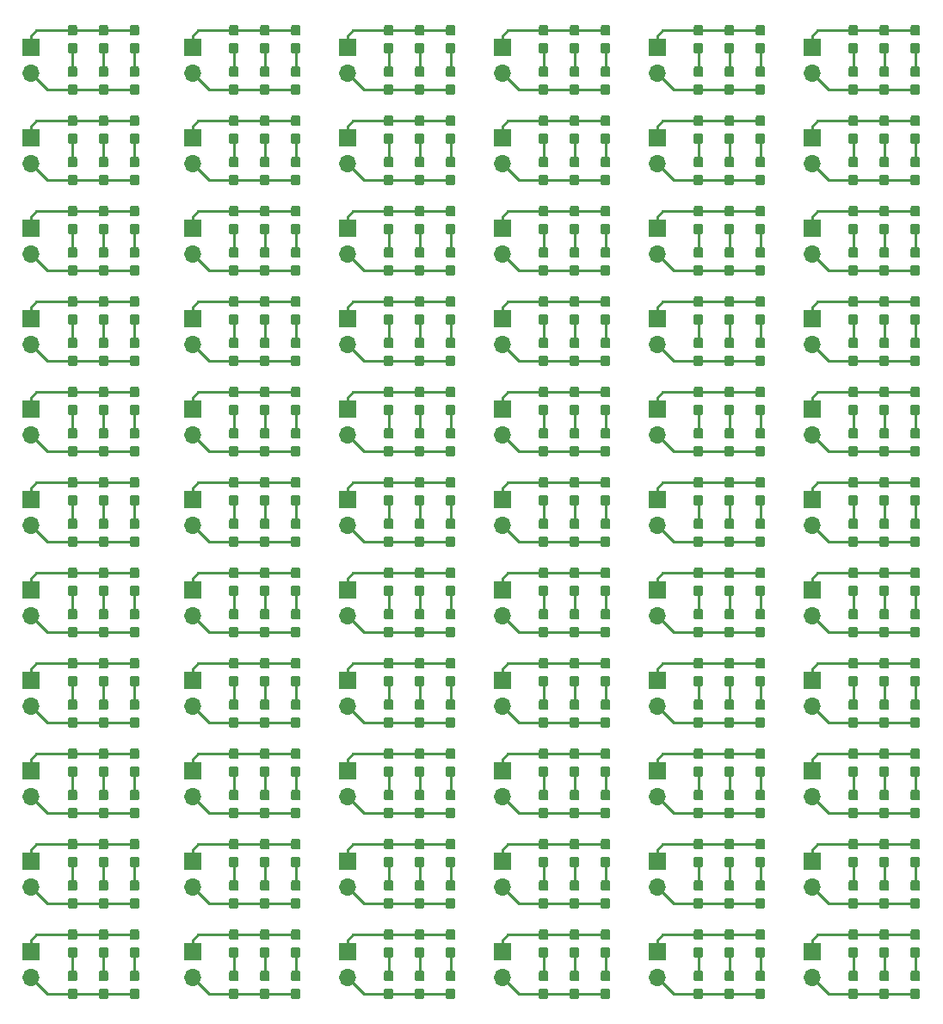
<source format=gbr>
G04 #@! TF.GenerationSoftware,KiCad,Pcbnew,(5.1.5-rc2)*
G04 #@! TF.CreationDate,2020-01-23T18:41:27+08:00*
G04 #@! TF.ProjectId,Untitled,556e7469-746c-4656-942e-6b696361645f,rev?*
G04 #@! TF.SameCoordinates,Original*
G04 #@! TF.FileFunction,Copper,L1,Top*
G04 #@! TF.FilePolarity,Positive*
%FSLAX46Y46*%
G04 Gerber Fmt 4.6, Leading zero omitted, Abs format (unit mm)*
G04 Created by KiCad (PCBNEW (5.1.5-rc2)) date 2020-01-23 18:41:27*
%MOMM*%
%LPD*%
G04 APERTURE LIST*
%ADD10O,1.700000X1.700000*%
%ADD11R,1.700000X1.700000*%
%ADD12C,0.100000*%
%ADD13C,0.250000*%
G04 APERTURE END LIST*
D10*
X185039000Y-61214000D03*
D11*
X185039000Y-58674000D03*
G04 #@! TA.AperFunction,SMDPad,CuDef*
D12*
G36*
X195459779Y-56513144D02*
G01*
X195482834Y-56516563D01*
X195505443Y-56522227D01*
X195527387Y-56530079D01*
X195548457Y-56540044D01*
X195568448Y-56552026D01*
X195587168Y-56565910D01*
X195604438Y-56581562D01*
X195620090Y-56598832D01*
X195633974Y-56617552D01*
X195645956Y-56637543D01*
X195655921Y-56658613D01*
X195663773Y-56680557D01*
X195669437Y-56703166D01*
X195672856Y-56726221D01*
X195674000Y-56749500D01*
X195674000Y-57324500D01*
X195672856Y-57347779D01*
X195669437Y-57370834D01*
X195663773Y-57393443D01*
X195655921Y-57415387D01*
X195645956Y-57436457D01*
X195633974Y-57456448D01*
X195620090Y-57475168D01*
X195604438Y-57492438D01*
X195587168Y-57508090D01*
X195568448Y-57521974D01*
X195548457Y-57533956D01*
X195527387Y-57543921D01*
X195505443Y-57551773D01*
X195482834Y-57557437D01*
X195459779Y-57560856D01*
X195436500Y-57562000D01*
X194961500Y-57562000D01*
X194938221Y-57560856D01*
X194915166Y-57557437D01*
X194892557Y-57551773D01*
X194870613Y-57543921D01*
X194849543Y-57533956D01*
X194829552Y-57521974D01*
X194810832Y-57508090D01*
X194793562Y-57492438D01*
X194777910Y-57475168D01*
X194764026Y-57456448D01*
X194752044Y-57436457D01*
X194742079Y-57415387D01*
X194734227Y-57393443D01*
X194728563Y-57370834D01*
X194725144Y-57347779D01*
X194724000Y-57324500D01*
X194724000Y-56749500D01*
X194725144Y-56726221D01*
X194728563Y-56703166D01*
X194734227Y-56680557D01*
X194742079Y-56658613D01*
X194752044Y-56637543D01*
X194764026Y-56617552D01*
X194777910Y-56598832D01*
X194793562Y-56581562D01*
X194810832Y-56565910D01*
X194829552Y-56552026D01*
X194849543Y-56540044D01*
X194870613Y-56530079D01*
X194892557Y-56522227D01*
X194915166Y-56516563D01*
X194938221Y-56513144D01*
X194961500Y-56512000D01*
X195436500Y-56512000D01*
X195459779Y-56513144D01*
G37*
G04 #@! TD.AperFunction*
G04 #@! TA.AperFunction,SMDPad,CuDef*
G36*
X195459779Y-58263144D02*
G01*
X195482834Y-58266563D01*
X195505443Y-58272227D01*
X195527387Y-58280079D01*
X195548457Y-58290044D01*
X195568448Y-58302026D01*
X195587168Y-58315910D01*
X195604438Y-58331562D01*
X195620090Y-58348832D01*
X195633974Y-58367552D01*
X195645956Y-58387543D01*
X195655921Y-58408613D01*
X195663773Y-58430557D01*
X195669437Y-58453166D01*
X195672856Y-58476221D01*
X195674000Y-58499500D01*
X195674000Y-59074500D01*
X195672856Y-59097779D01*
X195669437Y-59120834D01*
X195663773Y-59143443D01*
X195655921Y-59165387D01*
X195645956Y-59186457D01*
X195633974Y-59206448D01*
X195620090Y-59225168D01*
X195604438Y-59242438D01*
X195587168Y-59258090D01*
X195568448Y-59271974D01*
X195548457Y-59283956D01*
X195527387Y-59293921D01*
X195505443Y-59301773D01*
X195482834Y-59307437D01*
X195459779Y-59310856D01*
X195436500Y-59312000D01*
X194961500Y-59312000D01*
X194938221Y-59310856D01*
X194915166Y-59307437D01*
X194892557Y-59301773D01*
X194870613Y-59293921D01*
X194849543Y-59283956D01*
X194829552Y-59271974D01*
X194810832Y-59258090D01*
X194793562Y-59242438D01*
X194777910Y-59225168D01*
X194764026Y-59206448D01*
X194752044Y-59186457D01*
X194742079Y-59165387D01*
X194734227Y-59143443D01*
X194728563Y-59120834D01*
X194725144Y-59097779D01*
X194724000Y-59074500D01*
X194724000Y-58499500D01*
X194725144Y-58476221D01*
X194728563Y-58453166D01*
X194734227Y-58430557D01*
X194742079Y-58408613D01*
X194752044Y-58387543D01*
X194764026Y-58367552D01*
X194777910Y-58348832D01*
X194793562Y-58331562D01*
X194810832Y-58315910D01*
X194829552Y-58302026D01*
X194849543Y-58290044D01*
X194870613Y-58280079D01*
X194892557Y-58272227D01*
X194915166Y-58266563D01*
X194938221Y-58263144D01*
X194961500Y-58262000D01*
X195436500Y-58262000D01*
X195459779Y-58263144D01*
G37*
G04 #@! TD.AperFunction*
G04 #@! TA.AperFunction,SMDPad,CuDef*
G36*
X195459779Y-149477144D02*
G01*
X195482834Y-149480563D01*
X195505443Y-149486227D01*
X195527387Y-149494079D01*
X195548457Y-149504044D01*
X195568448Y-149516026D01*
X195587168Y-149529910D01*
X195604438Y-149545562D01*
X195620090Y-149562832D01*
X195633974Y-149581552D01*
X195645956Y-149601543D01*
X195655921Y-149622613D01*
X195663773Y-149644557D01*
X195669437Y-149667166D01*
X195672856Y-149690221D01*
X195674000Y-149713500D01*
X195674000Y-150288500D01*
X195672856Y-150311779D01*
X195669437Y-150334834D01*
X195663773Y-150357443D01*
X195655921Y-150379387D01*
X195645956Y-150400457D01*
X195633974Y-150420448D01*
X195620090Y-150439168D01*
X195604438Y-150456438D01*
X195587168Y-150472090D01*
X195568448Y-150485974D01*
X195548457Y-150497956D01*
X195527387Y-150507921D01*
X195505443Y-150515773D01*
X195482834Y-150521437D01*
X195459779Y-150524856D01*
X195436500Y-150526000D01*
X194961500Y-150526000D01*
X194938221Y-150524856D01*
X194915166Y-150521437D01*
X194892557Y-150515773D01*
X194870613Y-150507921D01*
X194849543Y-150497956D01*
X194829552Y-150485974D01*
X194810832Y-150472090D01*
X194793562Y-150456438D01*
X194777910Y-150439168D01*
X194764026Y-150420448D01*
X194752044Y-150400457D01*
X194742079Y-150379387D01*
X194734227Y-150357443D01*
X194728563Y-150334834D01*
X194725144Y-150311779D01*
X194724000Y-150288500D01*
X194724000Y-149713500D01*
X194725144Y-149690221D01*
X194728563Y-149667166D01*
X194734227Y-149644557D01*
X194742079Y-149622613D01*
X194752044Y-149601543D01*
X194764026Y-149581552D01*
X194777910Y-149562832D01*
X194793562Y-149545562D01*
X194810832Y-149529910D01*
X194829552Y-149516026D01*
X194849543Y-149504044D01*
X194870613Y-149494079D01*
X194892557Y-149486227D01*
X194915166Y-149480563D01*
X194938221Y-149477144D01*
X194961500Y-149476000D01*
X195436500Y-149476000D01*
X195459779Y-149477144D01*
G37*
G04 #@! TD.AperFunction*
G04 #@! TA.AperFunction,SMDPad,CuDef*
G36*
X195459779Y-151227144D02*
G01*
X195482834Y-151230563D01*
X195505443Y-151236227D01*
X195527387Y-151244079D01*
X195548457Y-151254044D01*
X195568448Y-151266026D01*
X195587168Y-151279910D01*
X195604438Y-151295562D01*
X195620090Y-151312832D01*
X195633974Y-151331552D01*
X195645956Y-151351543D01*
X195655921Y-151372613D01*
X195663773Y-151394557D01*
X195669437Y-151417166D01*
X195672856Y-151440221D01*
X195674000Y-151463500D01*
X195674000Y-152038500D01*
X195672856Y-152061779D01*
X195669437Y-152084834D01*
X195663773Y-152107443D01*
X195655921Y-152129387D01*
X195645956Y-152150457D01*
X195633974Y-152170448D01*
X195620090Y-152189168D01*
X195604438Y-152206438D01*
X195587168Y-152222090D01*
X195568448Y-152235974D01*
X195548457Y-152247956D01*
X195527387Y-152257921D01*
X195505443Y-152265773D01*
X195482834Y-152271437D01*
X195459779Y-152274856D01*
X195436500Y-152276000D01*
X194961500Y-152276000D01*
X194938221Y-152274856D01*
X194915166Y-152271437D01*
X194892557Y-152265773D01*
X194870613Y-152257921D01*
X194849543Y-152247956D01*
X194829552Y-152235974D01*
X194810832Y-152222090D01*
X194793562Y-152206438D01*
X194777910Y-152189168D01*
X194764026Y-152170448D01*
X194752044Y-152150457D01*
X194742079Y-152129387D01*
X194734227Y-152107443D01*
X194728563Y-152084834D01*
X194725144Y-152061779D01*
X194724000Y-152038500D01*
X194724000Y-151463500D01*
X194725144Y-151440221D01*
X194728563Y-151417166D01*
X194734227Y-151394557D01*
X194742079Y-151372613D01*
X194752044Y-151351543D01*
X194764026Y-151331552D01*
X194777910Y-151312832D01*
X194793562Y-151295562D01*
X194810832Y-151279910D01*
X194829552Y-151266026D01*
X194849543Y-151254044D01*
X194870613Y-151244079D01*
X194892557Y-151236227D01*
X194915166Y-151230563D01*
X194938221Y-151227144D01*
X194961500Y-151226000D01*
X195436500Y-151226000D01*
X195459779Y-151227144D01*
G37*
G04 #@! TD.AperFunction*
G04 #@! TA.AperFunction,SMDPad,CuDef*
G36*
X189363779Y-138273144D02*
G01*
X189386834Y-138276563D01*
X189409443Y-138282227D01*
X189431387Y-138290079D01*
X189452457Y-138300044D01*
X189472448Y-138312026D01*
X189491168Y-138325910D01*
X189508438Y-138341562D01*
X189524090Y-138358832D01*
X189537974Y-138377552D01*
X189549956Y-138397543D01*
X189559921Y-138418613D01*
X189567773Y-138440557D01*
X189573437Y-138463166D01*
X189576856Y-138486221D01*
X189578000Y-138509500D01*
X189578000Y-139084500D01*
X189576856Y-139107779D01*
X189573437Y-139130834D01*
X189567773Y-139153443D01*
X189559921Y-139175387D01*
X189549956Y-139196457D01*
X189537974Y-139216448D01*
X189524090Y-139235168D01*
X189508438Y-139252438D01*
X189491168Y-139268090D01*
X189472448Y-139281974D01*
X189452457Y-139293956D01*
X189431387Y-139303921D01*
X189409443Y-139311773D01*
X189386834Y-139317437D01*
X189363779Y-139320856D01*
X189340500Y-139322000D01*
X188865500Y-139322000D01*
X188842221Y-139320856D01*
X188819166Y-139317437D01*
X188796557Y-139311773D01*
X188774613Y-139303921D01*
X188753543Y-139293956D01*
X188733552Y-139281974D01*
X188714832Y-139268090D01*
X188697562Y-139252438D01*
X188681910Y-139235168D01*
X188668026Y-139216448D01*
X188656044Y-139196457D01*
X188646079Y-139175387D01*
X188638227Y-139153443D01*
X188632563Y-139130834D01*
X188629144Y-139107779D01*
X188628000Y-139084500D01*
X188628000Y-138509500D01*
X188629144Y-138486221D01*
X188632563Y-138463166D01*
X188638227Y-138440557D01*
X188646079Y-138418613D01*
X188656044Y-138397543D01*
X188668026Y-138377552D01*
X188681910Y-138358832D01*
X188697562Y-138341562D01*
X188714832Y-138325910D01*
X188733552Y-138312026D01*
X188753543Y-138300044D01*
X188774613Y-138290079D01*
X188796557Y-138282227D01*
X188819166Y-138276563D01*
X188842221Y-138273144D01*
X188865500Y-138272000D01*
X189340500Y-138272000D01*
X189363779Y-138273144D01*
G37*
G04 #@! TD.AperFunction*
G04 #@! TA.AperFunction,SMDPad,CuDef*
G36*
X189363779Y-136523144D02*
G01*
X189386834Y-136526563D01*
X189409443Y-136532227D01*
X189431387Y-136540079D01*
X189452457Y-136550044D01*
X189472448Y-136562026D01*
X189491168Y-136575910D01*
X189508438Y-136591562D01*
X189524090Y-136608832D01*
X189537974Y-136627552D01*
X189549956Y-136647543D01*
X189559921Y-136668613D01*
X189567773Y-136690557D01*
X189573437Y-136713166D01*
X189576856Y-136736221D01*
X189578000Y-136759500D01*
X189578000Y-137334500D01*
X189576856Y-137357779D01*
X189573437Y-137380834D01*
X189567773Y-137403443D01*
X189559921Y-137425387D01*
X189549956Y-137446457D01*
X189537974Y-137466448D01*
X189524090Y-137485168D01*
X189508438Y-137502438D01*
X189491168Y-137518090D01*
X189472448Y-137531974D01*
X189452457Y-137543956D01*
X189431387Y-137553921D01*
X189409443Y-137561773D01*
X189386834Y-137567437D01*
X189363779Y-137570856D01*
X189340500Y-137572000D01*
X188865500Y-137572000D01*
X188842221Y-137570856D01*
X188819166Y-137567437D01*
X188796557Y-137561773D01*
X188774613Y-137553921D01*
X188753543Y-137543956D01*
X188733552Y-137531974D01*
X188714832Y-137518090D01*
X188697562Y-137502438D01*
X188681910Y-137485168D01*
X188668026Y-137466448D01*
X188656044Y-137446457D01*
X188646079Y-137425387D01*
X188638227Y-137403443D01*
X188632563Y-137380834D01*
X188629144Y-137357779D01*
X188628000Y-137334500D01*
X188628000Y-136759500D01*
X188629144Y-136736221D01*
X188632563Y-136713166D01*
X188638227Y-136690557D01*
X188646079Y-136668613D01*
X188656044Y-136647543D01*
X188668026Y-136627552D01*
X188681910Y-136608832D01*
X188697562Y-136591562D01*
X188714832Y-136575910D01*
X188733552Y-136562026D01*
X188753543Y-136550044D01*
X188774613Y-136540079D01*
X188796557Y-136532227D01*
X188819166Y-136526563D01*
X188842221Y-136523144D01*
X188865500Y-136522000D01*
X189340500Y-136522000D01*
X189363779Y-136523144D01*
G37*
G04 #@! TD.AperFunction*
G04 #@! TA.AperFunction,SMDPad,CuDef*
G36*
X195459779Y-140587144D02*
G01*
X195482834Y-140590563D01*
X195505443Y-140596227D01*
X195527387Y-140604079D01*
X195548457Y-140614044D01*
X195568448Y-140626026D01*
X195587168Y-140639910D01*
X195604438Y-140655562D01*
X195620090Y-140672832D01*
X195633974Y-140691552D01*
X195645956Y-140711543D01*
X195655921Y-140732613D01*
X195663773Y-140754557D01*
X195669437Y-140777166D01*
X195672856Y-140800221D01*
X195674000Y-140823500D01*
X195674000Y-141398500D01*
X195672856Y-141421779D01*
X195669437Y-141444834D01*
X195663773Y-141467443D01*
X195655921Y-141489387D01*
X195645956Y-141510457D01*
X195633974Y-141530448D01*
X195620090Y-141549168D01*
X195604438Y-141566438D01*
X195587168Y-141582090D01*
X195568448Y-141595974D01*
X195548457Y-141607956D01*
X195527387Y-141617921D01*
X195505443Y-141625773D01*
X195482834Y-141631437D01*
X195459779Y-141634856D01*
X195436500Y-141636000D01*
X194961500Y-141636000D01*
X194938221Y-141634856D01*
X194915166Y-141631437D01*
X194892557Y-141625773D01*
X194870613Y-141617921D01*
X194849543Y-141607956D01*
X194829552Y-141595974D01*
X194810832Y-141582090D01*
X194793562Y-141566438D01*
X194777910Y-141549168D01*
X194764026Y-141530448D01*
X194752044Y-141510457D01*
X194742079Y-141489387D01*
X194734227Y-141467443D01*
X194728563Y-141444834D01*
X194725144Y-141421779D01*
X194724000Y-141398500D01*
X194724000Y-140823500D01*
X194725144Y-140800221D01*
X194728563Y-140777166D01*
X194734227Y-140754557D01*
X194742079Y-140732613D01*
X194752044Y-140711543D01*
X194764026Y-140691552D01*
X194777910Y-140672832D01*
X194793562Y-140655562D01*
X194810832Y-140639910D01*
X194829552Y-140626026D01*
X194849543Y-140614044D01*
X194870613Y-140604079D01*
X194892557Y-140596227D01*
X194915166Y-140590563D01*
X194938221Y-140587144D01*
X194961500Y-140586000D01*
X195436500Y-140586000D01*
X195459779Y-140587144D01*
G37*
G04 #@! TD.AperFunction*
G04 #@! TA.AperFunction,SMDPad,CuDef*
G36*
X195459779Y-142337144D02*
G01*
X195482834Y-142340563D01*
X195505443Y-142346227D01*
X195527387Y-142354079D01*
X195548457Y-142364044D01*
X195568448Y-142376026D01*
X195587168Y-142389910D01*
X195604438Y-142405562D01*
X195620090Y-142422832D01*
X195633974Y-142441552D01*
X195645956Y-142461543D01*
X195655921Y-142482613D01*
X195663773Y-142504557D01*
X195669437Y-142527166D01*
X195672856Y-142550221D01*
X195674000Y-142573500D01*
X195674000Y-143148500D01*
X195672856Y-143171779D01*
X195669437Y-143194834D01*
X195663773Y-143217443D01*
X195655921Y-143239387D01*
X195645956Y-143260457D01*
X195633974Y-143280448D01*
X195620090Y-143299168D01*
X195604438Y-143316438D01*
X195587168Y-143332090D01*
X195568448Y-143345974D01*
X195548457Y-143357956D01*
X195527387Y-143367921D01*
X195505443Y-143375773D01*
X195482834Y-143381437D01*
X195459779Y-143384856D01*
X195436500Y-143386000D01*
X194961500Y-143386000D01*
X194938221Y-143384856D01*
X194915166Y-143381437D01*
X194892557Y-143375773D01*
X194870613Y-143367921D01*
X194849543Y-143357956D01*
X194829552Y-143345974D01*
X194810832Y-143332090D01*
X194793562Y-143316438D01*
X194777910Y-143299168D01*
X194764026Y-143280448D01*
X194752044Y-143260457D01*
X194742079Y-143239387D01*
X194734227Y-143217443D01*
X194728563Y-143194834D01*
X194725144Y-143171779D01*
X194724000Y-143148500D01*
X194724000Y-142573500D01*
X194725144Y-142550221D01*
X194728563Y-142527166D01*
X194734227Y-142504557D01*
X194742079Y-142482613D01*
X194752044Y-142461543D01*
X194764026Y-142441552D01*
X194777910Y-142422832D01*
X194793562Y-142405562D01*
X194810832Y-142389910D01*
X194829552Y-142376026D01*
X194849543Y-142364044D01*
X194870613Y-142354079D01*
X194892557Y-142346227D01*
X194915166Y-142340563D01*
X194938221Y-142337144D01*
X194961500Y-142336000D01*
X195436500Y-142336000D01*
X195459779Y-142337144D01*
G37*
G04 #@! TD.AperFunction*
G04 #@! TA.AperFunction,SMDPad,CuDef*
G36*
X195459779Y-138273144D02*
G01*
X195482834Y-138276563D01*
X195505443Y-138282227D01*
X195527387Y-138290079D01*
X195548457Y-138300044D01*
X195568448Y-138312026D01*
X195587168Y-138325910D01*
X195604438Y-138341562D01*
X195620090Y-138358832D01*
X195633974Y-138377552D01*
X195645956Y-138397543D01*
X195655921Y-138418613D01*
X195663773Y-138440557D01*
X195669437Y-138463166D01*
X195672856Y-138486221D01*
X195674000Y-138509500D01*
X195674000Y-139084500D01*
X195672856Y-139107779D01*
X195669437Y-139130834D01*
X195663773Y-139153443D01*
X195655921Y-139175387D01*
X195645956Y-139196457D01*
X195633974Y-139216448D01*
X195620090Y-139235168D01*
X195604438Y-139252438D01*
X195587168Y-139268090D01*
X195568448Y-139281974D01*
X195548457Y-139293956D01*
X195527387Y-139303921D01*
X195505443Y-139311773D01*
X195482834Y-139317437D01*
X195459779Y-139320856D01*
X195436500Y-139322000D01*
X194961500Y-139322000D01*
X194938221Y-139320856D01*
X194915166Y-139317437D01*
X194892557Y-139311773D01*
X194870613Y-139303921D01*
X194849543Y-139293956D01*
X194829552Y-139281974D01*
X194810832Y-139268090D01*
X194793562Y-139252438D01*
X194777910Y-139235168D01*
X194764026Y-139216448D01*
X194752044Y-139196457D01*
X194742079Y-139175387D01*
X194734227Y-139153443D01*
X194728563Y-139130834D01*
X194725144Y-139107779D01*
X194724000Y-139084500D01*
X194724000Y-138509500D01*
X194725144Y-138486221D01*
X194728563Y-138463166D01*
X194734227Y-138440557D01*
X194742079Y-138418613D01*
X194752044Y-138397543D01*
X194764026Y-138377552D01*
X194777910Y-138358832D01*
X194793562Y-138341562D01*
X194810832Y-138325910D01*
X194829552Y-138312026D01*
X194849543Y-138300044D01*
X194870613Y-138290079D01*
X194892557Y-138282227D01*
X194915166Y-138276563D01*
X194938221Y-138273144D01*
X194961500Y-138272000D01*
X195436500Y-138272000D01*
X195459779Y-138273144D01*
G37*
G04 #@! TD.AperFunction*
G04 #@! TA.AperFunction,SMDPad,CuDef*
G36*
X195459779Y-136523144D02*
G01*
X195482834Y-136526563D01*
X195505443Y-136532227D01*
X195527387Y-136540079D01*
X195548457Y-136550044D01*
X195568448Y-136562026D01*
X195587168Y-136575910D01*
X195604438Y-136591562D01*
X195620090Y-136608832D01*
X195633974Y-136627552D01*
X195645956Y-136647543D01*
X195655921Y-136668613D01*
X195663773Y-136690557D01*
X195669437Y-136713166D01*
X195672856Y-136736221D01*
X195674000Y-136759500D01*
X195674000Y-137334500D01*
X195672856Y-137357779D01*
X195669437Y-137380834D01*
X195663773Y-137403443D01*
X195655921Y-137425387D01*
X195645956Y-137446457D01*
X195633974Y-137466448D01*
X195620090Y-137485168D01*
X195604438Y-137502438D01*
X195587168Y-137518090D01*
X195568448Y-137531974D01*
X195548457Y-137543956D01*
X195527387Y-137553921D01*
X195505443Y-137561773D01*
X195482834Y-137567437D01*
X195459779Y-137570856D01*
X195436500Y-137572000D01*
X194961500Y-137572000D01*
X194938221Y-137570856D01*
X194915166Y-137567437D01*
X194892557Y-137561773D01*
X194870613Y-137553921D01*
X194849543Y-137543956D01*
X194829552Y-137531974D01*
X194810832Y-137518090D01*
X194793562Y-137502438D01*
X194777910Y-137485168D01*
X194764026Y-137466448D01*
X194752044Y-137446457D01*
X194742079Y-137425387D01*
X194734227Y-137403443D01*
X194728563Y-137380834D01*
X194725144Y-137357779D01*
X194724000Y-137334500D01*
X194724000Y-136759500D01*
X194725144Y-136736221D01*
X194728563Y-136713166D01*
X194734227Y-136690557D01*
X194742079Y-136668613D01*
X194752044Y-136647543D01*
X194764026Y-136627552D01*
X194777910Y-136608832D01*
X194793562Y-136591562D01*
X194810832Y-136575910D01*
X194829552Y-136562026D01*
X194849543Y-136550044D01*
X194870613Y-136540079D01*
X194892557Y-136532227D01*
X194915166Y-136526563D01*
X194938221Y-136523144D01*
X194961500Y-136522000D01*
X195436500Y-136522000D01*
X195459779Y-136523144D01*
G37*
G04 #@! TD.AperFunction*
G04 #@! TA.AperFunction,SMDPad,CuDef*
G36*
X192411779Y-151227144D02*
G01*
X192434834Y-151230563D01*
X192457443Y-151236227D01*
X192479387Y-151244079D01*
X192500457Y-151254044D01*
X192520448Y-151266026D01*
X192539168Y-151279910D01*
X192556438Y-151295562D01*
X192572090Y-151312832D01*
X192585974Y-151331552D01*
X192597956Y-151351543D01*
X192607921Y-151372613D01*
X192615773Y-151394557D01*
X192621437Y-151417166D01*
X192624856Y-151440221D01*
X192626000Y-151463500D01*
X192626000Y-152038500D01*
X192624856Y-152061779D01*
X192621437Y-152084834D01*
X192615773Y-152107443D01*
X192607921Y-152129387D01*
X192597956Y-152150457D01*
X192585974Y-152170448D01*
X192572090Y-152189168D01*
X192556438Y-152206438D01*
X192539168Y-152222090D01*
X192520448Y-152235974D01*
X192500457Y-152247956D01*
X192479387Y-152257921D01*
X192457443Y-152265773D01*
X192434834Y-152271437D01*
X192411779Y-152274856D01*
X192388500Y-152276000D01*
X191913500Y-152276000D01*
X191890221Y-152274856D01*
X191867166Y-152271437D01*
X191844557Y-152265773D01*
X191822613Y-152257921D01*
X191801543Y-152247956D01*
X191781552Y-152235974D01*
X191762832Y-152222090D01*
X191745562Y-152206438D01*
X191729910Y-152189168D01*
X191716026Y-152170448D01*
X191704044Y-152150457D01*
X191694079Y-152129387D01*
X191686227Y-152107443D01*
X191680563Y-152084834D01*
X191677144Y-152061779D01*
X191676000Y-152038500D01*
X191676000Y-151463500D01*
X191677144Y-151440221D01*
X191680563Y-151417166D01*
X191686227Y-151394557D01*
X191694079Y-151372613D01*
X191704044Y-151351543D01*
X191716026Y-151331552D01*
X191729910Y-151312832D01*
X191745562Y-151295562D01*
X191762832Y-151279910D01*
X191781552Y-151266026D01*
X191801543Y-151254044D01*
X191822613Y-151244079D01*
X191844557Y-151236227D01*
X191867166Y-151230563D01*
X191890221Y-151227144D01*
X191913500Y-151226000D01*
X192388500Y-151226000D01*
X192411779Y-151227144D01*
G37*
G04 #@! TD.AperFunction*
G04 #@! TA.AperFunction,SMDPad,CuDef*
G36*
X192411779Y-149477144D02*
G01*
X192434834Y-149480563D01*
X192457443Y-149486227D01*
X192479387Y-149494079D01*
X192500457Y-149504044D01*
X192520448Y-149516026D01*
X192539168Y-149529910D01*
X192556438Y-149545562D01*
X192572090Y-149562832D01*
X192585974Y-149581552D01*
X192597956Y-149601543D01*
X192607921Y-149622613D01*
X192615773Y-149644557D01*
X192621437Y-149667166D01*
X192624856Y-149690221D01*
X192626000Y-149713500D01*
X192626000Y-150288500D01*
X192624856Y-150311779D01*
X192621437Y-150334834D01*
X192615773Y-150357443D01*
X192607921Y-150379387D01*
X192597956Y-150400457D01*
X192585974Y-150420448D01*
X192572090Y-150439168D01*
X192556438Y-150456438D01*
X192539168Y-150472090D01*
X192520448Y-150485974D01*
X192500457Y-150497956D01*
X192479387Y-150507921D01*
X192457443Y-150515773D01*
X192434834Y-150521437D01*
X192411779Y-150524856D01*
X192388500Y-150526000D01*
X191913500Y-150526000D01*
X191890221Y-150524856D01*
X191867166Y-150521437D01*
X191844557Y-150515773D01*
X191822613Y-150507921D01*
X191801543Y-150497956D01*
X191781552Y-150485974D01*
X191762832Y-150472090D01*
X191745562Y-150456438D01*
X191729910Y-150439168D01*
X191716026Y-150420448D01*
X191704044Y-150400457D01*
X191694079Y-150379387D01*
X191686227Y-150357443D01*
X191680563Y-150334834D01*
X191677144Y-150311779D01*
X191676000Y-150288500D01*
X191676000Y-149713500D01*
X191677144Y-149690221D01*
X191680563Y-149667166D01*
X191686227Y-149644557D01*
X191694079Y-149622613D01*
X191704044Y-149601543D01*
X191716026Y-149581552D01*
X191729910Y-149562832D01*
X191745562Y-149545562D01*
X191762832Y-149529910D01*
X191781552Y-149516026D01*
X191801543Y-149504044D01*
X191822613Y-149494079D01*
X191844557Y-149486227D01*
X191867166Y-149480563D01*
X191890221Y-149477144D01*
X191913500Y-149476000D01*
X192388500Y-149476000D01*
X192411779Y-149477144D01*
G37*
G04 #@! TD.AperFunction*
G04 #@! TA.AperFunction,SMDPad,CuDef*
G36*
X189363779Y-60577144D02*
G01*
X189386834Y-60580563D01*
X189409443Y-60586227D01*
X189431387Y-60594079D01*
X189452457Y-60604044D01*
X189472448Y-60616026D01*
X189491168Y-60629910D01*
X189508438Y-60645562D01*
X189524090Y-60662832D01*
X189537974Y-60681552D01*
X189549956Y-60701543D01*
X189559921Y-60722613D01*
X189567773Y-60744557D01*
X189573437Y-60767166D01*
X189576856Y-60790221D01*
X189578000Y-60813500D01*
X189578000Y-61388500D01*
X189576856Y-61411779D01*
X189573437Y-61434834D01*
X189567773Y-61457443D01*
X189559921Y-61479387D01*
X189549956Y-61500457D01*
X189537974Y-61520448D01*
X189524090Y-61539168D01*
X189508438Y-61556438D01*
X189491168Y-61572090D01*
X189472448Y-61585974D01*
X189452457Y-61597956D01*
X189431387Y-61607921D01*
X189409443Y-61615773D01*
X189386834Y-61621437D01*
X189363779Y-61624856D01*
X189340500Y-61626000D01*
X188865500Y-61626000D01*
X188842221Y-61624856D01*
X188819166Y-61621437D01*
X188796557Y-61615773D01*
X188774613Y-61607921D01*
X188753543Y-61597956D01*
X188733552Y-61585974D01*
X188714832Y-61572090D01*
X188697562Y-61556438D01*
X188681910Y-61539168D01*
X188668026Y-61520448D01*
X188656044Y-61500457D01*
X188646079Y-61479387D01*
X188638227Y-61457443D01*
X188632563Y-61434834D01*
X188629144Y-61411779D01*
X188628000Y-61388500D01*
X188628000Y-60813500D01*
X188629144Y-60790221D01*
X188632563Y-60767166D01*
X188638227Y-60744557D01*
X188646079Y-60722613D01*
X188656044Y-60701543D01*
X188668026Y-60681552D01*
X188681910Y-60662832D01*
X188697562Y-60645562D01*
X188714832Y-60629910D01*
X188733552Y-60616026D01*
X188753543Y-60604044D01*
X188774613Y-60594079D01*
X188796557Y-60586227D01*
X188819166Y-60580563D01*
X188842221Y-60577144D01*
X188865500Y-60576000D01*
X189340500Y-60576000D01*
X189363779Y-60577144D01*
G37*
G04 #@! TD.AperFunction*
G04 #@! TA.AperFunction,SMDPad,CuDef*
G36*
X189363779Y-62327144D02*
G01*
X189386834Y-62330563D01*
X189409443Y-62336227D01*
X189431387Y-62344079D01*
X189452457Y-62354044D01*
X189472448Y-62366026D01*
X189491168Y-62379910D01*
X189508438Y-62395562D01*
X189524090Y-62412832D01*
X189537974Y-62431552D01*
X189549956Y-62451543D01*
X189559921Y-62472613D01*
X189567773Y-62494557D01*
X189573437Y-62517166D01*
X189576856Y-62540221D01*
X189578000Y-62563500D01*
X189578000Y-63138500D01*
X189576856Y-63161779D01*
X189573437Y-63184834D01*
X189567773Y-63207443D01*
X189559921Y-63229387D01*
X189549956Y-63250457D01*
X189537974Y-63270448D01*
X189524090Y-63289168D01*
X189508438Y-63306438D01*
X189491168Y-63322090D01*
X189472448Y-63335974D01*
X189452457Y-63347956D01*
X189431387Y-63357921D01*
X189409443Y-63365773D01*
X189386834Y-63371437D01*
X189363779Y-63374856D01*
X189340500Y-63376000D01*
X188865500Y-63376000D01*
X188842221Y-63374856D01*
X188819166Y-63371437D01*
X188796557Y-63365773D01*
X188774613Y-63357921D01*
X188753543Y-63347956D01*
X188733552Y-63335974D01*
X188714832Y-63322090D01*
X188697562Y-63306438D01*
X188681910Y-63289168D01*
X188668026Y-63270448D01*
X188656044Y-63250457D01*
X188646079Y-63229387D01*
X188638227Y-63207443D01*
X188632563Y-63184834D01*
X188629144Y-63161779D01*
X188628000Y-63138500D01*
X188628000Y-62563500D01*
X188629144Y-62540221D01*
X188632563Y-62517166D01*
X188638227Y-62494557D01*
X188646079Y-62472613D01*
X188656044Y-62451543D01*
X188668026Y-62431552D01*
X188681910Y-62412832D01*
X188697562Y-62395562D01*
X188714832Y-62379910D01*
X188733552Y-62366026D01*
X188753543Y-62354044D01*
X188774613Y-62344079D01*
X188796557Y-62336227D01*
X188819166Y-62330563D01*
X188842221Y-62327144D01*
X188865500Y-62326000D01*
X189340500Y-62326000D01*
X189363779Y-62327144D01*
G37*
G04 #@! TD.AperFunction*
G04 #@! TA.AperFunction,SMDPad,CuDef*
G36*
X192411779Y-142337144D02*
G01*
X192434834Y-142340563D01*
X192457443Y-142346227D01*
X192479387Y-142354079D01*
X192500457Y-142364044D01*
X192520448Y-142376026D01*
X192539168Y-142389910D01*
X192556438Y-142405562D01*
X192572090Y-142422832D01*
X192585974Y-142441552D01*
X192597956Y-142461543D01*
X192607921Y-142482613D01*
X192615773Y-142504557D01*
X192621437Y-142527166D01*
X192624856Y-142550221D01*
X192626000Y-142573500D01*
X192626000Y-143148500D01*
X192624856Y-143171779D01*
X192621437Y-143194834D01*
X192615773Y-143217443D01*
X192607921Y-143239387D01*
X192597956Y-143260457D01*
X192585974Y-143280448D01*
X192572090Y-143299168D01*
X192556438Y-143316438D01*
X192539168Y-143332090D01*
X192520448Y-143345974D01*
X192500457Y-143357956D01*
X192479387Y-143367921D01*
X192457443Y-143375773D01*
X192434834Y-143381437D01*
X192411779Y-143384856D01*
X192388500Y-143386000D01*
X191913500Y-143386000D01*
X191890221Y-143384856D01*
X191867166Y-143381437D01*
X191844557Y-143375773D01*
X191822613Y-143367921D01*
X191801543Y-143357956D01*
X191781552Y-143345974D01*
X191762832Y-143332090D01*
X191745562Y-143316438D01*
X191729910Y-143299168D01*
X191716026Y-143280448D01*
X191704044Y-143260457D01*
X191694079Y-143239387D01*
X191686227Y-143217443D01*
X191680563Y-143194834D01*
X191677144Y-143171779D01*
X191676000Y-143148500D01*
X191676000Y-142573500D01*
X191677144Y-142550221D01*
X191680563Y-142527166D01*
X191686227Y-142504557D01*
X191694079Y-142482613D01*
X191704044Y-142461543D01*
X191716026Y-142441552D01*
X191729910Y-142422832D01*
X191745562Y-142405562D01*
X191762832Y-142389910D01*
X191781552Y-142376026D01*
X191801543Y-142364044D01*
X191822613Y-142354079D01*
X191844557Y-142346227D01*
X191867166Y-142340563D01*
X191890221Y-142337144D01*
X191913500Y-142336000D01*
X192388500Y-142336000D01*
X192411779Y-142337144D01*
G37*
G04 #@! TD.AperFunction*
G04 #@! TA.AperFunction,SMDPad,CuDef*
G36*
X192411779Y-140587144D02*
G01*
X192434834Y-140590563D01*
X192457443Y-140596227D01*
X192479387Y-140604079D01*
X192500457Y-140614044D01*
X192520448Y-140626026D01*
X192539168Y-140639910D01*
X192556438Y-140655562D01*
X192572090Y-140672832D01*
X192585974Y-140691552D01*
X192597956Y-140711543D01*
X192607921Y-140732613D01*
X192615773Y-140754557D01*
X192621437Y-140777166D01*
X192624856Y-140800221D01*
X192626000Y-140823500D01*
X192626000Y-141398500D01*
X192624856Y-141421779D01*
X192621437Y-141444834D01*
X192615773Y-141467443D01*
X192607921Y-141489387D01*
X192597956Y-141510457D01*
X192585974Y-141530448D01*
X192572090Y-141549168D01*
X192556438Y-141566438D01*
X192539168Y-141582090D01*
X192520448Y-141595974D01*
X192500457Y-141607956D01*
X192479387Y-141617921D01*
X192457443Y-141625773D01*
X192434834Y-141631437D01*
X192411779Y-141634856D01*
X192388500Y-141636000D01*
X191913500Y-141636000D01*
X191890221Y-141634856D01*
X191867166Y-141631437D01*
X191844557Y-141625773D01*
X191822613Y-141617921D01*
X191801543Y-141607956D01*
X191781552Y-141595974D01*
X191762832Y-141582090D01*
X191745562Y-141566438D01*
X191729910Y-141549168D01*
X191716026Y-141530448D01*
X191704044Y-141510457D01*
X191694079Y-141489387D01*
X191686227Y-141467443D01*
X191680563Y-141444834D01*
X191677144Y-141421779D01*
X191676000Y-141398500D01*
X191676000Y-140823500D01*
X191677144Y-140800221D01*
X191680563Y-140777166D01*
X191686227Y-140754557D01*
X191694079Y-140732613D01*
X191704044Y-140711543D01*
X191716026Y-140691552D01*
X191729910Y-140672832D01*
X191745562Y-140655562D01*
X191762832Y-140639910D01*
X191781552Y-140626026D01*
X191801543Y-140614044D01*
X191822613Y-140604079D01*
X191844557Y-140596227D01*
X191867166Y-140590563D01*
X191890221Y-140587144D01*
X191913500Y-140586000D01*
X192388500Y-140586000D01*
X192411779Y-140587144D01*
G37*
G04 #@! TD.AperFunction*
D11*
X185039000Y-138684000D03*
D10*
X185039000Y-141224000D03*
G04 #@! TA.AperFunction,SMDPad,CuDef*
D12*
G36*
X189363779Y-147163144D02*
G01*
X189386834Y-147166563D01*
X189409443Y-147172227D01*
X189431387Y-147180079D01*
X189452457Y-147190044D01*
X189472448Y-147202026D01*
X189491168Y-147215910D01*
X189508438Y-147231562D01*
X189524090Y-147248832D01*
X189537974Y-147267552D01*
X189549956Y-147287543D01*
X189559921Y-147308613D01*
X189567773Y-147330557D01*
X189573437Y-147353166D01*
X189576856Y-147376221D01*
X189578000Y-147399500D01*
X189578000Y-147974500D01*
X189576856Y-147997779D01*
X189573437Y-148020834D01*
X189567773Y-148043443D01*
X189559921Y-148065387D01*
X189549956Y-148086457D01*
X189537974Y-148106448D01*
X189524090Y-148125168D01*
X189508438Y-148142438D01*
X189491168Y-148158090D01*
X189472448Y-148171974D01*
X189452457Y-148183956D01*
X189431387Y-148193921D01*
X189409443Y-148201773D01*
X189386834Y-148207437D01*
X189363779Y-148210856D01*
X189340500Y-148212000D01*
X188865500Y-148212000D01*
X188842221Y-148210856D01*
X188819166Y-148207437D01*
X188796557Y-148201773D01*
X188774613Y-148193921D01*
X188753543Y-148183956D01*
X188733552Y-148171974D01*
X188714832Y-148158090D01*
X188697562Y-148142438D01*
X188681910Y-148125168D01*
X188668026Y-148106448D01*
X188656044Y-148086457D01*
X188646079Y-148065387D01*
X188638227Y-148043443D01*
X188632563Y-148020834D01*
X188629144Y-147997779D01*
X188628000Y-147974500D01*
X188628000Y-147399500D01*
X188629144Y-147376221D01*
X188632563Y-147353166D01*
X188638227Y-147330557D01*
X188646079Y-147308613D01*
X188656044Y-147287543D01*
X188668026Y-147267552D01*
X188681910Y-147248832D01*
X188697562Y-147231562D01*
X188714832Y-147215910D01*
X188733552Y-147202026D01*
X188753543Y-147190044D01*
X188774613Y-147180079D01*
X188796557Y-147172227D01*
X188819166Y-147166563D01*
X188842221Y-147163144D01*
X188865500Y-147162000D01*
X189340500Y-147162000D01*
X189363779Y-147163144D01*
G37*
G04 #@! TD.AperFunction*
G04 #@! TA.AperFunction,SMDPad,CuDef*
G36*
X189363779Y-145413144D02*
G01*
X189386834Y-145416563D01*
X189409443Y-145422227D01*
X189431387Y-145430079D01*
X189452457Y-145440044D01*
X189472448Y-145452026D01*
X189491168Y-145465910D01*
X189508438Y-145481562D01*
X189524090Y-145498832D01*
X189537974Y-145517552D01*
X189549956Y-145537543D01*
X189559921Y-145558613D01*
X189567773Y-145580557D01*
X189573437Y-145603166D01*
X189576856Y-145626221D01*
X189578000Y-145649500D01*
X189578000Y-146224500D01*
X189576856Y-146247779D01*
X189573437Y-146270834D01*
X189567773Y-146293443D01*
X189559921Y-146315387D01*
X189549956Y-146336457D01*
X189537974Y-146356448D01*
X189524090Y-146375168D01*
X189508438Y-146392438D01*
X189491168Y-146408090D01*
X189472448Y-146421974D01*
X189452457Y-146433956D01*
X189431387Y-146443921D01*
X189409443Y-146451773D01*
X189386834Y-146457437D01*
X189363779Y-146460856D01*
X189340500Y-146462000D01*
X188865500Y-146462000D01*
X188842221Y-146460856D01*
X188819166Y-146457437D01*
X188796557Y-146451773D01*
X188774613Y-146443921D01*
X188753543Y-146433956D01*
X188733552Y-146421974D01*
X188714832Y-146408090D01*
X188697562Y-146392438D01*
X188681910Y-146375168D01*
X188668026Y-146356448D01*
X188656044Y-146336457D01*
X188646079Y-146315387D01*
X188638227Y-146293443D01*
X188632563Y-146270834D01*
X188629144Y-146247779D01*
X188628000Y-146224500D01*
X188628000Y-145649500D01*
X188629144Y-145626221D01*
X188632563Y-145603166D01*
X188638227Y-145580557D01*
X188646079Y-145558613D01*
X188656044Y-145537543D01*
X188668026Y-145517552D01*
X188681910Y-145498832D01*
X188697562Y-145481562D01*
X188714832Y-145465910D01*
X188733552Y-145452026D01*
X188753543Y-145440044D01*
X188774613Y-145430079D01*
X188796557Y-145422227D01*
X188819166Y-145416563D01*
X188842221Y-145413144D01*
X188865500Y-145412000D01*
X189340500Y-145412000D01*
X189363779Y-145413144D01*
G37*
G04 #@! TD.AperFunction*
G04 #@! TA.AperFunction,SMDPad,CuDef*
G36*
X192411779Y-145413144D02*
G01*
X192434834Y-145416563D01*
X192457443Y-145422227D01*
X192479387Y-145430079D01*
X192500457Y-145440044D01*
X192520448Y-145452026D01*
X192539168Y-145465910D01*
X192556438Y-145481562D01*
X192572090Y-145498832D01*
X192585974Y-145517552D01*
X192597956Y-145537543D01*
X192607921Y-145558613D01*
X192615773Y-145580557D01*
X192621437Y-145603166D01*
X192624856Y-145626221D01*
X192626000Y-145649500D01*
X192626000Y-146224500D01*
X192624856Y-146247779D01*
X192621437Y-146270834D01*
X192615773Y-146293443D01*
X192607921Y-146315387D01*
X192597956Y-146336457D01*
X192585974Y-146356448D01*
X192572090Y-146375168D01*
X192556438Y-146392438D01*
X192539168Y-146408090D01*
X192520448Y-146421974D01*
X192500457Y-146433956D01*
X192479387Y-146443921D01*
X192457443Y-146451773D01*
X192434834Y-146457437D01*
X192411779Y-146460856D01*
X192388500Y-146462000D01*
X191913500Y-146462000D01*
X191890221Y-146460856D01*
X191867166Y-146457437D01*
X191844557Y-146451773D01*
X191822613Y-146443921D01*
X191801543Y-146433956D01*
X191781552Y-146421974D01*
X191762832Y-146408090D01*
X191745562Y-146392438D01*
X191729910Y-146375168D01*
X191716026Y-146356448D01*
X191704044Y-146336457D01*
X191694079Y-146315387D01*
X191686227Y-146293443D01*
X191680563Y-146270834D01*
X191677144Y-146247779D01*
X191676000Y-146224500D01*
X191676000Y-145649500D01*
X191677144Y-145626221D01*
X191680563Y-145603166D01*
X191686227Y-145580557D01*
X191694079Y-145558613D01*
X191704044Y-145537543D01*
X191716026Y-145517552D01*
X191729910Y-145498832D01*
X191745562Y-145481562D01*
X191762832Y-145465910D01*
X191781552Y-145452026D01*
X191801543Y-145440044D01*
X191822613Y-145430079D01*
X191844557Y-145422227D01*
X191867166Y-145416563D01*
X191890221Y-145413144D01*
X191913500Y-145412000D01*
X192388500Y-145412000D01*
X192411779Y-145413144D01*
G37*
G04 #@! TD.AperFunction*
G04 #@! TA.AperFunction,SMDPad,CuDef*
G36*
X192411779Y-147163144D02*
G01*
X192434834Y-147166563D01*
X192457443Y-147172227D01*
X192479387Y-147180079D01*
X192500457Y-147190044D01*
X192520448Y-147202026D01*
X192539168Y-147215910D01*
X192556438Y-147231562D01*
X192572090Y-147248832D01*
X192585974Y-147267552D01*
X192597956Y-147287543D01*
X192607921Y-147308613D01*
X192615773Y-147330557D01*
X192621437Y-147353166D01*
X192624856Y-147376221D01*
X192626000Y-147399500D01*
X192626000Y-147974500D01*
X192624856Y-147997779D01*
X192621437Y-148020834D01*
X192615773Y-148043443D01*
X192607921Y-148065387D01*
X192597956Y-148086457D01*
X192585974Y-148106448D01*
X192572090Y-148125168D01*
X192556438Y-148142438D01*
X192539168Y-148158090D01*
X192520448Y-148171974D01*
X192500457Y-148183956D01*
X192479387Y-148193921D01*
X192457443Y-148201773D01*
X192434834Y-148207437D01*
X192411779Y-148210856D01*
X192388500Y-148212000D01*
X191913500Y-148212000D01*
X191890221Y-148210856D01*
X191867166Y-148207437D01*
X191844557Y-148201773D01*
X191822613Y-148193921D01*
X191801543Y-148183956D01*
X191781552Y-148171974D01*
X191762832Y-148158090D01*
X191745562Y-148142438D01*
X191729910Y-148125168D01*
X191716026Y-148106448D01*
X191704044Y-148086457D01*
X191694079Y-148065387D01*
X191686227Y-148043443D01*
X191680563Y-148020834D01*
X191677144Y-147997779D01*
X191676000Y-147974500D01*
X191676000Y-147399500D01*
X191677144Y-147376221D01*
X191680563Y-147353166D01*
X191686227Y-147330557D01*
X191694079Y-147308613D01*
X191704044Y-147287543D01*
X191716026Y-147267552D01*
X191729910Y-147248832D01*
X191745562Y-147231562D01*
X191762832Y-147215910D01*
X191781552Y-147202026D01*
X191801543Y-147190044D01*
X191822613Y-147180079D01*
X191844557Y-147172227D01*
X191867166Y-147166563D01*
X191890221Y-147163144D01*
X191913500Y-147162000D01*
X192388500Y-147162000D01*
X192411779Y-147163144D01*
G37*
G04 #@! TD.AperFunction*
D11*
X185039000Y-147574000D03*
D10*
X185039000Y-150114000D03*
G04 #@! TA.AperFunction,SMDPad,CuDef*
D12*
G36*
X189363779Y-142337144D02*
G01*
X189386834Y-142340563D01*
X189409443Y-142346227D01*
X189431387Y-142354079D01*
X189452457Y-142364044D01*
X189472448Y-142376026D01*
X189491168Y-142389910D01*
X189508438Y-142405562D01*
X189524090Y-142422832D01*
X189537974Y-142441552D01*
X189549956Y-142461543D01*
X189559921Y-142482613D01*
X189567773Y-142504557D01*
X189573437Y-142527166D01*
X189576856Y-142550221D01*
X189578000Y-142573500D01*
X189578000Y-143148500D01*
X189576856Y-143171779D01*
X189573437Y-143194834D01*
X189567773Y-143217443D01*
X189559921Y-143239387D01*
X189549956Y-143260457D01*
X189537974Y-143280448D01*
X189524090Y-143299168D01*
X189508438Y-143316438D01*
X189491168Y-143332090D01*
X189472448Y-143345974D01*
X189452457Y-143357956D01*
X189431387Y-143367921D01*
X189409443Y-143375773D01*
X189386834Y-143381437D01*
X189363779Y-143384856D01*
X189340500Y-143386000D01*
X188865500Y-143386000D01*
X188842221Y-143384856D01*
X188819166Y-143381437D01*
X188796557Y-143375773D01*
X188774613Y-143367921D01*
X188753543Y-143357956D01*
X188733552Y-143345974D01*
X188714832Y-143332090D01*
X188697562Y-143316438D01*
X188681910Y-143299168D01*
X188668026Y-143280448D01*
X188656044Y-143260457D01*
X188646079Y-143239387D01*
X188638227Y-143217443D01*
X188632563Y-143194834D01*
X188629144Y-143171779D01*
X188628000Y-143148500D01*
X188628000Y-142573500D01*
X188629144Y-142550221D01*
X188632563Y-142527166D01*
X188638227Y-142504557D01*
X188646079Y-142482613D01*
X188656044Y-142461543D01*
X188668026Y-142441552D01*
X188681910Y-142422832D01*
X188697562Y-142405562D01*
X188714832Y-142389910D01*
X188733552Y-142376026D01*
X188753543Y-142364044D01*
X188774613Y-142354079D01*
X188796557Y-142346227D01*
X188819166Y-142340563D01*
X188842221Y-142337144D01*
X188865500Y-142336000D01*
X189340500Y-142336000D01*
X189363779Y-142337144D01*
G37*
G04 #@! TD.AperFunction*
G04 #@! TA.AperFunction,SMDPad,CuDef*
G36*
X189363779Y-140587144D02*
G01*
X189386834Y-140590563D01*
X189409443Y-140596227D01*
X189431387Y-140604079D01*
X189452457Y-140614044D01*
X189472448Y-140626026D01*
X189491168Y-140639910D01*
X189508438Y-140655562D01*
X189524090Y-140672832D01*
X189537974Y-140691552D01*
X189549956Y-140711543D01*
X189559921Y-140732613D01*
X189567773Y-140754557D01*
X189573437Y-140777166D01*
X189576856Y-140800221D01*
X189578000Y-140823500D01*
X189578000Y-141398500D01*
X189576856Y-141421779D01*
X189573437Y-141444834D01*
X189567773Y-141467443D01*
X189559921Y-141489387D01*
X189549956Y-141510457D01*
X189537974Y-141530448D01*
X189524090Y-141549168D01*
X189508438Y-141566438D01*
X189491168Y-141582090D01*
X189472448Y-141595974D01*
X189452457Y-141607956D01*
X189431387Y-141617921D01*
X189409443Y-141625773D01*
X189386834Y-141631437D01*
X189363779Y-141634856D01*
X189340500Y-141636000D01*
X188865500Y-141636000D01*
X188842221Y-141634856D01*
X188819166Y-141631437D01*
X188796557Y-141625773D01*
X188774613Y-141617921D01*
X188753543Y-141607956D01*
X188733552Y-141595974D01*
X188714832Y-141582090D01*
X188697562Y-141566438D01*
X188681910Y-141549168D01*
X188668026Y-141530448D01*
X188656044Y-141510457D01*
X188646079Y-141489387D01*
X188638227Y-141467443D01*
X188632563Y-141444834D01*
X188629144Y-141421779D01*
X188628000Y-141398500D01*
X188628000Y-140823500D01*
X188629144Y-140800221D01*
X188632563Y-140777166D01*
X188638227Y-140754557D01*
X188646079Y-140732613D01*
X188656044Y-140711543D01*
X188668026Y-140691552D01*
X188681910Y-140672832D01*
X188697562Y-140655562D01*
X188714832Y-140639910D01*
X188733552Y-140626026D01*
X188753543Y-140614044D01*
X188774613Y-140604079D01*
X188796557Y-140596227D01*
X188819166Y-140590563D01*
X188842221Y-140587144D01*
X188865500Y-140586000D01*
X189340500Y-140586000D01*
X189363779Y-140587144D01*
G37*
G04 #@! TD.AperFunction*
G04 #@! TA.AperFunction,SMDPad,CuDef*
G36*
X192411779Y-136523144D02*
G01*
X192434834Y-136526563D01*
X192457443Y-136532227D01*
X192479387Y-136540079D01*
X192500457Y-136550044D01*
X192520448Y-136562026D01*
X192539168Y-136575910D01*
X192556438Y-136591562D01*
X192572090Y-136608832D01*
X192585974Y-136627552D01*
X192597956Y-136647543D01*
X192607921Y-136668613D01*
X192615773Y-136690557D01*
X192621437Y-136713166D01*
X192624856Y-136736221D01*
X192626000Y-136759500D01*
X192626000Y-137334500D01*
X192624856Y-137357779D01*
X192621437Y-137380834D01*
X192615773Y-137403443D01*
X192607921Y-137425387D01*
X192597956Y-137446457D01*
X192585974Y-137466448D01*
X192572090Y-137485168D01*
X192556438Y-137502438D01*
X192539168Y-137518090D01*
X192520448Y-137531974D01*
X192500457Y-137543956D01*
X192479387Y-137553921D01*
X192457443Y-137561773D01*
X192434834Y-137567437D01*
X192411779Y-137570856D01*
X192388500Y-137572000D01*
X191913500Y-137572000D01*
X191890221Y-137570856D01*
X191867166Y-137567437D01*
X191844557Y-137561773D01*
X191822613Y-137553921D01*
X191801543Y-137543956D01*
X191781552Y-137531974D01*
X191762832Y-137518090D01*
X191745562Y-137502438D01*
X191729910Y-137485168D01*
X191716026Y-137466448D01*
X191704044Y-137446457D01*
X191694079Y-137425387D01*
X191686227Y-137403443D01*
X191680563Y-137380834D01*
X191677144Y-137357779D01*
X191676000Y-137334500D01*
X191676000Y-136759500D01*
X191677144Y-136736221D01*
X191680563Y-136713166D01*
X191686227Y-136690557D01*
X191694079Y-136668613D01*
X191704044Y-136647543D01*
X191716026Y-136627552D01*
X191729910Y-136608832D01*
X191745562Y-136591562D01*
X191762832Y-136575910D01*
X191781552Y-136562026D01*
X191801543Y-136550044D01*
X191822613Y-136540079D01*
X191844557Y-136532227D01*
X191867166Y-136526563D01*
X191890221Y-136523144D01*
X191913500Y-136522000D01*
X192388500Y-136522000D01*
X192411779Y-136523144D01*
G37*
G04 #@! TD.AperFunction*
G04 #@! TA.AperFunction,SMDPad,CuDef*
G36*
X192411779Y-138273144D02*
G01*
X192434834Y-138276563D01*
X192457443Y-138282227D01*
X192479387Y-138290079D01*
X192500457Y-138300044D01*
X192520448Y-138312026D01*
X192539168Y-138325910D01*
X192556438Y-138341562D01*
X192572090Y-138358832D01*
X192585974Y-138377552D01*
X192597956Y-138397543D01*
X192607921Y-138418613D01*
X192615773Y-138440557D01*
X192621437Y-138463166D01*
X192624856Y-138486221D01*
X192626000Y-138509500D01*
X192626000Y-139084500D01*
X192624856Y-139107779D01*
X192621437Y-139130834D01*
X192615773Y-139153443D01*
X192607921Y-139175387D01*
X192597956Y-139196457D01*
X192585974Y-139216448D01*
X192572090Y-139235168D01*
X192556438Y-139252438D01*
X192539168Y-139268090D01*
X192520448Y-139281974D01*
X192500457Y-139293956D01*
X192479387Y-139303921D01*
X192457443Y-139311773D01*
X192434834Y-139317437D01*
X192411779Y-139320856D01*
X192388500Y-139322000D01*
X191913500Y-139322000D01*
X191890221Y-139320856D01*
X191867166Y-139317437D01*
X191844557Y-139311773D01*
X191822613Y-139303921D01*
X191801543Y-139293956D01*
X191781552Y-139281974D01*
X191762832Y-139268090D01*
X191745562Y-139252438D01*
X191729910Y-139235168D01*
X191716026Y-139216448D01*
X191704044Y-139196457D01*
X191694079Y-139175387D01*
X191686227Y-139153443D01*
X191680563Y-139130834D01*
X191677144Y-139107779D01*
X191676000Y-139084500D01*
X191676000Y-138509500D01*
X191677144Y-138486221D01*
X191680563Y-138463166D01*
X191686227Y-138440557D01*
X191694079Y-138418613D01*
X191704044Y-138397543D01*
X191716026Y-138377552D01*
X191729910Y-138358832D01*
X191745562Y-138341562D01*
X191762832Y-138325910D01*
X191781552Y-138312026D01*
X191801543Y-138300044D01*
X191822613Y-138290079D01*
X191844557Y-138282227D01*
X191867166Y-138276563D01*
X191890221Y-138273144D01*
X191913500Y-138272000D01*
X192388500Y-138272000D01*
X192411779Y-138273144D01*
G37*
G04 #@! TD.AperFunction*
G04 #@! TA.AperFunction,SMDPad,CuDef*
G36*
X195459779Y-147163144D02*
G01*
X195482834Y-147166563D01*
X195505443Y-147172227D01*
X195527387Y-147180079D01*
X195548457Y-147190044D01*
X195568448Y-147202026D01*
X195587168Y-147215910D01*
X195604438Y-147231562D01*
X195620090Y-147248832D01*
X195633974Y-147267552D01*
X195645956Y-147287543D01*
X195655921Y-147308613D01*
X195663773Y-147330557D01*
X195669437Y-147353166D01*
X195672856Y-147376221D01*
X195674000Y-147399500D01*
X195674000Y-147974500D01*
X195672856Y-147997779D01*
X195669437Y-148020834D01*
X195663773Y-148043443D01*
X195655921Y-148065387D01*
X195645956Y-148086457D01*
X195633974Y-148106448D01*
X195620090Y-148125168D01*
X195604438Y-148142438D01*
X195587168Y-148158090D01*
X195568448Y-148171974D01*
X195548457Y-148183956D01*
X195527387Y-148193921D01*
X195505443Y-148201773D01*
X195482834Y-148207437D01*
X195459779Y-148210856D01*
X195436500Y-148212000D01*
X194961500Y-148212000D01*
X194938221Y-148210856D01*
X194915166Y-148207437D01*
X194892557Y-148201773D01*
X194870613Y-148193921D01*
X194849543Y-148183956D01*
X194829552Y-148171974D01*
X194810832Y-148158090D01*
X194793562Y-148142438D01*
X194777910Y-148125168D01*
X194764026Y-148106448D01*
X194752044Y-148086457D01*
X194742079Y-148065387D01*
X194734227Y-148043443D01*
X194728563Y-148020834D01*
X194725144Y-147997779D01*
X194724000Y-147974500D01*
X194724000Y-147399500D01*
X194725144Y-147376221D01*
X194728563Y-147353166D01*
X194734227Y-147330557D01*
X194742079Y-147308613D01*
X194752044Y-147287543D01*
X194764026Y-147267552D01*
X194777910Y-147248832D01*
X194793562Y-147231562D01*
X194810832Y-147215910D01*
X194829552Y-147202026D01*
X194849543Y-147190044D01*
X194870613Y-147180079D01*
X194892557Y-147172227D01*
X194915166Y-147166563D01*
X194938221Y-147163144D01*
X194961500Y-147162000D01*
X195436500Y-147162000D01*
X195459779Y-147163144D01*
G37*
G04 #@! TD.AperFunction*
G04 #@! TA.AperFunction,SMDPad,CuDef*
G36*
X195459779Y-145413144D02*
G01*
X195482834Y-145416563D01*
X195505443Y-145422227D01*
X195527387Y-145430079D01*
X195548457Y-145440044D01*
X195568448Y-145452026D01*
X195587168Y-145465910D01*
X195604438Y-145481562D01*
X195620090Y-145498832D01*
X195633974Y-145517552D01*
X195645956Y-145537543D01*
X195655921Y-145558613D01*
X195663773Y-145580557D01*
X195669437Y-145603166D01*
X195672856Y-145626221D01*
X195674000Y-145649500D01*
X195674000Y-146224500D01*
X195672856Y-146247779D01*
X195669437Y-146270834D01*
X195663773Y-146293443D01*
X195655921Y-146315387D01*
X195645956Y-146336457D01*
X195633974Y-146356448D01*
X195620090Y-146375168D01*
X195604438Y-146392438D01*
X195587168Y-146408090D01*
X195568448Y-146421974D01*
X195548457Y-146433956D01*
X195527387Y-146443921D01*
X195505443Y-146451773D01*
X195482834Y-146457437D01*
X195459779Y-146460856D01*
X195436500Y-146462000D01*
X194961500Y-146462000D01*
X194938221Y-146460856D01*
X194915166Y-146457437D01*
X194892557Y-146451773D01*
X194870613Y-146443921D01*
X194849543Y-146433956D01*
X194829552Y-146421974D01*
X194810832Y-146408090D01*
X194793562Y-146392438D01*
X194777910Y-146375168D01*
X194764026Y-146356448D01*
X194752044Y-146336457D01*
X194742079Y-146315387D01*
X194734227Y-146293443D01*
X194728563Y-146270834D01*
X194725144Y-146247779D01*
X194724000Y-146224500D01*
X194724000Y-145649500D01*
X194725144Y-145626221D01*
X194728563Y-145603166D01*
X194734227Y-145580557D01*
X194742079Y-145558613D01*
X194752044Y-145537543D01*
X194764026Y-145517552D01*
X194777910Y-145498832D01*
X194793562Y-145481562D01*
X194810832Y-145465910D01*
X194829552Y-145452026D01*
X194849543Y-145440044D01*
X194870613Y-145430079D01*
X194892557Y-145422227D01*
X194915166Y-145416563D01*
X194938221Y-145413144D01*
X194961500Y-145412000D01*
X195436500Y-145412000D01*
X195459779Y-145413144D01*
G37*
G04 #@! TD.AperFunction*
G04 #@! TA.AperFunction,SMDPad,CuDef*
G36*
X189363779Y-151227144D02*
G01*
X189386834Y-151230563D01*
X189409443Y-151236227D01*
X189431387Y-151244079D01*
X189452457Y-151254044D01*
X189472448Y-151266026D01*
X189491168Y-151279910D01*
X189508438Y-151295562D01*
X189524090Y-151312832D01*
X189537974Y-151331552D01*
X189549956Y-151351543D01*
X189559921Y-151372613D01*
X189567773Y-151394557D01*
X189573437Y-151417166D01*
X189576856Y-151440221D01*
X189578000Y-151463500D01*
X189578000Y-152038500D01*
X189576856Y-152061779D01*
X189573437Y-152084834D01*
X189567773Y-152107443D01*
X189559921Y-152129387D01*
X189549956Y-152150457D01*
X189537974Y-152170448D01*
X189524090Y-152189168D01*
X189508438Y-152206438D01*
X189491168Y-152222090D01*
X189472448Y-152235974D01*
X189452457Y-152247956D01*
X189431387Y-152257921D01*
X189409443Y-152265773D01*
X189386834Y-152271437D01*
X189363779Y-152274856D01*
X189340500Y-152276000D01*
X188865500Y-152276000D01*
X188842221Y-152274856D01*
X188819166Y-152271437D01*
X188796557Y-152265773D01*
X188774613Y-152257921D01*
X188753543Y-152247956D01*
X188733552Y-152235974D01*
X188714832Y-152222090D01*
X188697562Y-152206438D01*
X188681910Y-152189168D01*
X188668026Y-152170448D01*
X188656044Y-152150457D01*
X188646079Y-152129387D01*
X188638227Y-152107443D01*
X188632563Y-152084834D01*
X188629144Y-152061779D01*
X188628000Y-152038500D01*
X188628000Y-151463500D01*
X188629144Y-151440221D01*
X188632563Y-151417166D01*
X188638227Y-151394557D01*
X188646079Y-151372613D01*
X188656044Y-151351543D01*
X188668026Y-151331552D01*
X188681910Y-151312832D01*
X188697562Y-151295562D01*
X188714832Y-151279910D01*
X188733552Y-151266026D01*
X188753543Y-151254044D01*
X188774613Y-151244079D01*
X188796557Y-151236227D01*
X188819166Y-151230563D01*
X188842221Y-151227144D01*
X188865500Y-151226000D01*
X189340500Y-151226000D01*
X189363779Y-151227144D01*
G37*
G04 #@! TD.AperFunction*
G04 #@! TA.AperFunction,SMDPad,CuDef*
G36*
X189363779Y-149477144D02*
G01*
X189386834Y-149480563D01*
X189409443Y-149486227D01*
X189431387Y-149494079D01*
X189452457Y-149504044D01*
X189472448Y-149516026D01*
X189491168Y-149529910D01*
X189508438Y-149545562D01*
X189524090Y-149562832D01*
X189537974Y-149581552D01*
X189549956Y-149601543D01*
X189559921Y-149622613D01*
X189567773Y-149644557D01*
X189573437Y-149667166D01*
X189576856Y-149690221D01*
X189578000Y-149713500D01*
X189578000Y-150288500D01*
X189576856Y-150311779D01*
X189573437Y-150334834D01*
X189567773Y-150357443D01*
X189559921Y-150379387D01*
X189549956Y-150400457D01*
X189537974Y-150420448D01*
X189524090Y-150439168D01*
X189508438Y-150456438D01*
X189491168Y-150472090D01*
X189472448Y-150485974D01*
X189452457Y-150497956D01*
X189431387Y-150507921D01*
X189409443Y-150515773D01*
X189386834Y-150521437D01*
X189363779Y-150524856D01*
X189340500Y-150526000D01*
X188865500Y-150526000D01*
X188842221Y-150524856D01*
X188819166Y-150521437D01*
X188796557Y-150515773D01*
X188774613Y-150507921D01*
X188753543Y-150497956D01*
X188733552Y-150485974D01*
X188714832Y-150472090D01*
X188697562Y-150456438D01*
X188681910Y-150439168D01*
X188668026Y-150420448D01*
X188656044Y-150400457D01*
X188646079Y-150379387D01*
X188638227Y-150357443D01*
X188632563Y-150334834D01*
X188629144Y-150311779D01*
X188628000Y-150288500D01*
X188628000Y-149713500D01*
X188629144Y-149690221D01*
X188632563Y-149667166D01*
X188638227Y-149644557D01*
X188646079Y-149622613D01*
X188656044Y-149601543D01*
X188668026Y-149581552D01*
X188681910Y-149562832D01*
X188697562Y-149545562D01*
X188714832Y-149529910D01*
X188733552Y-149516026D01*
X188753543Y-149504044D01*
X188774613Y-149494079D01*
X188796557Y-149486227D01*
X188819166Y-149480563D01*
X188842221Y-149477144D01*
X188865500Y-149476000D01*
X189340500Y-149476000D01*
X189363779Y-149477144D01*
G37*
G04 #@! TD.AperFunction*
G04 #@! TA.AperFunction,SMDPad,CuDef*
G36*
X189363779Y-71217144D02*
G01*
X189386834Y-71220563D01*
X189409443Y-71226227D01*
X189431387Y-71234079D01*
X189452457Y-71244044D01*
X189472448Y-71256026D01*
X189491168Y-71269910D01*
X189508438Y-71285562D01*
X189524090Y-71302832D01*
X189537974Y-71321552D01*
X189549956Y-71341543D01*
X189559921Y-71362613D01*
X189567773Y-71384557D01*
X189573437Y-71407166D01*
X189576856Y-71430221D01*
X189578000Y-71453500D01*
X189578000Y-72028500D01*
X189576856Y-72051779D01*
X189573437Y-72074834D01*
X189567773Y-72097443D01*
X189559921Y-72119387D01*
X189549956Y-72140457D01*
X189537974Y-72160448D01*
X189524090Y-72179168D01*
X189508438Y-72196438D01*
X189491168Y-72212090D01*
X189472448Y-72225974D01*
X189452457Y-72237956D01*
X189431387Y-72247921D01*
X189409443Y-72255773D01*
X189386834Y-72261437D01*
X189363779Y-72264856D01*
X189340500Y-72266000D01*
X188865500Y-72266000D01*
X188842221Y-72264856D01*
X188819166Y-72261437D01*
X188796557Y-72255773D01*
X188774613Y-72247921D01*
X188753543Y-72237956D01*
X188733552Y-72225974D01*
X188714832Y-72212090D01*
X188697562Y-72196438D01*
X188681910Y-72179168D01*
X188668026Y-72160448D01*
X188656044Y-72140457D01*
X188646079Y-72119387D01*
X188638227Y-72097443D01*
X188632563Y-72074834D01*
X188629144Y-72051779D01*
X188628000Y-72028500D01*
X188628000Y-71453500D01*
X188629144Y-71430221D01*
X188632563Y-71407166D01*
X188638227Y-71384557D01*
X188646079Y-71362613D01*
X188656044Y-71341543D01*
X188668026Y-71321552D01*
X188681910Y-71302832D01*
X188697562Y-71285562D01*
X188714832Y-71269910D01*
X188733552Y-71256026D01*
X188753543Y-71244044D01*
X188774613Y-71234079D01*
X188796557Y-71226227D01*
X188819166Y-71220563D01*
X188842221Y-71217144D01*
X188865500Y-71216000D01*
X189340500Y-71216000D01*
X189363779Y-71217144D01*
G37*
G04 #@! TD.AperFunction*
G04 #@! TA.AperFunction,SMDPad,CuDef*
G36*
X189363779Y-69467144D02*
G01*
X189386834Y-69470563D01*
X189409443Y-69476227D01*
X189431387Y-69484079D01*
X189452457Y-69494044D01*
X189472448Y-69506026D01*
X189491168Y-69519910D01*
X189508438Y-69535562D01*
X189524090Y-69552832D01*
X189537974Y-69571552D01*
X189549956Y-69591543D01*
X189559921Y-69612613D01*
X189567773Y-69634557D01*
X189573437Y-69657166D01*
X189576856Y-69680221D01*
X189578000Y-69703500D01*
X189578000Y-70278500D01*
X189576856Y-70301779D01*
X189573437Y-70324834D01*
X189567773Y-70347443D01*
X189559921Y-70369387D01*
X189549956Y-70390457D01*
X189537974Y-70410448D01*
X189524090Y-70429168D01*
X189508438Y-70446438D01*
X189491168Y-70462090D01*
X189472448Y-70475974D01*
X189452457Y-70487956D01*
X189431387Y-70497921D01*
X189409443Y-70505773D01*
X189386834Y-70511437D01*
X189363779Y-70514856D01*
X189340500Y-70516000D01*
X188865500Y-70516000D01*
X188842221Y-70514856D01*
X188819166Y-70511437D01*
X188796557Y-70505773D01*
X188774613Y-70497921D01*
X188753543Y-70487956D01*
X188733552Y-70475974D01*
X188714832Y-70462090D01*
X188697562Y-70446438D01*
X188681910Y-70429168D01*
X188668026Y-70410448D01*
X188656044Y-70390457D01*
X188646079Y-70369387D01*
X188638227Y-70347443D01*
X188632563Y-70324834D01*
X188629144Y-70301779D01*
X188628000Y-70278500D01*
X188628000Y-69703500D01*
X188629144Y-69680221D01*
X188632563Y-69657166D01*
X188638227Y-69634557D01*
X188646079Y-69612613D01*
X188656044Y-69591543D01*
X188668026Y-69571552D01*
X188681910Y-69552832D01*
X188697562Y-69535562D01*
X188714832Y-69519910D01*
X188733552Y-69506026D01*
X188753543Y-69494044D01*
X188774613Y-69484079D01*
X188796557Y-69476227D01*
X188819166Y-69470563D01*
X188842221Y-69467144D01*
X188865500Y-69466000D01*
X189340500Y-69466000D01*
X189363779Y-69467144D01*
G37*
G04 #@! TD.AperFunction*
D11*
X185039000Y-67564000D03*
D10*
X185039000Y-70104000D03*
G04 #@! TA.AperFunction,SMDPad,CuDef*
D12*
G36*
X195459779Y-67153144D02*
G01*
X195482834Y-67156563D01*
X195505443Y-67162227D01*
X195527387Y-67170079D01*
X195548457Y-67180044D01*
X195568448Y-67192026D01*
X195587168Y-67205910D01*
X195604438Y-67221562D01*
X195620090Y-67238832D01*
X195633974Y-67257552D01*
X195645956Y-67277543D01*
X195655921Y-67298613D01*
X195663773Y-67320557D01*
X195669437Y-67343166D01*
X195672856Y-67366221D01*
X195674000Y-67389500D01*
X195674000Y-67964500D01*
X195672856Y-67987779D01*
X195669437Y-68010834D01*
X195663773Y-68033443D01*
X195655921Y-68055387D01*
X195645956Y-68076457D01*
X195633974Y-68096448D01*
X195620090Y-68115168D01*
X195604438Y-68132438D01*
X195587168Y-68148090D01*
X195568448Y-68161974D01*
X195548457Y-68173956D01*
X195527387Y-68183921D01*
X195505443Y-68191773D01*
X195482834Y-68197437D01*
X195459779Y-68200856D01*
X195436500Y-68202000D01*
X194961500Y-68202000D01*
X194938221Y-68200856D01*
X194915166Y-68197437D01*
X194892557Y-68191773D01*
X194870613Y-68183921D01*
X194849543Y-68173956D01*
X194829552Y-68161974D01*
X194810832Y-68148090D01*
X194793562Y-68132438D01*
X194777910Y-68115168D01*
X194764026Y-68096448D01*
X194752044Y-68076457D01*
X194742079Y-68055387D01*
X194734227Y-68033443D01*
X194728563Y-68010834D01*
X194725144Y-67987779D01*
X194724000Y-67964500D01*
X194724000Y-67389500D01*
X194725144Y-67366221D01*
X194728563Y-67343166D01*
X194734227Y-67320557D01*
X194742079Y-67298613D01*
X194752044Y-67277543D01*
X194764026Y-67257552D01*
X194777910Y-67238832D01*
X194793562Y-67221562D01*
X194810832Y-67205910D01*
X194829552Y-67192026D01*
X194849543Y-67180044D01*
X194870613Y-67170079D01*
X194892557Y-67162227D01*
X194915166Y-67156563D01*
X194938221Y-67153144D01*
X194961500Y-67152000D01*
X195436500Y-67152000D01*
X195459779Y-67153144D01*
G37*
G04 #@! TD.AperFunction*
G04 #@! TA.AperFunction,SMDPad,CuDef*
G36*
X195459779Y-65403144D02*
G01*
X195482834Y-65406563D01*
X195505443Y-65412227D01*
X195527387Y-65420079D01*
X195548457Y-65430044D01*
X195568448Y-65442026D01*
X195587168Y-65455910D01*
X195604438Y-65471562D01*
X195620090Y-65488832D01*
X195633974Y-65507552D01*
X195645956Y-65527543D01*
X195655921Y-65548613D01*
X195663773Y-65570557D01*
X195669437Y-65593166D01*
X195672856Y-65616221D01*
X195674000Y-65639500D01*
X195674000Y-66214500D01*
X195672856Y-66237779D01*
X195669437Y-66260834D01*
X195663773Y-66283443D01*
X195655921Y-66305387D01*
X195645956Y-66326457D01*
X195633974Y-66346448D01*
X195620090Y-66365168D01*
X195604438Y-66382438D01*
X195587168Y-66398090D01*
X195568448Y-66411974D01*
X195548457Y-66423956D01*
X195527387Y-66433921D01*
X195505443Y-66441773D01*
X195482834Y-66447437D01*
X195459779Y-66450856D01*
X195436500Y-66452000D01*
X194961500Y-66452000D01*
X194938221Y-66450856D01*
X194915166Y-66447437D01*
X194892557Y-66441773D01*
X194870613Y-66433921D01*
X194849543Y-66423956D01*
X194829552Y-66411974D01*
X194810832Y-66398090D01*
X194793562Y-66382438D01*
X194777910Y-66365168D01*
X194764026Y-66346448D01*
X194752044Y-66326457D01*
X194742079Y-66305387D01*
X194734227Y-66283443D01*
X194728563Y-66260834D01*
X194725144Y-66237779D01*
X194724000Y-66214500D01*
X194724000Y-65639500D01*
X194725144Y-65616221D01*
X194728563Y-65593166D01*
X194734227Y-65570557D01*
X194742079Y-65548613D01*
X194752044Y-65527543D01*
X194764026Y-65507552D01*
X194777910Y-65488832D01*
X194793562Y-65471562D01*
X194810832Y-65455910D01*
X194829552Y-65442026D01*
X194849543Y-65430044D01*
X194870613Y-65420079D01*
X194892557Y-65412227D01*
X194915166Y-65406563D01*
X194938221Y-65403144D01*
X194961500Y-65402000D01*
X195436500Y-65402000D01*
X195459779Y-65403144D01*
G37*
G04 #@! TD.AperFunction*
G04 #@! TA.AperFunction,SMDPad,CuDef*
G36*
X192411779Y-65403144D02*
G01*
X192434834Y-65406563D01*
X192457443Y-65412227D01*
X192479387Y-65420079D01*
X192500457Y-65430044D01*
X192520448Y-65442026D01*
X192539168Y-65455910D01*
X192556438Y-65471562D01*
X192572090Y-65488832D01*
X192585974Y-65507552D01*
X192597956Y-65527543D01*
X192607921Y-65548613D01*
X192615773Y-65570557D01*
X192621437Y-65593166D01*
X192624856Y-65616221D01*
X192626000Y-65639500D01*
X192626000Y-66214500D01*
X192624856Y-66237779D01*
X192621437Y-66260834D01*
X192615773Y-66283443D01*
X192607921Y-66305387D01*
X192597956Y-66326457D01*
X192585974Y-66346448D01*
X192572090Y-66365168D01*
X192556438Y-66382438D01*
X192539168Y-66398090D01*
X192520448Y-66411974D01*
X192500457Y-66423956D01*
X192479387Y-66433921D01*
X192457443Y-66441773D01*
X192434834Y-66447437D01*
X192411779Y-66450856D01*
X192388500Y-66452000D01*
X191913500Y-66452000D01*
X191890221Y-66450856D01*
X191867166Y-66447437D01*
X191844557Y-66441773D01*
X191822613Y-66433921D01*
X191801543Y-66423956D01*
X191781552Y-66411974D01*
X191762832Y-66398090D01*
X191745562Y-66382438D01*
X191729910Y-66365168D01*
X191716026Y-66346448D01*
X191704044Y-66326457D01*
X191694079Y-66305387D01*
X191686227Y-66283443D01*
X191680563Y-66260834D01*
X191677144Y-66237779D01*
X191676000Y-66214500D01*
X191676000Y-65639500D01*
X191677144Y-65616221D01*
X191680563Y-65593166D01*
X191686227Y-65570557D01*
X191694079Y-65548613D01*
X191704044Y-65527543D01*
X191716026Y-65507552D01*
X191729910Y-65488832D01*
X191745562Y-65471562D01*
X191762832Y-65455910D01*
X191781552Y-65442026D01*
X191801543Y-65430044D01*
X191822613Y-65420079D01*
X191844557Y-65412227D01*
X191867166Y-65406563D01*
X191890221Y-65403144D01*
X191913500Y-65402000D01*
X192388500Y-65402000D01*
X192411779Y-65403144D01*
G37*
G04 #@! TD.AperFunction*
G04 #@! TA.AperFunction,SMDPad,CuDef*
G36*
X192411779Y-67153144D02*
G01*
X192434834Y-67156563D01*
X192457443Y-67162227D01*
X192479387Y-67170079D01*
X192500457Y-67180044D01*
X192520448Y-67192026D01*
X192539168Y-67205910D01*
X192556438Y-67221562D01*
X192572090Y-67238832D01*
X192585974Y-67257552D01*
X192597956Y-67277543D01*
X192607921Y-67298613D01*
X192615773Y-67320557D01*
X192621437Y-67343166D01*
X192624856Y-67366221D01*
X192626000Y-67389500D01*
X192626000Y-67964500D01*
X192624856Y-67987779D01*
X192621437Y-68010834D01*
X192615773Y-68033443D01*
X192607921Y-68055387D01*
X192597956Y-68076457D01*
X192585974Y-68096448D01*
X192572090Y-68115168D01*
X192556438Y-68132438D01*
X192539168Y-68148090D01*
X192520448Y-68161974D01*
X192500457Y-68173956D01*
X192479387Y-68183921D01*
X192457443Y-68191773D01*
X192434834Y-68197437D01*
X192411779Y-68200856D01*
X192388500Y-68202000D01*
X191913500Y-68202000D01*
X191890221Y-68200856D01*
X191867166Y-68197437D01*
X191844557Y-68191773D01*
X191822613Y-68183921D01*
X191801543Y-68173956D01*
X191781552Y-68161974D01*
X191762832Y-68148090D01*
X191745562Y-68132438D01*
X191729910Y-68115168D01*
X191716026Y-68096448D01*
X191704044Y-68076457D01*
X191694079Y-68055387D01*
X191686227Y-68033443D01*
X191680563Y-68010834D01*
X191677144Y-67987779D01*
X191676000Y-67964500D01*
X191676000Y-67389500D01*
X191677144Y-67366221D01*
X191680563Y-67343166D01*
X191686227Y-67320557D01*
X191694079Y-67298613D01*
X191704044Y-67277543D01*
X191716026Y-67257552D01*
X191729910Y-67238832D01*
X191745562Y-67221562D01*
X191762832Y-67205910D01*
X191781552Y-67192026D01*
X191801543Y-67180044D01*
X191822613Y-67170079D01*
X191844557Y-67162227D01*
X191867166Y-67156563D01*
X191890221Y-67153144D01*
X191913500Y-67152000D01*
X192388500Y-67152000D01*
X192411779Y-67153144D01*
G37*
G04 #@! TD.AperFunction*
G04 #@! TA.AperFunction,SMDPad,CuDef*
G36*
X189363779Y-67153144D02*
G01*
X189386834Y-67156563D01*
X189409443Y-67162227D01*
X189431387Y-67170079D01*
X189452457Y-67180044D01*
X189472448Y-67192026D01*
X189491168Y-67205910D01*
X189508438Y-67221562D01*
X189524090Y-67238832D01*
X189537974Y-67257552D01*
X189549956Y-67277543D01*
X189559921Y-67298613D01*
X189567773Y-67320557D01*
X189573437Y-67343166D01*
X189576856Y-67366221D01*
X189578000Y-67389500D01*
X189578000Y-67964500D01*
X189576856Y-67987779D01*
X189573437Y-68010834D01*
X189567773Y-68033443D01*
X189559921Y-68055387D01*
X189549956Y-68076457D01*
X189537974Y-68096448D01*
X189524090Y-68115168D01*
X189508438Y-68132438D01*
X189491168Y-68148090D01*
X189472448Y-68161974D01*
X189452457Y-68173956D01*
X189431387Y-68183921D01*
X189409443Y-68191773D01*
X189386834Y-68197437D01*
X189363779Y-68200856D01*
X189340500Y-68202000D01*
X188865500Y-68202000D01*
X188842221Y-68200856D01*
X188819166Y-68197437D01*
X188796557Y-68191773D01*
X188774613Y-68183921D01*
X188753543Y-68173956D01*
X188733552Y-68161974D01*
X188714832Y-68148090D01*
X188697562Y-68132438D01*
X188681910Y-68115168D01*
X188668026Y-68096448D01*
X188656044Y-68076457D01*
X188646079Y-68055387D01*
X188638227Y-68033443D01*
X188632563Y-68010834D01*
X188629144Y-67987779D01*
X188628000Y-67964500D01*
X188628000Y-67389500D01*
X188629144Y-67366221D01*
X188632563Y-67343166D01*
X188638227Y-67320557D01*
X188646079Y-67298613D01*
X188656044Y-67277543D01*
X188668026Y-67257552D01*
X188681910Y-67238832D01*
X188697562Y-67221562D01*
X188714832Y-67205910D01*
X188733552Y-67192026D01*
X188753543Y-67180044D01*
X188774613Y-67170079D01*
X188796557Y-67162227D01*
X188819166Y-67156563D01*
X188842221Y-67153144D01*
X188865500Y-67152000D01*
X189340500Y-67152000D01*
X189363779Y-67153144D01*
G37*
G04 #@! TD.AperFunction*
G04 #@! TA.AperFunction,SMDPad,CuDef*
G36*
X189363779Y-65403144D02*
G01*
X189386834Y-65406563D01*
X189409443Y-65412227D01*
X189431387Y-65420079D01*
X189452457Y-65430044D01*
X189472448Y-65442026D01*
X189491168Y-65455910D01*
X189508438Y-65471562D01*
X189524090Y-65488832D01*
X189537974Y-65507552D01*
X189549956Y-65527543D01*
X189559921Y-65548613D01*
X189567773Y-65570557D01*
X189573437Y-65593166D01*
X189576856Y-65616221D01*
X189578000Y-65639500D01*
X189578000Y-66214500D01*
X189576856Y-66237779D01*
X189573437Y-66260834D01*
X189567773Y-66283443D01*
X189559921Y-66305387D01*
X189549956Y-66326457D01*
X189537974Y-66346448D01*
X189524090Y-66365168D01*
X189508438Y-66382438D01*
X189491168Y-66398090D01*
X189472448Y-66411974D01*
X189452457Y-66423956D01*
X189431387Y-66433921D01*
X189409443Y-66441773D01*
X189386834Y-66447437D01*
X189363779Y-66450856D01*
X189340500Y-66452000D01*
X188865500Y-66452000D01*
X188842221Y-66450856D01*
X188819166Y-66447437D01*
X188796557Y-66441773D01*
X188774613Y-66433921D01*
X188753543Y-66423956D01*
X188733552Y-66411974D01*
X188714832Y-66398090D01*
X188697562Y-66382438D01*
X188681910Y-66365168D01*
X188668026Y-66346448D01*
X188656044Y-66326457D01*
X188646079Y-66305387D01*
X188638227Y-66283443D01*
X188632563Y-66260834D01*
X188629144Y-66237779D01*
X188628000Y-66214500D01*
X188628000Y-65639500D01*
X188629144Y-65616221D01*
X188632563Y-65593166D01*
X188638227Y-65570557D01*
X188646079Y-65548613D01*
X188656044Y-65527543D01*
X188668026Y-65507552D01*
X188681910Y-65488832D01*
X188697562Y-65471562D01*
X188714832Y-65455910D01*
X188733552Y-65442026D01*
X188753543Y-65430044D01*
X188774613Y-65420079D01*
X188796557Y-65412227D01*
X188819166Y-65406563D01*
X188842221Y-65403144D01*
X188865500Y-65402000D01*
X189340500Y-65402000D01*
X189363779Y-65403144D01*
G37*
G04 #@! TD.AperFunction*
G04 #@! TA.AperFunction,SMDPad,CuDef*
G36*
X195459779Y-69467144D02*
G01*
X195482834Y-69470563D01*
X195505443Y-69476227D01*
X195527387Y-69484079D01*
X195548457Y-69494044D01*
X195568448Y-69506026D01*
X195587168Y-69519910D01*
X195604438Y-69535562D01*
X195620090Y-69552832D01*
X195633974Y-69571552D01*
X195645956Y-69591543D01*
X195655921Y-69612613D01*
X195663773Y-69634557D01*
X195669437Y-69657166D01*
X195672856Y-69680221D01*
X195674000Y-69703500D01*
X195674000Y-70278500D01*
X195672856Y-70301779D01*
X195669437Y-70324834D01*
X195663773Y-70347443D01*
X195655921Y-70369387D01*
X195645956Y-70390457D01*
X195633974Y-70410448D01*
X195620090Y-70429168D01*
X195604438Y-70446438D01*
X195587168Y-70462090D01*
X195568448Y-70475974D01*
X195548457Y-70487956D01*
X195527387Y-70497921D01*
X195505443Y-70505773D01*
X195482834Y-70511437D01*
X195459779Y-70514856D01*
X195436500Y-70516000D01*
X194961500Y-70516000D01*
X194938221Y-70514856D01*
X194915166Y-70511437D01*
X194892557Y-70505773D01*
X194870613Y-70497921D01*
X194849543Y-70487956D01*
X194829552Y-70475974D01*
X194810832Y-70462090D01*
X194793562Y-70446438D01*
X194777910Y-70429168D01*
X194764026Y-70410448D01*
X194752044Y-70390457D01*
X194742079Y-70369387D01*
X194734227Y-70347443D01*
X194728563Y-70324834D01*
X194725144Y-70301779D01*
X194724000Y-70278500D01*
X194724000Y-69703500D01*
X194725144Y-69680221D01*
X194728563Y-69657166D01*
X194734227Y-69634557D01*
X194742079Y-69612613D01*
X194752044Y-69591543D01*
X194764026Y-69571552D01*
X194777910Y-69552832D01*
X194793562Y-69535562D01*
X194810832Y-69519910D01*
X194829552Y-69506026D01*
X194849543Y-69494044D01*
X194870613Y-69484079D01*
X194892557Y-69476227D01*
X194915166Y-69470563D01*
X194938221Y-69467144D01*
X194961500Y-69466000D01*
X195436500Y-69466000D01*
X195459779Y-69467144D01*
G37*
G04 #@! TD.AperFunction*
G04 #@! TA.AperFunction,SMDPad,CuDef*
G36*
X195459779Y-71217144D02*
G01*
X195482834Y-71220563D01*
X195505443Y-71226227D01*
X195527387Y-71234079D01*
X195548457Y-71244044D01*
X195568448Y-71256026D01*
X195587168Y-71269910D01*
X195604438Y-71285562D01*
X195620090Y-71302832D01*
X195633974Y-71321552D01*
X195645956Y-71341543D01*
X195655921Y-71362613D01*
X195663773Y-71384557D01*
X195669437Y-71407166D01*
X195672856Y-71430221D01*
X195674000Y-71453500D01*
X195674000Y-72028500D01*
X195672856Y-72051779D01*
X195669437Y-72074834D01*
X195663773Y-72097443D01*
X195655921Y-72119387D01*
X195645956Y-72140457D01*
X195633974Y-72160448D01*
X195620090Y-72179168D01*
X195604438Y-72196438D01*
X195587168Y-72212090D01*
X195568448Y-72225974D01*
X195548457Y-72237956D01*
X195527387Y-72247921D01*
X195505443Y-72255773D01*
X195482834Y-72261437D01*
X195459779Y-72264856D01*
X195436500Y-72266000D01*
X194961500Y-72266000D01*
X194938221Y-72264856D01*
X194915166Y-72261437D01*
X194892557Y-72255773D01*
X194870613Y-72247921D01*
X194849543Y-72237956D01*
X194829552Y-72225974D01*
X194810832Y-72212090D01*
X194793562Y-72196438D01*
X194777910Y-72179168D01*
X194764026Y-72160448D01*
X194752044Y-72140457D01*
X194742079Y-72119387D01*
X194734227Y-72097443D01*
X194728563Y-72074834D01*
X194725144Y-72051779D01*
X194724000Y-72028500D01*
X194724000Y-71453500D01*
X194725144Y-71430221D01*
X194728563Y-71407166D01*
X194734227Y-71384557D01*
X194742079Y-71362613D01*
X194752044Y-71341543D01*
X194764026Y-71321552D01*
X194777910Y-71302832D01*
X194793562Y-71285562D01*
X194810832Y-71269910D01*
X194829552Y-71256026D01*
X194849543Y-71244044D01*
X194870613Y-71234079D01*
X194892557Y-71226227D01*
X194915166Y-71220563D01*
X194938221Y-71217144D01*
X194961500Y-71216000D01*
X195436500Y-71216000D01*
X195459779Y-71217144D01*
G37*
G04 #@! TD.AperFunction*
G04 #@! TA.AperFunction,SMDPad,CuDef*
G36*
X192411779Y-71217144D02*
G01*
X192434834Y-71220563D01*
X192457443Y-71226227D01*
X192479387Y-71234079D01*
X192500457Y-71244044D01*
X192520448Y-71256026D01*
X192539168Y-71269910D01*
X192556438Y-71285562D01*
X192572090Y-71302832D01*
X192585974Y-71321552D01*
X192597956Y-71341543D01*
X192607921Y-71362613D01*
X192615773Y-71384557D01*
X192621437Y-71407166D01*
X192624856Y-71430221D01*
X192626000Y-71453500D01*
X192626000Y-72028500D01*
X192624856Y-72051779D01*
X192621437Y-72074834D01*
X192615773Y-72097443D01*
X192607921Y-72119387D01*
X192597956Y-72140457D01*
X192585974Y-72160448D01*
X192572090Y-72179168D01*
X192556438Y-72196438D01*
X192539168Y-72212090D01*
X192520448Y-72225974D01*
X192500457Y-72237956D01*
X192479387Y-72247921D01*
X192457443Y-72255773D01*
X192434834Y-72261437D01*
X192411779Y-72264856D01*
X192388500Y-72266000D01*
X191913500Y-72266000D01*
X191890221Y-72264856D01*
X191867166Y-72261437D01*
X191844557Y-72255773D01*
X191822613Y-72247921D01*
X191801543Y-72237956D01*
X191781552Y-72225974D01*
X191762832Y-72212090D01*
X191745562Y-72196438D01*
X191729910Y-72179168D01*
X191716026Y-72160448D01*
X191704044Y-72140457D01*
X191694079Y-72119387D01*
X191686227Y-72097443D01*
X191680563Y-72074834D01*
X191677144Y-72051779D01*
X191676000Y-72028500D01*
X191676000Y-71453500D01*
X191677144Y-71430221D01*
X191680563Y-71407166D01*
X191686227Y-71384557D01*
X191694079Y-71362613D01*
X191704044Y-71341543D01*
X191716026Y-71321552D01*
X191729910Y-71302832D01*
X191745562Y-71285562D01*
X191762832Y-71269910D01*
X191781552Y-71256026D01*
X191801543Y-71244044D01*
X191822613Y-71234079D01*
X191844557Y-71226227D01*
X191867166Y-71220563D01*
X191890221Y-71217144D01*
X191913500Y-71216000D01*
X192388500Y-71216000D01*
X192411779Y-71217144D01*
G37*
G04 #@! TD.AperFunction*
G04 #@! TA.AperFunction,SMDPad,CuDef*
G36*
X192411779Y-69467144D02*
G01*
X192434834Y-69470563D01*
X192457443Y-69476227D01*
X192479387Y-69484079D01*
X192500457Y-69494044D01*
X192520448Y-69506026D01*
X192539168Y-69519910D01*
X192556438Y-69535562D01*
X192572090Y-69552832D01*
X192585974Y-69571552D01*
X192597956Y-69591543D01*
X192607921Y-69612613D01*
X192615773Y-69634557D01*
X192621437Y-69657166D01*
X192624856Y-69680221D01*
X192626000Y-69703500D01*
X192626000Y-70278500D01*
X192624856Y-70301779D01*
X192621437Y-70324834D01*
X192615773Y-70347443D01*
X192607921Y-70369387D01*
X192597956Y-70390457D01*
X192585974Y-70410448D01*
X192572090Y-70429168D01*
X192556438Y-70446438D01*
X192539168Y-70462090D01*
X192520448Y-70475974D01*
X192500457Y-70487956D01*
X192479387Y-70497921D01*
X192457443Y-70505773D01*
X192434834Y-70511437D01*
X192411779Y-70514856D01*
X192388500Y-70516000D01*
X191913500Y-70516000D01*
X191890221Y-70514856D01*
X191867166Y-70511437D01*
X191844557Y-70505773D01*
X191822613Y-70497921D01*
X191801543Y-70487956D01*
X191781552Y-70475974D01*
X191762832Y-70462090D01*
X191745562Y-70446438D01*
X191729910Y-70429168D01*
X191716026Y-70410448D01*
X191704044Y-70390457D01*
X191694079Y-70369387D01*
X191686227Y-70347443D01*
X191680563Y-70324834D01*
X191677144Y-70301779D01*
X191676000Y-70278500D01*
X191676000Y-69703500D01*
X191677144Y-69680221D01*
X191680563Y-69657166D01*
X191686227Y-69634557D01*
X191694079Y-69612613D01*
X191704044Y-69591543D01*
X191716026Y-69571552D01*
X191729910Y-69552832D01*
X191745562Y-69535562D01*
X191762832Y-69519910D01*
X191781552Y-69506026D01*
X191801543Y-69494044D01*
X191822613Y-69484079D01*
X191844557Y-69476227D01*
X191867166Y-69470563D01*
X191890221Y-69467144D01*
X191913500Y-69466000D01*
X192388500Y-69466000D01*
X192411779Y-69467144D01*
G37*
G04 #@! TD.AperFunction*
D11*
X185039000Y-85344000D03*
D10*
X185039000Y-87884000D03*
G04 #@! TA.AperFunction,SMDPad,CuDef*
D12*
G36*
X195459779Y-84933144D02*
G01*
X195482834Y-84936563D01*
X195505443Y-84942227D01*
X195527387Y-84950079D01*
X195548457Y-84960044D01*
X195568448Y-84972026D01*
X195587168Y-84985910D01*
X195604438Y-85001562D01*
X195620090Y-85018832D01*
X195633974Y-85037552D01*
X195645956Y-85057543D01*
X195655921Y-85078613D01*
X195663773Y-85100557D01*
X195669437Y-85123166D01*
X195672856Y-85146221D01*
X195674000Y-85169500D01*
X195674000Y-85744500D01*
X195672856Y-85767779D01*
X195669437Y-85790834D01*
X195663773Y-85813443D01*
X195655921Y-85835387D01*
X195645956Y-85856457D01*
X195633974Y-85876448D01*
X195620090Y-85895168D01*
X195604438Y-85912438D01*
X195587168Y-85928090D01*
X195568448Y-85941974D01*
X195548457Y-85953956D01*
X195527387Y-85963921D01*
X195505443Y-85971773D01*
X195482834Y-85977437D01*
X195459779Y-85980856D01*
X195436500Y-85982000D01*
X194961500Y-85982000D01*
X194938221Y-85980856D01*
X194915166Y-85977437D01*
X194892557Y-85971773D01*
X194870613Y-85963921D01*
X194849543Y-85953956D01*
X194829552Y-85941974D01*
X194810832Y-85928090D01*
X194793562Y-85912438D01*
X194777910Y-85895168D01*
X194764026Y-85876448D01*
X194752044Y-85856457D01*
X194742079Y-85835387D01*
X194734227Y-85813443D01*
X194728563Y-85790834D01*
X194725144Y-85767779D01*
X194724000Y-85744500D01*
X194724000Y-85169500D01*
X194725144Y-85146221D01*
X194728563Y-85123166D01*
X194734227Y-85100557D01*
X194742079Y-85078613D01*
X194752044Y-85057543D01*
X194764026Y-85037552D01*
X194777910Y-85018832D01*
X194793562Y-85001562D01*
X194810832Y-84985910D01*
X194829552Y-84972026D01*
X194849543Y-84960044D01*
X194870613Y-84950079D01*
X194892557Y-84942227D01*
X194915166Y-84936563D01*
X194938221Y-84933144D01*
X194961500Y-84932000D01*
X195436500Y-84932000D01*
X195459779Y-84933144D01*
G37*
G04 #@! TD.AperFunction*
G04 #@! TA.AperFunction,SMDPad,CuDef*
G36*
X195459779Y-83183144D02*
G01*
X195482834Y-83186563D01*
X195505443Y-83192227D01*
X195527387Y-83200079D01*
X195548457Y-83210044D01*
X195568448Y-83222026D01*
X195587168Y-83235910D01*
X195604438Y-83251562D01*
X195620090Y-83268832D01*
X195633974Y-83287552D01*
X195645956Y-83307543D01*
X195655921Y-83328613D01*
X195663773Y-83350557D01*
X195669437Y-83373166D01*
X195672856Y-83396221D01*
X195674000Y-83419500D01*
X195674000Y-83994500D01*
X195672856Y-84017779D01*
X195669437Y-84040834D01*
X195663773Y-84063443D01*
X195655921Y-84085387D01*
X195645956Y-84106457D01*
X195633974Y-84126448D01*
X195620090Y-84145168D01*
X195604438Y-84162438D01*
X195587168Y-84178090D01*
X195568448Y-84191974D01*
X195548457Y-84203956D01*
X195527387Y-84213921D01*
X195505443Y-84221773D01*
X195482834Y-84227437D01*
X195459779Y-84230856D01*
X195436500Y-84232000D01*
X194961500Y-84232000D01*
X194938221Y-84230856D01*
X194915166Y-84227437D01*
X194892557Y-84221773D01*
X194870613Y-84213921D01*
X194849543Y-84203956D01*
X194829552Y-84191974D01*
X194810832Y-84178090D01*
X194793562Y-84162438D01*
X194777910Y-84145168D01*
X194764026Y-84126448D01*
X194752044Y-84106457D01*
X194742079Y-84085387D01*
X194734227Y-84063443D01*
X194728563Y-84040834D01*
X194725144Y-84017779D01*
X194724000Y-83994500D01*
X194724000Y-83419500D01*
X194725144Y-83396221D01*
X194728563Y-83373166D01*
X194734227Y-83350557D01*
X194742079Y-83328613D01*
X194752044Y-83307543D01*
X194764026Y-83287552D01*
X194777910Y-83268832D01*
X194793562Y-83251562D01*
X194810832Y-83235910D01*
X194829552Y-83222026D01*
X194849543Y-83210044D01*
X194870613Y-83200079D01*
X194892557Y-83192227D01*
X194915166Y-83186563D01*
X194938221Y-83183144D01*
X194961500Y-83182000D01*
X195436500Y-83182000D01*
X195459779Y-83183144D01*
G37*
G04 #@! TD.AperFunction*
G04 #@! TA.AperFunction,SMDPad,CuDef*
G36*
X189363779Y-88997144D02*
G01*
X189386834Y-89000563D01*
X189409443Y-89006227D01*
X189431387Y-89014079D01*
X189452457Y-89024044D01*
X189472448Y-89036026D01*
X189491168Y-89049910D01*
X189508438Y-89065562D01*
X189524090Y-89082832D01*
X189537974Y-89101552D01*
X189549956Y-89121543D01*
X189559921Y-89142613D01*
X189567773Y-89164557D01*
X189573437Y-89187166D01*
X189576856Y-89210221D01*
X189578000Y-89233500D01*
X189578000Y-89808500D01*
X189576856Y-89831779D01*
X189573437Y-89854834D01*
X189567773Y-89877443D01*
X189559921Y-89899387D01*
X189549956Y-89920457D01*
X189537974Y-89940448D01*
X189524090Y-89959168D01*
X189508438Y-89976438D01*
X189491168Y-89992090D01*
X189472448Y-90005974D01*
X189452457Y-90017956D01*
X189431387Y-90027921D01*
X189409443Y-90035773D01*
X189386834Y-90041437D01*
X189363779Y-90044856D01*
X189340500Y-90046000D01*
X188865500Y-90046000D01*
X188842221Y-90044856D01*
X188819166Y-90041437D01*
X188796557Y-90035773D01*
X188774613Y-90027921D01*
X188753543Y-90017956D01*
X188733552Y-90005974D01*
X188714832Y-89992090D01*
X188697562Y-89976438D01*
X188681910Y-89959168D01*
X188668026Y-89940448D01*
X188656044Y-89920457D01*
X188646079Y-89899387D01*
X188638227Y-89877443D01*
X188632563Y-89854834D01*
X188629144Y-89831779D01*
X188628000Y-89808500D01*
X188628000Y-89233500D01*
X188629144Y-89210221D01*
X188632563Y-89187166D01*
X188638227Y-89164557D01*
X188646079Y-89142613D01*
X188656044Y-89121543D01*
X188668026Y-89101552D01*
X188681910Y-89082832D01*
X188697562Y-89065562D01*
X188714832Y-89049910D01*
X188733552Y-89036026D01*
X188753543Y-89024044D01*
X188774613Y-89014079D01*
X188796557Y-89006227D01*
X188819166Y-89000563D01*
X188842221Y-88997144D01*
X188865500Y-88996000D01*
X189340500Y-88996000D01*
X189363779Y-88997144D01*
G37*
G04 #@! TD.AperFunction*
G04 #@! TA.AperFunction,SMDPad,CuDef*
G36*
X189363779Y-87247144D02*
G01*
X189386834Y-87250563D01*
X189409443Y-87256227D01*
X189431387Y-87264079D01*
X189452457Y-87274044D01*
X189472448Y-87286026D01*
X189491168Y-87299910D01*
X189508438Y-87315562D01*
X189524090Y-87332832D01*
X189537974Y-87351552D01*
X189549956Y-87371543D01*
X189559921Y-87392613D01*
X189567773Y-87414557D01*
X189573437Y-87437166D01*
X189576856Y-87460221D01*
X189578000Y-87483500D01*
X189578000Y-88058500D01*
X189576856Y-88081779D01*
X189573437Y-88104834D01*
X189567773Y-88127443D01*
X189559921Y-88149387D01*
X189549956Y-88170457D01*
X189537974Y-88190448D01*
X189524090Y-88209168D01*
X189508438Y-88226438D01*
X189491168Y-88242090D01*
X189472448Y-88255974D01*
X189452457Y-88267956D01*
X189431387Y-88277921D01*
X189409443Y-88285773D01*
X189386834Y-88291437D01*
X189363779Y-88294856D01*
X189340500Y-88296000D01*
X188865500Y-88296000D01*
X188842221Y-88294856D01*
X188819166Y-88291437D01*
X188796557Y-88285773D01*
X188774613Y-88277921D01*
X188753543Y-88267956D01*
X188733552Y-88255974D01*
X188714832Y-88242090D01*
X188697562Y-88226438D01*
X188681910Y-88209168D01*
X188668026Y-88190448D01*
X188656044Y-88170457D01*
X188646079Y-88149387D01*
X188638227Y-88127443D01*
X188632563Y-88104834D01*
X188629144Y-88081779D01*
X188628000Y-88058500D01*
X188628000Y-87483500D01*
X188629144Y-87460221D01*
X188632563Y-87437166D01*
X188638227Y-87414557D01*
X188646079Y-87392613D01*
X188656044Y-87371543D01*
X188668026Y-87351552D01*
X188681910Y-87332832D01*
X188697562Y-87315562D01*
X188714832Y-87299910D01*
X188733552Y-87286026D01*
X188753543Y-87274044D01*
X188774613Y-87264079D01*
X188796557Y-87256227D01*
X188819166Y-87250563D01*
X188842221Y-87247144D01*
X188865500Y-87246000D01*
X189340500Y-87246000D01*
X189363779Y-87247144D01*
G37*
G04 #@! TD.AperFunction*
G04 #@! TA.AperFunction,SMDPad,CuDef*
G36*
X189363779Y-96137144D02*
G01*
X189386834Y-96140563D01*
X189409443Y-96146227D01*
X189431387Y-96154079D01*
X189452457Y-96164044D01*
X189472448Y-96176026D01*
X189491168Y-96189910D01*
X189508438Y-96205562D01*
X189524090Y-96222832D01*
X189537974Y-96241552D01*
X189549956Y-96261543D01*
X189559921Y-96282613D01*
X189567773Y-96304557D01*
X189573437Y-96327166D01*
X189576856Y-96350221D01*
X189578000Y-96373500D01*
X189578000Y-96948500D01*
X189576856Y-96971779D01*
X189573437Y-96994834D01*
X189567773Y-97017443D01*
X189559921Y-97039387D01*
X189549956Y-97060457D01*
X189537974Y-97080448D01*
X189524090Y-97099168D01*
X189508438Y-97116438D01*
X189491168Y-97132090D01*
X189472448Y-97145974D01*
X189452457Y-97157956D01*
X189431387Y-97167921D01*
X189409443Y-97175773D01*
X189386834Y-97181437D01*
X189363779Y-97184856D01*
X189340500Y-97186000D01*
X188865500Y-97186000D01*
X188842221Y-97184856D01*
X188819166Y-97181437D01*
X188796557Y-97175773D01*
X188774613Y-97167921D01*
X188753543Y-97157956D01*
X188733552Y-97145974D01*
X188714832Y-97132090D01*
X188697562Y-97116438D01*
X188681910Y-97099168D01*
X188668026Y-97080448D01*
X188656044Y-97060457D01*
X188646079Y-97039387D01*
X188638227Y-97017443D01*
X188632563Y-96994834D01*
X188629144Y-96971779D01*
X188628000Y-96948500D01*
X188628000Y-96373500D01*
X188629144Y-96350221D01*
X188632563Y-96327166D01*
X188638227Y-96304557D01*
X188646079Y-96282613D01*
X188656044Y-96261543D01*
X188668026Y-96241552D01*
X188681910Y-96222832D01*
X188697562Y-96205562D01*
X188714832Y-96189910D01*
X188733552Y-96176026D01*
X188753543Y-96164044D01*
X188774613Y-96154079D01*
X188796557Y-96146227D01*
X188819166Y-96140563D01*
X188842221Y-96137144D01*
X188865500Y-96136000D01*
X189340500Y-96136000D01*
X189363779Y-96137144D01*
G37*
G04 #@! TD.AperFunction*
G04 #@! TA.AperFunction,SMDPad,CuDef*
G36*
X189363779Y-97887144D02*
G01*
X189386834Y-97890563D01*
X189409443Y-97896227D01*
X189431387Y-97904079D01*
X189452457Y-97914044D01*
X189472448Y-97926026D01*
X189491168Y-97939910D01*
X189508438Y-97955562D01*
X189524090Y-97972832D01*
X189537974Y-97991552D01*
X189549956Y-98011543D01*
X189559921Y-98032613D01*
X189567773Y-98054557D01*
X189573437Y-98077166D01*
X189576856Y-98100221D01*
X189578000Y-98123500D01*
X189578000Y-98698500D01*
X189576856Y-98721779D01*
X189573437Y-98744834D01*
X189567773Y-98767443D01*
X189559921Y-98789387D01*
X189549956Y-98810457D01*
X189537974Y-98830448D01*
X189524090Y-98849168D01*
X189508438Y-98866438D01*
X189491168Y-98882090D01*
X189472448Y-98895974D01*
X189452457Y-98907956D01*
X189431387Y-98917921D01*
X189409443Y-98925773D01*
X189386834Y-98931437D01*
X189363779Y-98934856D01*
X189340500Y-98936000D01*
X188865500Y-98936000D01*
X188842221Y-98934856D01*
X188819166Y-98931437D01*
X188796557Y-98925773D01*
X188774613Y-98917921D01*
X188753543Y-98907956D01*
X188733552Y-98895974D01*
X188714832Y-98882090D01*
X188697562Y-98866438D01*
X188681910Y-98849168D01*
X188668026Y-98830448D01*
X188656044Y-98810457D01*
X188646079Y-98789387D01*
X188638227Y-98767443D01*
X188632563Y-98744834D01*
X188629144Y-98721779D01*
X188628000Y-98698500D01*
X188628000Y-98123500D01*
X188629144Y-98100221D01*
X188632563Y-98077166D01*
X188638227Y-98054557D01*
X188646079Y-98032613D01*
X188656044Y-98011543D01*
X188668026Y-97991552D01*
X188681910Y-97972832D01*
X188697562Y-97955562D01*
X188714832Y-97939910D01*
X188733552Y-97926026D01*
X188753543Y-97914044D01*
X188774613Y-97904079D01*
X188796557Y-97896227D01*
X188819166Y-97890563D01*
X188842221Y-97887144D01*
X188865500Y-97886000D01*
X189340500Y-97886000D01*
X189363779Y-97887144D01*
G37*
G04 #@! TD.AperFunction*
D10*
X185039000Y-96774000D03*
D11*
X185039000Y-94234000D03*
G04 #@! TA.AperFunction,SMDPad,CuDef*
D12*
G36*
X195459779Y-92073144D02*
G01*
X195482834Y-92076563D01*
X195505443Y-92082227D01*
X195527387Y-92090079D01*
X195548457Y-92100044D01*
X195568448Y-92112026D01*
X195587168Y-92125910D01*
X195604438Y-92141562D01*
X195620090Y-92158832D01*
X195633974Y-92177552D01*
X195645956Y-92197543D01*
X195655921Y-92218613D01*
X195663773Y-92240557D01*
X195669437Y-92263166D01*
X195672856Y-92286221D01*
X195674000Y-92309500D01*
X195674000Y-92884500D01*
X195672856Y-92907779D01*
X195669437Y-92930834D01*
X195663773Y-92953443D01*
X195655921Y-92975387D01*
X195645956Y-92996457D01*
X195633974Y-93016448D01*
X195620090Y-93035168D01*
X195604438Y-93052438D01*
X195587168Y-93068090D01*
X195568448Y-93081974D01*
X195548457Y-93093956D01*
X195527387Y-93103921D01*
X195505443Y-93111773D01*
X195482834Y-93117437D01*
X195459779Y-93120856D01*
X195436500Y-93122000D01*
X194961500Y-93122000D01*
X194938221Y-93120856D01*
X194915166Y-93117437D01*
X194892557Y-93111773D01*
X194870613Y-93103921D01*
X194849543Y-93093956D01*
X194829552Y-93081974D01*
X194810832Y-93068090D01*
X194793562Y-93052438D01*
X194777910Y-93035168D01*
X194764026Y-93016448D01*
X194752044Y-92996457D01*
X194742079Y-92975387D01*
X194734227Y-92953443D01*
X194728563Y-92930834D01*
X194725144Y-92907779D01*
X194724000Y-92884500D01*
X194724000Y-92309500D01*
X194725144Y-92286221D01*
X194728563Y-92263166D01*
X194734227Y-92240557D01*
X194742079Y-92218613D01*
X194752044Y-92197543D01*
X194764026Y-92177552D01*
X194777910Y-92158832D01*
X194793562Y-92141562D01*
X194810832Y-92125910D01*
X194829552Y-92112026D01*
X194849543Y-92100044D01*
X194870613Y-92090079D01*
X194892557Y-92082227D01*
X194915166Y-92076563D01*
X194938221Y-92073144D01*
X194961500Y-92072000D01*
X195436500Y-92072000D01*
X195459779Y-92073144D01*
G37*
G04 #@! TD.AperFunction*
G04 #@! TA.AperFunction,SMDPad,CuDef*
G36*
X195459779Y-93823144D02*
G01*
X195482834Y-93826563D01*
X195505443Y-93832227D01*
X195527387Y-93840079D01*
X195548457Y-93850044D01*
X195568448Y-93862026D01*
X195587168Y-93875910D01*
X195604438Y-93891562D01*
X195620090Y-93908832D01*
X195633974Y-93927552D01*
X195645956Y-93947543D01*
X195655921Y-93968613D01*
X195663773Y-93990557D01*
X195669437Y-94013166D01*
X195672856Y-94036221D01*
X195674000Y-94059500D01*
X195674000Y-94634500D01*
X195672856Y-94657779D01*
X195669437Y-94680834D01*
X195663773Y-94703443D01*
X195655921Y-94725387D01*
X195645956Y-94746457D01*
X195633974Y-94766448D01*
X195620090Y-94785168D01*
X195604438Y-94802438D01*
X195587168Y-94818090D01*
X195568448Y-94831974D01*
X195548457Y-94843956D01*
X195527387Y-94853921D01*
X195505443Y-94861773D01*
X195482834Y-94867437D01*
X195459779Y-94870856D01*
X195436500Y-94872000D01*
X194961500Y-94872000D01*
X194938221Y-94870856D01*
X194915166Y-94867437D01*
X194892557Y-94861773D01*
X194870613Y-94853921D01*
X194849543Y-94843956D01*
X194829552Y-94831974D01*
X194810832Y-94818090D01*
X194793562Y-94802438D01*
X194777910Y-94785168D01*
X194764026Y-94766448D01*
X194752044Y-94746457D01*
X194742079Y-94725387D01*
X194734227Y-94703443D01*
X194728563Y-94680834D01*
X194725144Y-94657779D01*
X194724000Y-94634500D01*
X194724000Y-94059500D01*
X194725144Y-94036221D01*
X194728563Y-94013166D01*
X194734227Y-93990557D01*
X194742079Y-93968613D01*
X194752044Y-93947543D01*
X194764026Y-93927552D01*
X194777910Y-93908832D01*
X194793562Y-93891562D01*
X194810832Y-93875910D01*
X194829552Y-93862026D01*
X194849543Y-93850044D01*
X194870613Y-93840079D01*
X194892557Y-93832227D01*
X194915166Y-93826563D01*
X194938221Y-93823144D01*
X194961500Y-93822000D01*
X195436500Y-93822000D01*
X195459779Y-93823144D01*
G37*
G04 #@! TD.AperFunction*
G04 #@! TA.AperFunction,SMDPad,CuDef*
G36*
X192411779Y-93823144D02*
G01*
X192434834Y-93826563D01*
X192457443Y-93832227D01*
X192479387Y-93840079D01*
X192500457Y-93850044D01*
X192520448Y-93862026D01*
X192539168Y-93875910D01*
X192556438Y-93891562D01*
X192572090Y-93908832D01*
X192585974Y-93927552D01*
X192597956Y-93947543D01*
X192607921Y-93968613D01*
X192615773Y-93990557D01*
X192621437Y-94013166D01*
X192624856Y-94036221D01*
X192626000Y-94059500D01*
X192626000Y-94634500D01*
X192624856Y-94657779D01*
X192621437Y-94680834D01*
X192615773Y-94703443D01*
X192607921Y-94725387D01*
X192597956Y-94746457D01*
X192585974Y-94766448D01*
X192572090Y-94785168D01*
X192556438Y-94802438D01*
X192539168Y-94818090D01*
X192520448Y-94831974D01*
X192500457Y-94843956D01*
X192479387Y-94853921D01*
X192457443Y-94861773D01*
X192434834Y-94867437D01*
X192411779Y-94870856D01*
X192388500Y-94872000D01*
X191913500Y-94872000D01*
X191890221Y-94870856D01*
X191867166Y-94867437D01*
X191844557Y-94861773D01*
X191822613Y-94853921D01*
X191801543Y-94843956D01*
X191781552Y-94831974D01*
X191762832Y-94818090D01*
X191745562Y-94802438D01*
X191729910Y-94785168D01*
X191716026Y-94766448D01*
X191704044Y-94746457D01*
X191694079Y-94725387D01*
X191686227Y-94703443D01*
X191680563Y-94680834D01*
X191677144Y-94657779D01*
X191676000Y-94634500D01*
X191676000Y-94059500D01*
X191677144Y-94036221D01*
X191680563Y-94013166D01*
X191686227Y-93990557D01*
X191694079Y-93968613D01*
X191704044Y-93947543D01*
X191716026Y-93927552D01*
X191729910Y-93908832D01*
X191745562Y-93891562D01*
X191762832Y-93875910D01*
X191781552Y-93862026D01*
X191801543Y-93850044D01*
X191822613Y-93840079D01*
X191844557Y-93832227D01*
X191867166Y-93826563D01*
X191890221Y-93823144D01*
X191913500Y-93822000D01*
X192388500Y-93822000D01*
X192411779Y-93823144D01*
G37*
G04 #@! TD.AperFunction*
G04 #@! TA.AperFunction,SMDPad,CuDef*
G36*
X192411779Y-92073144D02*
G01*
X192434834Y-92076563D01*
X192457443Y-92082227D01*
X192479387Y-92090079D01*
X192500457Y-92100044D01*
X192520448Y-92112026D01*
X192539168Y-92125910D01*
X192556438Y-92141562D01*
X192572090Y-92158832D01*
X192585974Y-92177552D01*
X192597956Y-92197543D01*
X192607921Y-92218613D01*
X192615773Y-92240557D01*
X192621437Y-92263166D01*
X192624856Y-92286221D01*
X192626000Y-92309500D01*
X192626000Y-92884500D01*
X192624856Y-92907779D01*
X192621437Y-92930834D01*
X192615773Y-92953443D01*
X192607921Y-92975387D01*
X192597956Y-92996457D01*
X192585974Y-93016448D01*
X192572090Y-93035168D01*
X192556438Y-93052438D01*
X192539168Y-93068090D01*
X192520448Y-93081974D01*
X192500457Y-93093956D01*
X192479387Y-93103921D01*
X192457443Y-93111773D01*
X192434834Y-93117437D01*
X192411779Y-93120856D01*
X192388500Y-93122000D01*
X191913500Y-93122000D01*
X191890221Y-93120856D01*
X191867166Y-93117437D01*
X191844557Y-93111773D01*
X191822613Y-93103921D01*
X191801543Y-93093956D01*
X191781552Y-93081974D01*
X191762832Y-93068090D01*
X191745562Y-93052438D01*
X191729910Y-93035168D01*
X191716026Y-93016448D01*
X191704044Y-92996457D01*
X191694079Y-92975387D01*
X191686227Y-92953443D01*
X191680563Y-92930834D01*
X191677144Y-92907779D01*
X191676000Y-92884500D01*
X191676000Y-92309500D01*
X191677144Y-92286221D01*
X191680563Y-92263166D01*
X191686227Y-92240557D01*
X191694079Y-92218613D01*
X191704044Y-92197543D01*
X191716026Y-92177552D01*
X191729910Y-92158832D01*
X191745562Y-92141562D01*
X191762832Y-92125910D01*
X191781552Y-92112026D01*
X191801543Y-92100044D01*
X191822613Y-92090079D01*
X191844557Y-92082227D01*
X191867166Y-92076563D01*
X191890221Y-92073144D01*
X191913500Y-92072000D01*
X192388500Y-92072000D01*
X192411779Y-92073144D01*
G37*
G04 #@! TD.AperFunction*
G04 #@! TA.AperFunction,SMDPad,CuDef*
G36*
X189363779Y-92073144D02*
G01*
X189386834Y-92076563D01*
X189409443Y-92082227D01*
X189431387Y-92090079D01*
X189452457Y-92100044D01*
X189472448Y-92112026D01*
X189491168Y-92125910D01*
X189508438Y-92141562D01*
X189524090Y-92158832D01*
X189537974Y-92177552D01*
X189549956Y-92197543D01*
X189559921Y-92218613D01*
X189567773Y-92240557D01*
X189573437Y-92263166D01*
X189576856Y-92286221D01*
X189578000Y-92309500D01*
X189578000Y-92884500D01*
X189576856Y-92907779D01*
X189573437Y-92930834D01*
X189567773Y-92953443D01*
X189559921Y-92975387D01*
X189549956Y-92996457D01*
X189537974Y-93016448D01*
X189524090Y-93035168D01*
X189508438Y-93052438D01*
X189491168Y-93068090D01*
X189472448Y-93081974D01*
X189452457Y-93093956D01*
X189431387Y-93103921D01*
X189409443Y-93111773D01*
X189386834Y-93117437D01*
X189363779Y-93120856D01*
X189340500Y-93122000D01*
X188865500Y-93122000D01*
X188842221Y-93120856D01*
X188819166Y-93117437D01*
X188796557Y-93111773D01*
X188774613Y-93103921D01*
X188753543Y-93093956D01*
X188733552Y-93081974D01*
X188714832Y-93068090D01*
X188697562Y-93052438D01*
X188681910Y-93035168D01*
X188668026Y-93016448D01*
X188656044Y-92996457D01*
X188646079Y-92975387D01*
X188638227Y-92953443D01*
X188632563Y-92930834D01*
X188629144Y-92907779D01*
X188628000Y-92884500D01*
X188628000Y-92309500D01*
X188629144Y-92286221D01*
X188632563Y-92263166D01*
X188638227Y-92240557D01*
X188646079Y-92218613D01*
X188656044Y-92197543D01*
X188668026Y-92177552D01*
X188681910Y-92158832D01*
X188697562Y-92141562D01*
X188714832Y-92125910D01*
X188733552Y-92112026D01*
X188753543Y-92100044D01*
X188774613Y-92090079D01*
X188796557Y-92082227D01*
X188819166Y-92076563D01*
X188842221Y-92073144D01*
X188865500Y-92072000D01*
X189340500Y-92072000D01*
X189363779Y-92073144D01*
G37*
G04 #@! TD.AperFunction*
G04 #@! TA.AperFunction,SMDPad,CuDef*
G36*
X189363779Y-93823144D02*
G01*
X189386834Y-93826563D01*
X189409443Y-93832227D01*
X189431387Y-93840079D01*
X189452457Y-93850044D01*
X189472448Y-93862026D01*
X189491168Y-93875910D01*
X189508438Y-93891562D01*
X189524090Y-93908832D01*
X189537974Y-93927552D01*
X189549956Y-93947543D01*
X189559921Y-93968613D01*
X189567773Y-93990557D01*
X189573437Y-94013166D01*
X189576856Y-94036221D01*
X189578000Y-94059500D01*
X189578000Y-94634500D01*
X189576856Y-94657779D01*
X189573437Y-94680834D01*
X189567773Y-94703443D01*
X189559921Y-94725387D01*
X189549956Y-94746457D01*
X189537974Y-94766448D01*
X189524090Y-94785168D01*
X189508438Y-94802438D01*
X189491168Y-94818090D01*
X189472448Y-94831974D01*
X189452457Y-94843956D01*
X189431387Y-94853921D01*
X189409443Y-94861773D01*
X189386834Y-94867437D01*
X189363779Y-94870856D01*
X189340500Y-94872000D01*
X188865500Y-94872000D01*
X188842221Y-94870856D01*
X188819166Y-94867437D01*
X188796557Y-94861773D01*
X188774613Y-94853921D01*
X188753543Y-94843956D01*
X188733552Y-94831974D01*
X188714832Y-94818090D01*
X188697562Y-94802438D01*
X188681910Y-94785168D01*
X188668026Y-94766448D01*
X188656044Y-94746457D01*
X188646079Y-94725387D01*
X188638227Y-94703443D01*
X188632563Y-94680834D01*
X188629144Y-94657779D01*
X188628000Y-94634500D01*
X188628000Y-94059500D01*
X188629144Y-94036221D01*
X188632563Y-94013166D01*
X188638227Y-93990557D01*
X188646079Y-93968613D01*
X188656044Y-93947543D01*
X188668026Y-93927552D01*
X188681910Y-93908832D01*
X188697562Y-93891562D01*
X188714832Y-93875910D01*
X188733552Y-93862026D01*
X188753543Y-93850044D01*
X188774613Y-93840079D01*
X188796557Y-93832227D01*
X188819166Y-93826563D01*
X188842221Y-93823144D01*
X188865500Y-93822000D01*
X189340500Y-93822000D01*
X189363779Y-93823144D01*
G37*
G04 #@! TD.AperFunction*
G04 #@! TA.AperFunction,SMDPad,CuDef*
G36*
X195459779Y-97887144D02*
G01*
X195482834Y-97890563D01*
X195505443Y-97896227D01*
X195527387Y-97904079D01*
X195548457Y-97914044D01*
X195568448Y-97926026D01*
X195587168Y-97939910D01*
X195604438Y-97955562D01*
X195620090Y-97972832D01*
X195633974Y-97991552D01*
X195645956Y-98011543D01*
X195655921Y-98032613D01*
X195663773Y-98054557D01*
X195669437Y-98077166D01*
X195672856Y-98100221D01*
X195674000Y-98123500D01*
X195674000Y-98698500D01*
X195672856Y-98721779D01*
X195669437Y-98744834D01*
X195663773Y-98767443D01*
X195655921Y-98789387D01*
X195645956Y-98810457D01*
X195633974Y-98830448D01*
X195620090Y-98849168D01*
X195604438Y-98866438D01*
X195587168Y-98882090D01*
X195568448Y-98895974D01*
X195548457Y-98907956D01*
X195527387Y-98917921D01*
X195505443Y-98925773D01*
X195482834Y-98931437D01*
X195459779Y-98934856D01*
X195436500Y-98936000D01*
X194961500Y-98936000D01*
X194938221Y-98934856D01*
X194915166Y-98931437D01*
X194892557Y-98925773D01*
X194870613Y-98917921D01*
X194849543Y-98907956D01*
X194829552Y-98895974D01*
X194810832Y-98882090D01*
X194793562Y-98866438D01*
X194777910Y-98849168D01*
X194764026Y-98830448D01*
X194752044Y-98810457D01*
X194742079Y-98789387D01*
X194734227Y-98767443D01*
X194728563Y-98744834D01*
X194725144Y-98721779D01*
X194724000Y-98698500D01*
X194724000Y-98123500D01*
X194725144Y-98100221D01*
X194728563Y-98077166D01*
X194734227Y-98054557D01*
X194742079Y-98032613D01*
X194752044Y-98011543D01*
X194764026Y-97991552D01*
X194777910Y-97972832D01*
X194793562Y-97955562D01*
X194810832Y-97939910D01*
X194829552Y-97926026D01*
X194849543Y-97914044D01*
X194870613Y-97904079D01*
X194892557Y-97896227D01*
X194915166Y-97890563D01*
X194938221Y-97887144D01*
X194961500Y-97886000D01*
X195436500Y-97886000D01*
X195459779Y-97887144D01*
G37*
G04 #@! TD.AperFunction*
G04 #@! TA.AperFunction,SMDPad,CuDef*
G36*
X195459779Y-96137144D02*
G01*
X195482834Y-96140563D01*
X195505443Y-96146227D01*
X195527387Y-96154079D01*
X195548457Y-96164044D01*
X195568448Y-96176026D01*
X195587168Y-96189910D01*
X195604438Y-96205562D01*
X195620090Y-96222832D01*
X195633974Y-96241552D01*
X195645956Y-96261543D01*
X195655921Y-96282613D01*
X195663773Y-96304557D01*
X195669437Y-96327166D01*
X195672856Y-96350221D01*
X195674000Y-96373500D01*
X195674000Y-96948500D01*
X195672856Y-96971779D01*
X195669437Y-96994834D01*
X195663773Y-97017443D01*
X195655921Y-97039387D01*
X195645956Y-97060457D01*
X195633974Y-97080448D01*
X195620090Y-97099168D01*
X195604438Y-97116438D01*
X195587168Y-97132090D01*
X195568448Y-97145974D01*
X195548457Y-97157956D01*
X195527387Y-97167921D01*
X195505443Y-97175773D01*
X195482834Y-97181437D01*
X195459779Y-97184856D01*
X195436500Y-97186000D01*
X194961500Y-97186000D01*
X194938221Y-97184856D01*
X194915166Y-97181437D01*
X194892557Y-97175773D01*
X194870613Y-97167921D01*
X194849543Y-97157956D01*
X194829552Y-97145974D01*
X194810832Y-97132090D01*
X194793562Y-97116438D01*
X194777910Y-97099168D01*
X194764026Y-97080448D01*
X194752044Y-97060457D01*
X194742079Y-97039387D01*
X194734227Y-97017443D01*
X194728563Y-96994834D01*
X194725144Y-96971779D01*
X194724000Y-96948500D01*
X194724000Y-96373500D01*
X194725144Y-96350221D01*
X194728563Y-96327166D01*
X194734227Y-96304557D01*
X194742079Y-96282613D01*
X194752044Y-96261543D01*
X194764026Y-96241552D01*
X194777910Y-96222832D01*
X194793562Y-96205562D01*
X194810832Y-96189910D01*
X194829552Y-96176026D01*
X194849543Y-96164044D01*
X194870613Y-96154079D01*
X194892557Y-96146227D01*
X194915166Y-96140563D01*
X194938221Y-96137144D01*
X194961500Y-96136000D01*
X195436500Y-96136000D01*
X195459779Y-96137144D01*
G37*
G04 #@! TD.AperFunction*
G04 #@! TA.AperFunction,SMDPad,CuDef*
G36*
X192411779Y-96137144D02*
G01*
X192434834Y-96140563D01*
X192457443Y-96146227D01*
X192479387Y-96154079D01*
X192500457Y-96164044D01*
X192520448Y-96176026D01*
X192539168Y-96189910D01*
X192556438Y-96205562D01*
X192572090Y-96222832D01*
X192585974Y-96241552D01*
X192597956Y-96261543D01*
X192607921Y-96282613D01*
X192615773Y-96304557D01*
X192621437Y-96327166D01*
X192624856Y-96350221D01*
X192626000Y-96373500D01*
X192626000Y-96948500D01*
X192624856Y-96971779D01*
X192621437Y-96994834D01*
X192615773Y-97017443D01*
X192607921Y-97039387D01*
X192597956Y-97060457D01*
X192585974Y-97080448D01*
X192572090Y-97099168D01*
X192556438Y-97116438D01*
X192539168Y-97132090D01*
X192520448Y-97145974D01*
X192500457Y-97157956D01*
X192479387Y-97167921D01*
X192457443Y-97175773D01*
X192434834Y-97181437D01*
X192411779Y-97184856D01*
X192388500Y-97186000D01*
X191913500Y-97186000D01*
X191890221Y-97184856D01*
X191867166Y-97181437D01*
X191844557Y-97175773D01*
X191822613Y-97167921D01*
X191801543Y-97157956D01*
X191781552Y-97145974D01*
X191762832Y-97132090D01*
X191745562Y-97116438D01*
X191729910Y-97099168D01*
X191716026Y-97080448D01*
X191704044Y-97060457D01*
X191694079Y-97039387D01*
X191686227Y-97017443D01*
X191680563Y-96994834D01*
X191677144Y-96971779D01*
X191676000Y-96948500D01*
X191676000Y-96373500D01*
X191677144Y-96350221D01*
X191680563Y-96327166D01*
X191686227Y-96304557D01*
X191694079Y-96282613D01*
X191704044Y-96261543D01*
X191716026Y-96241552D01*
X191729910Y-96222832D01*
X191745562Y-96205562D01*
X191762832Y-96189910D01*
X191781552Y-96176026D01*
X191801543Y-96164044D01*
X191822613Y-96154079D01*
X191844557Y-96146227D01*
X191867166Y-96140563D01*
X191890221Y-96137144D01*
X191913500Y-96136000D01*
X192388500Y-96136000D01*
X192411779Y-96137144D01*
G37*
G04 #@! TD.AperFunction*
G04 #@! TA.AperFunction,SMDPad,CuDef*
G36*
X192411779Y-97887144D02*
G01*
X192434834Y-97890563D01*
X192457443Y-97896227D01*
X192479387Y-97904079D01*
X192500457Y-97914044D01*
X192520448Y-97926026D01*
X192539168Y-97939910D01*
X192556438Y-97955562D01*
X192572090Y-97972832D01*
X192585974Y-97991552D01*
X192597956Y-98011543D01*
X192607921Y-98032613D01*
X192615773Y-98054557D01*
X192621437Y-98077166D01*
X192624856Y-98100221D01*
X192626000Y-98123500D01*
X192626000Y-98698500D01*
X192624856Y-98721779D01*
X192621437Y-98744834D01*
X192615773Y-98767443D01*
X192607921Y-98789387D01*
X192597956Y-98810457D01*
X192585974Y-98830448D01*
X192572090Y-98849168D01*
X192556438Y-98866438D01*
X192539168Y-98882090D01*
X192520448Y-98895974D01*
X192500457Y-98907956D01*
X192479387Y-98917921D01*
X192457443Y-98925773D01*
X192434834Y-98931437D01*
X192411779Y-98934856D01*
X192388500Y-98936000D01*
X191913500Y-98936000D01*
X191890221Y-98934856D01*
X191867166Y-98931437D01*
X191844557Y-98925773D01*
X191822613Y-98917921D01*
X191801543Y-98907956D01*
X191781552Y-98895974D01*
X191762832Y-98882090D01*
X191745562Y-98866438D01*
X191729910Y-98849168D01*
X191716026Y-98830448D01*
X191704044Y-98810457D01*
X191694079Y-98789387D01*
X191686227Y-98767443D01*
X191680563Y-98744834D01*
X191677144Y-98721779D01*
X191676000Y-98698500D01*
X191676000Y-98123500D01*
X191677144Y-98100221D01*
X191680563Y-98077166D01*
X191686227Y-98054557D01*
X191694079Y-98032613D01*
X191704044Y-98011543D01*
X191716026Y-97991552D01*
X191729910Y-97972832D01*
X191745562Y-97955562D01*
X191762832Y-97939910D01*
X191781552Y-97926026D01*
X191801543Y-97914044D01*
X191822613Y-97904079D01*
X191844557Y-97896227D01*
X191867166Y-97890563D01*
X191890221Y-97887144D01*
X191913500Y-97886000D01*
X192388500Y-97886000D01*
X192411779Y-97887144D01*
G37*
G04 #@! TD.AperFunction*
G04 #@! TA.AperFunction,SMDPad,CuDef*
G36*
X189363779Y-100963144D02*
G01*
X189386834Y-100966563D01*
X189409443Y-100972227D01*
X189431387Y-100980079D01*
X189452457Y-100990044D01*
X189472448Y-101002026D01*
X189491168Y-101015910D01*
X189508438Y-101031562D01*
X189524090Y-101048832D01*
X189537974Y-101067552D01*
X189549956Y-101087543D01*
X189559921Y-101108613D01*
X189567773Y-101130557D01*
X189573437Y-101153166D01*
X189576856Y-101176221D01*
X189578000Y-101199500D01*
X189578000Y-101774500D01*
X189576856Y-101797779D01*
X189573437Y-101820834D01*
X189567773Y-101843443D01*
X189559921Y-101865387D01*
X189549956Y-101886457D01*
X189537974Y-101906448D01*
X189524090Y-101925168D01*
X189508438Y-101942438D01*
X189491168Y-101958090D01*
X189472448Y-101971974D01*
X189452457Y-101983956D01*
X189431387Y-101993921D01*
X189409443Y-102001773D01*
X189386834Y-102007437D01*
X189363779Y-102010856D01*
X189340500Y-102012000D01*
X188865500Y-102012000D01*
X188842221Y-102010856D01*
X188819166Y-102007437D01*
X188796557Y-102001773D01*
X188774613Y-101993921D01*
X188753543Y-101983956D01*
X188733552Y-101971974D01*
X188714832Y-101958090D01*
X188697562Y-101942438D01*
X188681910Y-101925168D01*
X188668026Y-101906448D01*
X188656044Y-101886457D01*
X188646079Y-101865387D01*
X188638227Y-101843443D01*
X188632563Y-101820834D01*
X188629144Y-101797779D01*
X188628000Y-101774500D01*
X188628000Y-101199500D01*
X188629144Y-101176221D01*
X188632563Y-101153166D01*
X188638227Y-101130557D01*
X188646079Y-101108613D01*
X188656044Y-101087543D01*
X188668026Y-101067552D01*
X188681910Y-101048832D01*
X188697562Y-101031562D01*
X188714832Y-101015910D01*
X188733552Y-101002026D01*
X188753543Y-100990044D01*
X188774613Y-100980079D01*
X188796557Y-100972227D01*
X188819166Y-100966563D01*
X188842221Y-100963144D01*
X188865500Y-100962000D01*
X189340500Y-100962000D01*
X189363779Y-100963144D01*
G37*
G04 #@! TD.AperFunction*
G04 #@! TA.AperFunction,SMDPad,CuDef*
G36*
X189363779Y-102713144D02*
G01*
X189386834Y-102716563D01*
X189409443Y-102722227D01*
X189431387Y-102730079D01*
X189452457Y-102740044D01*
X189472448Y-102752026D01*
X189491168Y-102765910D01*
X189508438Y-102781562D01*
X189524090Y-102798832D01*
X189537974Y-102817552D01*
X189549956Y-102837543D01*
X189559921Y-102858613D01*
X189567773Y-102880557D01*
X189573437Y-102903166D01*
X189576856Y-102926221D01*
X189578000Y-102949500D01*
X189578000Y-103524500D01*
X189576856Y-103547779D01*
X189573437Y-103570834D01*
X189567773Y-103593443D01*
X189559921Y-103615387D01*
X189549956Y-103636457D01*
X189537974Y-103656448D01*
X189524090Y-103675168D01*
X189508438Y-103692438D01*
X189491168Y-103708090D01*
X189472448Y-103721974D01*
X189452457Y-103733956D01*
X189431387Y-103743921D01*
X189409443Y-103751773D01*
X189386834Y-103757437D01*
X189363779Y-103760856D01*
X189340500Y-103762000D01*
X188865500Y-103762000D01*
X188842221Y-103760856D01*
X188819166Y-103757437D01*
X188796557Y-103751773D01*
X188774613Y-103743921D01*
X188753543Y-103733956D01*
X188733552Y-103721974D01*
X188714832Y-103708090D01*
X188697562Y-103692438D01*
X188681910Y-103675168D01*
X188668026Y-103656448D01*
X188656044Y-103636457D01*
X188646079Y-103615387D01*
X188638227Y-103593443D01*
X188632563Y-103570834D01*
X188629144Y-103547779D01*
X188628000Y-103524500D01*
X188628000Y-102949500D01*
X188629144Y-102926221D01*
X188632563Y-102903166D01*
X188638227Y-102880557D01*
X188646079Y-102858613D01*
X188656044Y-102837543D01*
X188668026Y-102817552D01*
X188681910Y-102798832D01*
X188697562Y-102781562D01*
X188714832Y-102765910D01*
X188733552Y-102752026D01*
X188753543Y-102740044D01*
X188774613Y-102730079D01*
X188796557Y-102722227D01*
X188819166Y-102716563D01*
X188842221Y-102713144D01*
X188865500Y-102712000D01*
X189340500Y-102712000D01*
X189363779Y-102713144D01*
G37*
G04 #@! TD.AperFunction*
G04 #@! TA.AperFunction,SMDPad,CuDef*
G36*
X192411779Y-83183144D02*
G01*
X192434834Y-83186563D01*
X192457443Y-83192227D01*
X192479387Y-83200079D01*
X192500457Y-83210044D01*
X192520448Y-83222026D01*
X192539168Y-83235910D01*
X192556438Y-83251562D01*
X192572090Y-83268832D01*
X192585974Y-83287552D01*
X192597956Y-83307543D01*
X192607921Y-83328613D01*
X192615773Y-83350557D01*
X192621437Y-83373166D01*
X192624856Y-83396221D01*
X192626000Y-83419500D01*
X192626000Y-83994500D01*
X192624856Y-84017779D01*
X192621437Y-84040834D01*
X192615773Y-84063443D01*
X192607921Y-84085387D01*
X192597956Y-84106457D01*
X192585974Y-84126448D01*
X192572090Y-84145168D01*
X192556438Y-84162438D01*
X192539168Y-84178090D01*
X192520448Y-84191974D01*
X192500457Y-84203956D01*
X192479387Y-84213921D01*
X192457443Y-84221773D01*
X192434834Y-84227437D01*
X192411779Y-84230856D01*
X192388500Y-84232000D01*
X191913500Y-84232000D01*
X191890221Y-84230856D01*
X191867166Y-84227437D01*
X191844557Y-84221773D01*
X191822613Y-84213921D01*
X191801543Y-84203956D01*
X191781552Y-84191974D01*
X191762832Y-84178090D01*
X191745562Y-84162438D01*
X191729910Y-84145168D01*
X191716026Y-84126448D01*
X191704044Y-84106457D01*
X191694079Y-84085387D01*
X191686227Y-84063443D01*
X191680563Y-84040834D01*
X191677144Y-84017779D01*
X191676000Y-83994500D01*
X191676000Y-83419500D01*
X191677144Y-83396221D01*
X191680563Y-83373166D01*
X191686227Y-83350557D01*
X191694079Y-83328613D01*
X191704044Y-83307543D01*
X191716026Y-83287552D01*
X191729910Y-83268832D01*
X191745562Y-83251562D01*
X191762832Y-83235910D01*
X191781552Y-83222026D01*
X191801543Y-83210044D01*
X191822613Y-83200079D01*
X191844557Y-83192227D01*
X191867166Y-83186563D01*
X191890221Y-83183144D01*
X191913500Y-83182000D01*
X192388500Y-83182000D01*
X192411779Y-83183144D01*
G37*
G04 #@! TD.AperFunction*
G04 #@! TA.AperFunction,SMDPad,CuDef*
G36*
X192411779Y-84933144D02*
G01*
X192434834Y-84936563D01*
X192457443Y-84942227D01*
X192479387Y-84950079D01*
X192500457Y-84960044D01*
X192520448Y-84972026D01*
X192539168Y-84985910D01*
X192556438Y-85001562D01*
X192572090Y-85018832D01*
X192585974Y-85037552D01*
X192597956Y-85057543D01*
X192607921Y-85078613D01*
X192615773Y-85100557D01*
X192621437Y-85123166D01*
X192624856Y-85146221D01*
X192626000Y-85169500D01*
X192626000Y-85744500D01*
X192624856Y-85767779D01*
X192621437Y-85790834D01*
X192615773Y-85813443D01*
X192607921Y-85835387D01*
X192597956Y-85856457D01*
X192585974Y-85876448D01*
X192572090Y-85895168D01*
X192556438Y-85912438D01*
X192539168Y-85928090D01*
X192520448Y-85941974D01*
X192500457Y-85953956D01*
X192479387Y-85963921D01*
X192457443Y-85971773D01*
X192434834Y-85977437D01*
X192411779Y-85980856D01*
X192388500Y-85982000D01*
X191913500Y-85982000D01*
X191890221Y-85980856D01*
X191867166Y-85977437D01*
X191844557Y-85971773D01*
X191822613Y-85963921D01*
X191801543Y-85953956D01*
X191781552Y-85941974D01*
X191762832Y-85928090D01*
X191745562Y-85912438D01*
X191729910Y-85895168D01*
X191716026Y-85876448D01*
X191704044Y-85856457D01*
X191694079Y-85835387D01*
X191686227Y-85813443D01*
X191680563Y-85790834D01*
X191677144Y-85767779D01*
X191676000Y-85744500D01*
X191676000Y-85169500D01*
X191677144Y-85146221D01*
X191680563Y-85123166D01*
X191686227Y-85100557D01*
X191694079Y-85078613D01*
X191704044Y-85057543D01*
X191716026Y-85037552D01*
X191729910Y-85018832D01*
X191745562Y-85001562D01*
X191762832Y-84985910D01*
X191781552Y-84972026D01*
X191801543Y-84960044D01*
X191822613Y-84950079D01*
X191844557Y-84942227D01*
X191867166Y-84936563D01*
X191890221Y-84933144D01*
X191913500Y-84932000D01*
X192388500Y-84932000D01*
X192411779Y-84933144D01*
G37*
G04 #@! TD.AperFunction*
G04 #@! TA.AperFunction,SMDPad,CuDef*
G36*
X189363779Y-84933144D02*
G01*
X189386834Y-84936563D01*
X189409443Y-84942227D01*
X189431387Y-84950079D01*
X189452457Y-84960044D01*
X189472448Y-84972026D01*
X189491168Y-84985910D01*
X189508438Y-85001562D01*
X189524090Y-85018832D01*
X189537974Y-85037552D01*
X189549956Y-85057543D01*
X189559921Y-85078613D01*
X189567773Y-85100557D01*
X189573437Y-85123166D01*
X189576856Y-85146221D01*
X189578000Y-85169500D01*
X189578000Y-85744500D01*
X189576856Y-85767779D01*
X189573437Y-85790834D01*
X189567773Y-85813443D01*
X189559921Y-85835387D01*
X189549956Y-85856457D01*
X189537974Y-85876448D01*
X189524090Y-85895168D01*
X189508438Y-85912438D01*
X189491168Y-85928090D01*
X189472448Y-85941974D01*
X189452457Y-85953956D01*
X189431387Y-85963921D01*
X189409443Y-85971773D01*
X189386834Y-85977437D01*
X189363779Y-85980856D01*
X189340500Y-85982000D01*
X188865500Y-85982000D01*
X188842221Y-85980856D01*
X188819166Y-85977437D01*
X188796557Y-85971773D01*
X188774613Y-85963921D01*
X188753543Y-85953956D01*
X188733552Y-85941974D01*
X188714832Y-85928090D01*
X188697562Y-85912438D01*
X188681910Y-85895168D01*
X188668026Y-85876448D01*
X188656044Y-85856457D01*
X188646079Y-85835387D01*
X188638227Y-85813443D01*
X188632563Y-85790834D01*
X188629144Y-85767779D01*
X188628000Y-85744500D01*
X188628000Y-85169500D01*
X188629144Y-85146221D01*
X188632563Y-85123166D01*
X188638227Y-85100557D01*
X188646079Y-85078613D01*
X188656044Y-85057543D01*
X188668026Y-85037552D01*
X188681910Y-85018832D01*
X188697562Y-85001562D01*
X188714832Y-84985910D01*
X188733552Y-84972026D01*
X188753543Y-84960044D01*
X188774613Y-84950079D01*
X188796557Y-84942227D01*
X188819166Y-84936563D01*
X188842221Y-84933144D01*
X188865500Y-84932000D01*
X189340500Y-84932000D01*
X189363779Y-84933144D01*
G37*
G04 #@! TD.AperFunction*
G04 #@! TA.AperFunction,SMDPad,CuDef*
G36*
X189363779Y-83183144D02*
G01*
X189386834Y-83186563D01*
X189409443Y-83192227D01*
X189431387Y-83200079D01*
X189452457Y-83210044D01*
X189472448Y-83222026D01*
X189491168Y-83235910D01*
X189508438Y-83251562D01*
X189524090Y-83268832D01*
X189537974Y-83287552D01*
X189549956Y-83307543D01*
X189559921Y-83328613D01*
X189567773Y-83350557D01*
X189573437Y-83373166D01*
X189576856Y-83396221D01*
X189578000Y-83419500D01*
X189578000Y-83994500D01*
X189576856Y-84017779D01*
X189573437Y-84040834D01*
X189567773Y-84063443D01*
X189559921Y-84085387D01*
X189549956Y-84106457D01*
X189537974Y-84126448D01*
X189524090Y-84145168D01*
X189508438Y-84162438D01*
X189491168Y-84178090D01*
X189472448Y-84191974D01*
X189452457Y-84203956D01*
X189431387Y-84213921D01*
X189409443Y-84221773D01*
X189386834Y-84227437D01*
X189363779Y-84230856D01*
X189340500Y-84232000D01*
X188865500Y-84232000D01*
X188842221Y-84230856D01*
X188819166Y-84227437D01*
X188796557Y-84221773D01*
X188774613Y-84213921D01*
X188753543Y-84203956D01*
X188733552Y-84191974D01*
X188714832Y-84178090D01*
X188697562Y-84162438D01*
X188681910Y-84145168D01*
X188668026Y-84126448D01*
X188656044Y-84106457D01*
X188646079Y-84085387D01*
X188638227Y-84063443D01*
X188632563Y-84040834D01*
X188629144Y-84017779D01*
X188628000Y-83994500D01*
X188628000Y-83419500D01*
X188629144Y-83396221D01*
X188632563Y-83373166D01*
X188638227Y-83350557D01*
X188646079Y-83328613D01*
X188656044Y-83307543D01*
X188668026Y-83287552D01*
X188681910Y-83268832D01*
X188697562Y-83251562D01*
X188714832Y-83235910D01*
X188733552Y-83222026D01*
X188753543Y-83210044D01*
X188774613Y-83200079D01*
X188796557Y-83192227D01*
X188819166Y-83186563D01*
X188842221Y-83183144D01*
X188865500Y-83182000D01*
X189340500Y-83182000D01*
X189363779Y-83183144D01*
G37*
G04 #@! TD.AperFunction*
G04 #@! TA.AperFunction,SMDPad,CuDef*
G36*
X195459779Y-106777144D02*
G01*
X195482834Y-106780563D01*
X195505443Y-106786227D01*
X195527387Y-106794079D01*
X195548457Y-106804044D01*
X195568448Y-106816026D01*
X195587168Y-106829910D01*
X195604438Y-106845562D01*
X195620090Y-106862832D01*
X195633974Y-106881552D01*
X195645956Y-106901543D01*
X195655921Y-106922613D01*
X195663773Y-106944557D01*
X195669437Y-106967166D01*
X195672856Y-106990221D01*
X195674000Y-107013500D01*
X195674000Y-107588500D01*
X195672856Y-107611779D01*
X195669437Y-107634834D01*
X195663773Y-107657443D01*
X195655921Y-107679387D01*
X195645956Y-107700457D01*
X195633974Y-107720448D01*
X195620090Y-107739168D01*
X195604438Y-107756438D01*
X195587168Y-107772090D01*
X195568448Y-107785974D01*
X195548457Y-107797956D01*
X195527387Y-107807921D01*
X195505443Y-107815773D01*
X195482834Y-107821437D01*
X195459779Y-107824856D01*
X195436500Y-107826000D01*
X194961500Y-107826000D01*
X194938221Y-107824856D01*
X194915166Y-107821437D01*
X194892557Y-107815773D01*
X194870613Y-107807921D01*
X194849543Y-107797956D01*
X194829552Y-107785974D01*
X194810832Y-107772090D01*
X194793562Y-107756438D01*
X194777910Y-107739168D01*
X194764026Y-107720448D01*
X194752044Y-107700457D01*
X194742079Y-107679387D01*
X194734227Y-107657443D01*
X194728563Y-107634834D01*
X194725144Y-107611779D01*
X194724000Y-107588500D01*
X194724000Y-107013500D01*
X194725144Y-106990221D01*
X194728563Y-106967166D01*
X194734227Y-106944557D01*
X194742079Y-106922613D01*
X194752044Y-106901543D01*
X194764026Y-106881552D01*
X194777910Y-106862832D01*
X194793562Y-106845562D01*
X194810832Y-106829910D01*
X194829552Y-106816026D01*
X194849543Y-106804044D01*
X194870613Y-106794079D01*
X194892557Y-106786227D01*
X194915166Y-106780563D01*
X194938221Y-106777144D01*
X194961500Y-106776000D01*
X195436500Y-106776000D01*
X195459779Y-106777144D01*
G37*
G04 #@! TD.AperFunction*
G04 #@! TA.AperFunction,SMDPad,CuDef*
G36*
X195459779Y-105027144D02*
G01*
X195482834Y-105030563D01*
X195505443Y-105036227D01*
X195527387Y-105044079D01*
X195548457Y-105054044D01*
X195568448Y-105066026D01*
X195587168Y-105079910D01*
X195604438Y-105095562D01*
X195620090Y-105112832D01*
X195633974Y-105131552D01*
X195645956Y-105151543D01*
X195655921Y-105172613D01*
X195663773Y-105194557D01*
X195669437Y-105217166D01*
X195672856Y-105240221D01*
X195674000Y-105263500D01*
X195674000Y-105838500D01*
X195672856Y-105861779D01*
X195669437Y-105884834D01*
X195663773Y-105907443D01*
X195655921Y-105929387D01*
X195645956Y-105950457D01*
X195633974Y-105970448D01*
X195620090Y-105989168D01*
X195604438Y-106006438D01*
X195587168Y-106022090D01*
X195568448Y-106035974D01*
X195548457Y-106047956D01*
X195527387Y-106057921D01*
X195505443Y-106065773D01*
X195482834Y-106071437D01*
X195459779Y-106074856D01*
X195436500Y-106076000D01*
X194961500Y-106076000D01*
X194938221Y-106074856D01*
X194915166Y-106071437D01*
X194892557Y-106065773D01*
X194870613Y-106057921D01*
X194849543Y-106047956D01*
X194829552Y-106035974D01*
X194810832Y-106022090D01*
X194793562Y-106006438D01*
X194777910Y-105989168D01*
X194764026Y-105970448D01*
X194752044Y-105950457D01*
X194742079Y-105929387D01*
X194734227Y-105907443D01*
X194728563Y-105884834D01*
X194725144Y-105861779D01*
X194724000Y-105838500D01*
X194724000Y-105263500D01*
X194725144Y-105240221D01*
X194728563Y-105217166D01*
X194734227Y-105194557D01*
X194742079Y-105172613D01*
X194752044Y-105151543D01*
X194764026Y-105131552D01*
X194777910Y-105112832D01*
X194793562Y-105095562D01*
X194810832Y-105079910D01*
X194829552Y-105066026D01*
X194849543Y-105054044D01*
X194870613Y-105044079D01*
X194892557Y-105036227D01*
X194915166Y-105030563D01*
X194938221Y-105027144D01*
X194961500Y-105026000D01*
X195436500Y-105026000D01*
X195459779Y-105027144D01*
G37*
G04 #@! TD.AperFunction*
G04 #@! TA.AperFunction,SMDPad,CuDef*
G36*
X195459779Y-87247144D02*
G01*
X195482834Y-87250563D01*
X195505443Y-87256227D01*
X195527387Y-87264079D01*
X195548457Y-87274044D01*
X195568448Y-87286026D01*
X195587168Y-87299910D01*
X195604438Y-87315562D01*
X195620090Y-87332832D01*
X195633974Y-87351552D01*
X195645956Y-87371543D01*
X195655921Y-87392613D01*
X195663773Y-87414557D01*
X195669437Y-87437166D01*
X195672856Y-87460221D01*
X195674000Y-87483500D01*
X195674000Y-88058500D01*
X195672856Y-88081779D01*
X195669437Y-88104834D01*
X195663773Y-88127443D01*
X195655921Y-88149387D01*
X195645956Y-88170457D01*
X195633974Y-88190448D01*
X195620090Y-88209168D01*
X195604438Y-88226438D01*
X195587168Y-88242090D01*
X195568448Y-88255974D01*
X195548457Y-88267956D01*
X195527387Y-88277921D01*
X195505443Y-88285773D01*
X195482834Y-88291437D01*
X195459779Y-88294856D01*
X195436500Y-88296000D01*
X194961500Y-88296000D01*
X194938221Y-88294856D01*
X194915166Y-88291437D01*
X194892557Y-88285773D01*
X194870613Y-88277921D01*
X194849543Y-88267956D01*
X194829552Y-88255974D01*
X194810832Y-88242090D01*
X194793562Y-88226438D01*
X194777910Y-88209168D01*
X194764026Y-88190448D01*
X194752044Y-88170457D01*
X194742079Y-88149387D01*
X194734227Y-88127443D01*
X194728563Y-88104834D01*
X194725144Y-88081779D01*
X194724000Y-88058500D01*
X194724000Y-87483500D01*
X194725144Y-87460221D01*
X194728563Y-87437166D01*
X194734227Y-87414557D01*
X194742079Y-87392613D01*
X194752044Y-87371543D01*
X194764026Y-87351552D01*
X194777910Y-87332832D01*
X194793562Y-87315562D01*
X194810832Y-87299910D01*
X194829552Y-87286026D01*
X194849543Y-87274044D01*
X194870613Y-87264079D01*
X194892557Y-87256227D01*
X194915166Y-87250563D01*
X194938221Y-87247144D01*
X194961500Y-87246000D01*
X195436500Y-87246000D01*
X195459779Y-87247144D01*
G37*
G04 #@! TD.AperFunction*
G04 #@! TA.AperFunction,SMDPad,CuDef*
G36*
X195459779Y-88997144D02*
G01*
X195482834Y-89000563D01*
X195505443Y-89006227D01*
X195527387Y-89014079D01*
X195548457Y-89024044D01*
X195568448Y-89036026D01*
X195587168Y-89049910D01*
X195604438Y-89065562D01*
X195620090Y-89082832D01*
X195633974Y-89101552D01*
X195645956Y-89121543D01*
X195655921Y-89142613D01*
X195663773Y-89164557D01*
X195669437Y-89187166D01*
X195672856Y-89210221D01*
X195674000Y-89233500D01*
X195674000Y-89808500D01*
X195672856Y-89831779D01*
X195669437Y-89854834D01*
X195663773Y-89877443D01*
X195655921Y-89899387D01*
X195645956Y-89920457D01*
X195633974Y-89940448D01*
X195620090Y-89959168D01*
X195604438Y-89976438D01*
X195587168Y-89992090D01*
X195568448Y-90005974D01*
X195548457Y-90017956D01*
X195527387Y-90027921D01*
X195505443Y-90035773D01*
X195482834Y-90041437D01*
X195459779Y-90044856D01*
X195436500Y-90046000D01*
X194961500Y-90046000D01*
X194938221Y-90044856D01*
X194915166Y-90041437D01*
X194892557Y-90035773D01*
X194870613Y-90027921D01*
X194849543Y-90017956D01*
X194829552Y-90005974D01*
X194810832Y-89992090D01*
X194793562Y-89976438D01*
X194777910Y-89959168D01*
X194764026Y-89940448D01*
X194752044Y-89920457D01*
X194742079Y-89899387D01*
X194734227Y-89877443D01*
X194728563Y-89854834D01*
X194725144Y-89831779D01*
X194724000Y-89808500D01*
X194724000Y-89233500D01*
X194725144Y-89210221D01*
X194728563Y-89187166D01*
X194734227Y-89164557D01*
X194742079Y-89142613D01*
X194752044Y-89121543D01*
X194764026Y-89101552D01*
X194777910Y-89082832D01*
X194793562Y-89065562D01*
X194810832Y-89049910D01*
X194829552Y-89036026D01*
X194849543Y-89024044D01*
X194870613Y-89014079D01*
X194892557Y-89006227D01*
X194915166Y-89000563D01*
X194938221Y-88997144D01*
X194961500Y-88996000D01*
X195436500Y-88996000D01*
X195459779Y-88997144D01*
G37*
G04 #@! TD.AperFunction*
G04 #@! TA.AperFunction,SMDPad,CuDef*
G36*
X192411779Y-88997144D02*
G01*
X192434834Y-89000563D01*
X192457443Y-89006227D01*
X192479387Y-89014079D01*
X192500457Y-89024044D01*
X192520448Y-89036026D01*
X192539168Y-89049910D01*
X192556438Y-89065562D01*
X192572090Y-89082832D01*
X192585974Y-89101552D01*
X192597956Y-89121543D01*
X192607921Y-89142613D01*
X192615773Y-89164557D01*
X192621437Y-89187166D01*
X192624856Y-89210221D01*
X192626000Y-89233500D01*
X192626000Y-89808500D01*
X192624856Y-89831779D01*
X192621437Y-89854834D01*
X192615773Y-89877443D01*
X192607921Y-89899387D01*
X192597956Y-89920457D01*
X192585974Y-89940448D01*
X192572090Y-89959168D01*
X192556438Y-89976438D01*
X192539168Y-89992090D01*
X192520448Y-90005974D01*
X192500457Y-90017956D01*
X192479387Y-90027921D01*
X192457443Y-90035773D01*
X192434834Y-90041437D01*
X192411779Y-90044856D01*
X192388500Y-90046000D01*
X191913500Y-90046000D01*
X191890221Y-90044856D01*
X191867166Y-90041437D01*
X191844557Y-90035773D01*
X191822613Y-90027921D01*
X191801543Y-90017956D01*
X191781552Y-90005974D01*
X191762832Y-89992090D01*
X191745562Y-89976438D01*
X191729910Y-89959168D01*
X191716026Y-89940448D01*
X191704044Y-89920457D01*
X191694079Y-89899387D01*
X191686227Y-89877443D01*
X191680563Y-89854834D01*
X191677144Y-89831779D01*
X191676000Y-89808500D01*
X191676000Y-89233500D01*
X191677144Y-89210221D01*
X191680563Y-89187166D01*
X191686227Y-89164557D01*
X191694079Y-89142613D01*
X191704044Y-89121543D01*
X191716026Y-89101552D01*
X191729910Y-89082832D01*
X191745562Y-89065562D01*
X191762832Y-89049910D01*
X191781552Y-89036026D01*
X191801543Y-89024044D01*
X191822613Y-89014079D01*
X191844557Y-89006227D01*
X191867166Y-89000563D01*
X191890221Y-88997144D01*
X191913500Y-88996000D01*
X192388500Y-88996000D01*
X192411779Y-88997144D01*
G37*
G04 #@! TD.AperFunction*
G04 #@! TA.AperFunction,SMDPad,CuDef*
G36*
X192411779Y-87247144D02*
G01*
X192434834Y-87250563D01*
X192457443Y-87256227D01*
X192479387Y-87264079D01*
X192500457Y-87274044D01*
X192520448Y-87286026D01*
X192539168Y-87299910D01*
X192556438Y-87315562D01*
X192572090Y-87332832D01*
X192585974Y-87351552D01*
X192597956Y-87371543D01*
X192607921Y-87392613D01*
X192615773Y-87414557D01*
X192621437Y-87437166D01*
X192624856Y-87460221D01*
X192626000Y-87483500D01*
X192626000Y-88058500D01*
X192624856Y-88081779D01*
X192621437Y-88104834D01*
X192615773Y-88127443D01*
X192607921Y-88149387D01*
X192597956Y-88170457D01*
X192585974Y-88190448D01*
X192572090Y-88209168D01*
X192556438Y-88226438D01*
X192539168Y-88242090D01*
X192520448Y-88255974D01*
X192500457Y-88267956D01*
X192479387Y-88277921D01*
X192457443Y-88285773D01*
X192434834Y-88291437D01*
X192411779Y-88294856D01*
X192388500Y-88296000D01*
X191913500Y-88296000D01*
X191890221Y-88294856D01*
X191867166Y-88291437D01*
X191844557Y-88285773D01*
X191822613Y-88277921D01*
X191801543Y-88267956D01*
X191781552Y-88255974D01*
X191762832Y-88242090D01*
X191745562Y-88226438D01*
X191729910Y-88209168D01*
X191716026Y-88190448D01*
X191704044Y-88170457D01*
X191694079Y-88149387D01*
X191686227Y-88127443D01*
X191680563Y-88104834D01*
X191677144Y-88081779D01*
X191676000Y-88058500D01*
X191676000Y-87483500D01*
X191677144Y-87460221D01*
X191680563Y-87437166D01*
X191686227Y-87414557D01*
X191694079Y-87392613D01*
X191704044Y-87371543D01*
X191716026Y-87351552D01*
X191729910Y-87332832D01*
X191745562Y-87315562D01*
X191762832Y-87299910D01*
X191781552Y-87286026D01*
X191801543Y-87274044D01*
X191822613Y-87264079D01*
X191844557Y-87256227D01*
X191867166Y-87250563D01*
X191890221Y-87247144D01*
X191913500Y-87246000D01*
X192388500Y-87246000D01*
X192411779Y-87247144D01*
G37*
G04 #@! TD.AperFunction*
G04 #@! TA.AperFunction,SMDPad,CuDef*
G36*
X189363779Y-76043144D02*
G01*
X189386834Y-76046563D01*
X189409443Y-76052227D01*
X189431387Y-76060079D01*
X189452457Y-76070044D01*
X189472448Y-76082026D01*
X189491168Y-76095910D01*
X189508438Y-76111562D01*
X189524090Y-76128832D01*
X189537974Y-76147552D01*
X189549956Y-76167543D01*
X189559921Y-76188613D01*
X189567773Y-76210557D01*
X189573437Y-76233166D01*
X189576856Y-76256221D01*
X189578000Y-76279500D01*
X189578000Y-76854500D01*
X189576856Y-76877779D01*
X189573437Y-76900834D01*
X189567773Y-76923443D01*
X189559921Y-76945387D01*
X189549956Y-76966457D01*
X189537974Y-76986448D01*
X189524090Y-77005168D01*
X189508438Y-77022438D01*
X189491168Y-77038090D01*
X189472448Y-77051974D01*
X189452457Y-77063956D01*
X189431387Y-77073921D01*
X189409443Y-77081773D01*
X189386834Y-77087437D01*
X189363779Y-77090856D01*
X189340500Y-77092000D01*
X188865500Y-77092000D01*
X188842221Y-77090856D01*
X188819166Y-77087437D01*
X188796557Y-77081773D01*
X188774613Y-77073921D01*
X188753543Y-77063956D01*
X188733552Y-77051974D01*
X188714832Y-77038090D01*
X188697562Y-77022438D01*
X188681910Y-77005168D01*
X188668026Y-76986448D01*
X188656044Y-76966457D01*
X188646079Y-76945387D01*
X188638227Y-76923443D01*
X188632563Y-76900834D01*
X188629144Y-76877779D01*
X188628000Y-76854500D01*
X188628000Y-76279500D01*
X188629144Y-76256221D01*
X188632563Y-76233166D01*
X188638227Y-76210557D01*
X188646079Y-76188613D01*
X188656044Y-76167543D01*
X188668026Y-76147552D01*
X188681910Y-76128832D01*
X188697562Y-76111562D01*
X188714832Y-76095910D01*
X188733552Y-76082026D01*
X188753543Y-76070044D01*
X188774613Y-76060079D01*
X188796557Y-76052227D01*
X188819166Y-76046563D01*
X188842221Y-76043144D01*
X188865500Y-76042000D01*
X189340500Y-76042000D01*
X189363779Y-76043144D01*
G37*
G04 #@! TD.AperFunction*
G04 #@! TA.AperFunction,SMDPad,CuDef*
G36*
X189363779Y-74293144D02*
G01*
X189386834Y-74296563D01*
X189409443Y-74302227D01*
X189431387Y-74310079D01*
X189452457Y-74320044D01*
X189472448Y-74332026D01*
X189491168Y-74345910D01*
X189508438Y-74361562D01*
X189524090Y-74378832D01*
X189537974Y-74397552D01*
X189549956Y-74417543D01*
X189559921Y-74438613D01*
X189567773Y-74460557D01*
X189573437Y-74483166D01*
X189576856Y-74506221D01*
X189578000Y-74529500D01*
X189578000Y-75104500D01*
X189576856Y-75127779D01*
X189573437Y-75150834D01*
X189567773Y-75173443D01*
X189559921Y-75195387D01*
X189549956Y-75216457D01*
X189537974Y-75236448D01*
X189524090Y-75255168D01*
X189508438Y-75272438D01*
X189491168Y-75288090D01*
X189472448Y-75301974D01*
X189452457Y-75313956D01*
X189431387Y-75323921D01*
X189409443Y-75331773D01*
X189386834Y-75337437D01*
X189363779Y-75340856D01*
X189340500Y-75342000D01*
X188865500Y-75342000D01*
X188842221Y-75340856D01*
X188819166Y-75337437D01*
X188796557Y-75331773D01*
X188774613Y-75323921D01*
X188753543Y-75313956D01*
X188733552Y-75301974D01*
X188714832Y-75288090D01*
X188697562Y-75272438D01*
X188681910Y-75255168D01*
X188668026Y-75236448D01*
X188656044Y-75216457D01*
X188646079Y-75195387D01*
X188638227Y-75173443D01*
X188632563Y-75150834D01*
X188629144Y-75127779D01*
X188628000Y-75104500D01*
X188628000Y-74529500D01*
X188629144Y-74506221D01*
X188632563Y-74483166D01*
X188638227Y-74460557D01*
X188646079Y-74438613D01*
X188656044Y-74417543D01*
X188668026Y-74397552D01*
X188681910Y-74378832D01*
X188697562Y-74361562D01*
X188714832Y-74345910D01*
X188733552Y-74332026D01*
X188753543Y-74320044D01*
X188774613Y-74310079D01*
X188796557Y-74302227D01*
X188819166Y-74296563D01*
X188842221Y-74293144D01*
X188865500Y-74292000D01*
X189340500Y-74292000D01*
X189363779Y-74293144D01*
G37*
G04 #@! TD.AperFunction*
G04 #@! TA.AperFunction,SMDPad,CuDef*
G36*
X192411779Y-58263144D02*
G01*
X192434834Y-58266563D01*
X192457443Y-58272227D01*
X192479387Y-58280079D01*
X192500457Y-58290044D01*
X192520448Y-58302026D01*
X192539168Y-58315910D01*
X192556438Y-58331562D01*
X192572090Y-58348832D01*
X192585974Y-58367552D01*
X192597956Y-58387543D01*
X192607921Y-58408613D01*
X192615773Y-58430557D01*
X192621437Y-58453166D01*
X192624856Y-58476221D01*
X192626000Y-58499500D01*
X192626000Y-59074500D01*
X192624856Y-59097779D01*
X192621437Y-59120834D01*
X192615773Y-59143443D01*
X192607921Y-59165387D01*
X192597956Y-59186457D01*
X192585974Y-59206448D01*
X192572090Y-59225168D01*
X192556438Y-59242438D01*
X192539168Y-59258090D01*
X192520448Y-59271974D01*
X192500457Y-59283956D01*
X192479387Y-59293921D01*
X192457443Y-59301773D01*
X192434834Y-59307437D01*
X192411779Y-59310856D01*
X192388500Y-59312000D01*
X191913500Y-59312000D01*
X191890221Y-59310856D01*
X191867166Y-59307437D01*
X191844557Y-59301773D01*
X191822613Y-59293921D01*
X191801543Y-59283956D01*
X191781552Y-59271974D01*
X191762832Y-59258090D01*
X191745562Y-59242438D01*
X191729910Y-59225168D01*
X191716026Y-59206448D01*
X191704044Y-59186457D01*
X191694079Y-59165387D01*
X191686227Y-59143443D01*
X191680563Y-59120834D01*
X191677144Y-59097779D01*
X191676000Y-59074500D01*
X191676000Y-58499500D01*
X191677144Y-58476221D01*
X191680563Y-58453166D01*
X191686227Y-58430557D01*
X191694079Y-58408613D01*
X191704044Y-58387543D01*
X191716026Y-58367552D01*
X191729910Y-58348832D01*
X191745562Y-58331562D01*
X191762832Y-58315910D01*
X191781552Y-58302026D01*
X191801543Y-58290044D01*
X191822613Y-58280079D01*
X191844557Y-58272227D01*
X191867166Y-58266563D01*
X191890221Y-58263144D01*
X191913500Y-58262000D01*
X192388500Y-58262000D01*
X192411779Y-58263144D01*
G37*
G04 #@! TD.AperFunction*
G04 #@! TA.AperFunction,SMDPad,CuDef*
G36*
X192411779Y-56513144D02*
G01*
X192434834Y-56516563D01*
X192457443Y-56522227D01*
X192479387Y-56530079D01*
X192500457Y-56540044D01*
X192520448Y-56552026D01*
X192539168Y-56565910D01*
X192556438Y-56581562D01*
X192572090Y-56598832D01*
X192585974Y-56617552D01*
X192597956Y-56637543D01*
X192607921Y-56658613D01*
X192615773Y-56680557D01*
X192621437Y-56703166D01*
X192624856Y-56726221D01*
X192626000Y-56749500D01*
X192626000Y-57324500D01*
X192624856Y-57347779D01*
X192621437Y-57370834D01*
X192615773Y-57393443D01*
X192607921Y-57415387D01*
X192597956Y-57436457D01*
X192585974Y-57456448D01*
X192572090Y-57475168D01*
X192556438Y-57492438D01*
X192539168Y-57508090D01*
X192520448Y-57521974D01*
X192500457Y-57533956D01*
X192479387Y-57543921D01*
X192457443Y-57551773D01*
X192434834Y-57557437D01*
X192411779Y-57560856D01*
X192388500Y-57562000D01*
X191913500Y-57562000D01*
X191890221Y-57560856D01*
X191867166Y-57557437D01*
X191844557Y-57551773D01*
X191822613Y-57543921D01*
X191801543Y-57533956D01*
X191781552Y-57521974D01*
X191762832Y-57508090D01*
X191745562Y-57492438D01*
X191729910Y-57475168D01*
X191716026Y-57456448D01*
X191704044Y-57436457D01*
X191694079Y-57415387D01*
X191686227Y-57393443D01*
X191680563Y-57370834D01*
X191677144Y-57347779D01*
X191676000Y-57324500D01*
X191676000Y-56749500D01*
X191677144Y-56726221D01*
X191680563Y-56703166D01*
X191686227Y-56680557D01*
X191694079Y-56658613D01*
X191704044Y-56637543D01*
X191716026Y-56617552D01*
X191729910Y-56598832D01*
X191745562Y-56581562D01*
X191762832Y-56565910D01*
X191781552Y-56552026D01*
X191801543Y-56540044D01*
X191822613Y-56530079D01*
X191844557Y-56522227D01*
X191867166Y-56516563D01*
X191890221Y-56513144D01*
X191913500Y-56512000D01*
X192388500Y-56512000D01*
X192411779Y-56513144D01*
G37*
G04 #@! TD.AperFunction*
G04 #@! TA.AperFunction,SMDPad,CuDef*
G36*
X189363779Y-56513144D02*
G01*
X189386834Y-56516563D01*
X189409443Y-56522227D01*
X189431387Y-56530079D01*
X189452457Y-56540044D01*
X189472448Y-56552026D01*
X189491168Y-56565910D01*
X189508438Y-56581562D01*
X189524090Y-56598832D01*
X189537974Y-56617552D01*
X189549956Y-56637543D01*
X189559921Y-56658613D01*
X189567773Y-56680557D01*
X189573437Y-56703166D01*
X189576856Y-56726221D01*
X189578000Y-56749500D01*
X189578000Y-57324500D01*
X189576856Y-57347779D01*
X189573437Y-57370834D01*
X189567773Y-57393443D01*
X189559921Y-57415387D01*
X189549956Y-57436457D01*
X189537974Y-57456448D01*
X189524090Y-57475168D01*
X189508438Y-57492438D01*
X189491168Y-57508090D01*
X189472448Y-57521974D01*
X189452457Y-57533956D01*
X189431387Y-57543921D01*
X189409443Y-57551773D01*
X189386834Y-57557437D01*
X189363779Y-57560856D01*
X189340500Y-57562000D01*
X188865500Y-57562000D01*
X188842221Y-57560856D01*
X188819166Y-57557437D01*
X188796557Y-57551773D01*
X188774613Y-57543921D01*
X188753543Y-57533956D01*
X188733552Y-57521974D01*
X188714832Y-57508090D01*
X188697562Y-57492438D01*
X188681910Y-57475168D01*
X188668026Y-57456448D01*
X188656044Y-57436457D01*
X188646079Y-57415387D01*
X188638227Y-57393443D01*
X188632563Y-57370834D01*
X188629144Y-57347779D01*
X188628000Y-57324500D01*
X188628000Y-56749500D01*
X188629144Y-56726221D01*
X188632563Y-56703166D01*
X188638227Y-56680557D01*
X188646079Y-56658613D01*
X188656044Y-56637543D01*
X188668026Y-56617552D01*
X188681910Y-56598832D01*
X188697562Y-56581562D01*
X188714832Y-56565910D01*
X188733552Y-56552026D01*
X188753543Y-56540044D01*
X188774613Y-56530079D01*
X188796557Y-56522227D01*
X188819166Y-56516563D01*
X188842221Y-56513144D01*
X188865500Y-56512000D01*
X189340500Y-56512000D01*
X189363779Y-56513144D01*
G37*
G04 #@! TD.AperFunction*
G04 #@! TA.AperFunction,SMDPad,CuDef*
G36*
X189363779Y-58263144D02*
G01*
X189386834Y-58266563D01*
X189409443Y-58272227D01*
X189431387Y-58280079D01*
X189452457Y-58290044D01*
X189472448Y-58302026D01*
X189491168Y-58315910D01*
X189508438Y-58331562D01*
X189524090Y-58348832D01*
X189537974Y-58367552D01*
X189549956Y-58387543D01*
X189559921Y-58408613D01*
X189567773Y-58430557D01*
X189573437Y-58453166D01*
X189576856Y-58476221D01*
X189578000Y-58499500D01*
X189578000Y-59074500D01*
X189576856Y-59097779D01*
X189573437Y-59120834D01*
X189567773Y-59143443D01*
X189559921Y-59165387D01*
X189549956Y-59186457D01*
X189537974Y-59206448D01*
X189524090Y-59225168D01*
X189508438Y-59242438D01*
X189491168Y-59258090D01*
X189472448Y-59271974D01*
X189452457Y-59283956D01*
X189431387Y-59293921D01*
X189409443Y-59301773D01*
X189386834Y-59307437D01*
X189363779Y-59310856D01*
X189340500Y-59312000D01*
X188865500Y-59312000D01*
X188842221Y-59310856D01*
X188819166Y-59307437D01*
X188796557Y-59301773D01*
X188774613Y-59293921D01*
X188753543Y-59283956D01*
X188733552Y-59271974D01*
X188714832Y-59258090D01*
X188697562Y-59242438D01*
X188681910Y-59225168D01*
X188668026Y-59206448D01*
X188656044Y-59186457D01*
X188646079Y-59165387D01*
X188638227Y-59143443D01*
X188632563Y-59120834D01*
X188629144Y-59097779D01*
X188628000Y-59074500D01*
X188628000Y-58499500D01*
X188629144Y-58476221D01*
X188632563Y-58453166D01*
X188638227Y-58430557D01*
X188646079Y-58408613D01*
X188656044Y-58387543D01*
X188668026Y-58367552D01*
X188681910Y-58348832D01*
X188697562Y-58331562D01*
X188714832Y-58315910D01*
X188733552Y-58302026D01*
X188753543Y-58290044D01*
X188774613Y-58280079D01*
X188796557Y-58272227D01*
X188819166Y-58266563D01*
X188842221Y-58263144D01*
X188865500Y-58262000D01*
X189340500Y-58262000D01*
X189363779Y-58263144D01*
G37*
G04 #@! TD.AperFunction*
G04 #@! TA.AperFunction,SMDPad,CuDef*
G36*
X195459779Y-78357144D02*
G01*
X195482834Y-78360563D01*
X195505443Y-78366227D01*
X195527387Y-78374079D01*
X195548457Y-78384044D01*
X195568448Y-78396026D01*
X195587168Y-78409910D01*
X195604438Y-78425562D01*
X195620090Y-78442832D01*
X195633974Y-78461552D01*
X195645956Y-78481543D01*
X195655921Y-78502613D01*
X195663773Y-78524557D01*
X195669437Y-78547166D01*
X195672856Y-78570221D01*
X195674000Y-78593500D01*
X195674000Y-79168500D01*
X195672856Y-79191779D01*
X195669437Y-79214834D01*
X195663773Y-79237443D01*
X195655921Y-79259387D01*
X195645956Y-79280457D01*
X195633974Y-79300448D01*
X195620090Y-79319168D01*
X195604438Y-79336438D01*
X195587168Y-79352090D01*
X195568448Y-79365974D01*
X195548457Y-79377956D01*
X195527387Y-79387921D01*
X195505443Y-79395773D01*
X195482834Y-79401437D01*
X195459779Y-79404856D01*
X195436500Y-79406000D01*
X194961500Y-79406000D01*
X194938221Y-79404856D01*
X194915166Y-79401437D01*
X194892557Y-79395773D01*
X194870613Y-79387921D01*
X194849543Y-79377956D01*
X194829552Y-79365974D01*
X194810832Y-79352090D01*
X194793562Y-79336438D01*
X194777910Y-79319168D01*
X194764026Y-79300448D01*
X194752044Y-79280457D01*
X194742079Y-79259387D01*
X194734227Y-79237443D01*
X194728563Y-79214834D01*
X194725144Y-79191779D01*
X194724000Y-79168500D01*
X194724000Y-78593500D01*
X194725144Y-78570221D01*
X194728563Y-78547166D01*
X194734227Y-78524557D01*
X194742079Y-78502613D01*
X194752044Y-78481543D01*
X194764026Y-78461552D01*
X194777910Y-78442832D01*
X194793562Y-78425562D01*
X194810832Y-78409910D01*
X194829552Y-78396026D01*
X194849543Y-78384044D01*
X194870613Y-78374079D01*
X194892557Y-78366227D01*
X194915166Y-78360563D01*
X194938221Y-78357144D01*
X194961500Y-78356000D01*
X195436500Y-78356000D01*
X195459779Y-78357144D01*
G37*
G04 #@! TD.AperFunction*
G04 #@! TA.AperFunction,SMDPad,CuDef*
G36*
X195459779Y-80107144D02*
G01*
X195482834Y-80110563D01*
X195505443Y-80116227D01*
X195527387Y-80124079D01*
X195548457Y-80134044D01*
X195568448Y-80146026D01*
X195587168Y-80159910D01*
X195604438Y-80175562D01*
X195620090Y-80192832D01*
X195633974Y-80211552D01*
X195645956Y-80231543D01*
X195655921Y-80252613D01*
X195663773Y-80274557D01*
X195669437Y-80297166D01*
X195672856Y-80320221D01*
X195674000Y-80343500D01*
X195674000Y-80918500D01*
X195672856Y-80941779D01*
X195669437Y-80964834D01*
X195663773Y-80987443D01*
X195655921Y-81009387D01*
X195645956Y-81030457D01*
X195633974Y-81050448D01*
X195620090Y-81069168D01*
X195604438Y-81086438D01*
X195587168Y-81102090D01*
X195568448Y-81115974D01*
X195548457Y-81127956D01*
X195527387Y-81137921D01*
X195505443Y-81145773D01*
X195482834Y-81151437D01*
X195459779Y-81154856D01*
X195436500Y-81156000D01*
X194961500Y-81156000D01*
X194938221Y-81154856D01*
X194915166Y-81151437D01*
X194892557Y-81145773D01*
X194870613Y-81137921D01*
X194849543Y-81127956D01*
X194829552Y-81115974D01*
X194810832Y-81102090D01*
X194793562Y-81086438D01*
X194777910Y-81069168D01*
X194764026Y-81050448D01*
X194752044Y-81030457D01*
X194742079Y-81009387D01*
X194734227Y-80987443D01*
X194728563Y-80964834D01*
X194725144Y-80941779D01*
X194724000Y-80918500D01*
X194724000Y-80343500D01*
X194725144Y-80320221D01*
X194728563Y-80297166D01*
X194734227Y-80274557D01*
X194742079Y-80252613D01*
X194752044Y-80231543D01*
X194764026Y-80211552D01*
X194777910Y-80192832D01*
X194793562Y-80175562D01*
X194810832Y-80159910D01*
X194829552Y-80146026D01*
X194849543Y-80134044D01*
X194870613Y-80124079D01*
X194892557Y-80116227D01*
X194915166Y-80110563D01*
X194938221Y-80107144D01*
X194961500Y-80106000D01*
X195436500Y-80106000D01*
X195459779Y-80107144D01*
G37*
G04 #@! TD.AperFunction*
G04 #@! TA.AperFunction,SMDPad,CuDef*
G36*
X195459779Y-62327144D02*
G01*
X195482834Y-62330563D01*
X195505443Y-62336227D01*
X195527387Y-62344079D01*
X195548457Y-62354044D01*
X195568448Y-62366026D01*
X195587168Y-62379910D01*
X195604438Y-62395562D01*
X195620090Y-62412832D01*
X195633974Y-62431552D01*
X195645956Y-62451543D01*
X195655921Y-62472613D01*
X195663773Y-62494557D01*
X195669437Y-62517166D01*
X195672856Y-62540221D01*
X195674000Y-62563500D01*
X195674000Y-63138500D01*
X195672856Y-63161779D01*
X195669437Y-63184834D01*
X195663773Y-63207443D01*
X195655921Y-63229387D01*
X195645956Y-63250457D01*
X195633974Y-63270448D01*
X195620090Y-63289168D01*
X195604438Y-63306438D01*
X195587168Y-63322090D01*
X195568448Y-63335974D01*
X195548457Y-63347956D01*
X195527387Y-63357921D01*
X195505443Y-63365773D01*
X195482834Y-63371437D01*
X195459779Y-63374856D01*
X195436500Y-63376000D01*
X194961500Y-63376000D01*
X194938221Y-63374856D01*
X194915166Y-63371437D01*
X194892557Y-63365773D01*
X194870613Y-63357921D01*
X194849543Y-63347956D01*
X194829552Y-63335974D01*
X194810832Y-63322090D01*
X194793562Y-63306438D01*
X194777910Y-63289168D01*
X194764026Y-63270448D01*
X194752044Y-63250457D01*
X194742079Y-63229387D01*
X194734227Y-63207443D01*
X194728563Y-63184834D01*
X194725144Y-63161779D01*
X194724000Y-63138500D01*
X194724000Y-62563500D01*
X194725144Y-62540221D01*
X194728563Y-62517166D01*
X194734227Y-62494557D01*
X194742079Y-62472613D01*
X194752044Y-62451543D01*
X194764026Y-62431552D01*
X194777910Y-62412832D01*
X194793562Y-62395562D01*
X194810832Y-62379910D01*
X194829552Y-62366026D01*
X194849543Y-62354044D01*
X194870613Y-62344079D01*
X194892557Y-62336227D01*
X194915166Y-62330563D01*
X194938221Y-62327144D01*
X194961500Y-62326000D01*
X195436500Y-62326000D01*
X195459779Y-62327144D01*
G37*
G04 #@! TD.AperFunction*
G04 #@! TA.AperFunction,SMDPad,CuDef*
G36*
X195459779Y-60577144D02*
G01*
X195482834Y-60580563D01*
X195505443Y-60586227D01*
X195527387Y-60594079D01*
X195548457Y-60604044D01*
X195568448Y-60616026D01*
X195587168Y-60629910D01*
X195604438Y-60645562D01*
X195620090Y-60662832D01*
X195633974Y-60681552D01*
X195645956Y-60701543D01*
X195655921Y-60722613D01*
X195663773Y-60744557D01*
X195669437Y-60767166D01*
X195672856Y-60790221D01*
X195674000Y-60813500D01*
X195674000Y-61388500D01*
X195672856Y-61411779D01*
X195669437Y-61434834D01*
X195663773Y-61457443D01*
X195655921Y-61479387D01*
X195645956Y-61500457D01*
X195633974Y-61520448D01*
X195620090Y-61539168D01*
X195604438Y-61556438D01*
X195587168Y-61572090D01*
X195568448Y-61585974D01*
X195548457Y-61597956D01*
X195527387Y-61607921D01*
X195505443Y-61615773D01*
X195482834Y-61621437D01*
X195459779Y-61624856D01*
X195436500Y-61626000D01*
X194961500Y-61626000D01*
X194938221Y-61624856D01*
X194915166Y-61621437D01*
X194892557Y-61615773D01*
X194870613Y-61607921D01*
X194849543Y-61597956D01*
X194829552Y-61585974D01*
X194810832Y-61572090D01*
X194793562Y-61556438D01*
X194777910Y-61539168D01*
X194764026Y-61520448D01*
X194752044Y-61500457D01*
X194742079Y-61479387D01*
X194734227Y-61457443D01*
X194728563Y-61434834D01*
X194725144Y-61411779D01*
X194724000Y-61388500D01*
X194724000Y-60813500D01*
X194725144Y-60790221D01*
X194728563Y-60767166D01*
X194734227Y-60744557D01*
X194742079Y-60722613D01*
X194752044Y-60701543D01*
X194764026Y-60681552D01*
X194777910Y-60662832D01*
X194793562Y-60645562D01*
X194810832Y-60629910D01*
X194829552Y-60616026D01*
X194849543Y-60604044D01*
X194870613Y-60594079D01*
X194892557Y-60586227D01*
X194915166Y-60580563D01*
X194938221Y-60577144D01*
X194961500Y-60576000D01*
X195436500Y-60576000D01*
X195459779Y-60577144D01*
G37*
G04 #@! TD.AperFunction*
G04 #@! TA.AperFunction,SMDPad,CuDef*
G36*
X192411779Y-60577144D02*
G01*
X192434834Y-60580563D01*
X192457443Y-60586227D01*
X192479387Y-60594079D01*
X192500457Y-60604044D01*
X192520448Y-60616026D01*
X192539168Y-60629910D01*
X192556438Y-60645562D01*
X192572090Y-60662832D01*
X192585974Y-60681552D01*
X192597956Y-60701543D01*
X192607921Y-60722613D01*
X192615773Y-60744557D01*
X192621437Y-60767166D01*
X192624856Y-60790221D01*
X192626000Y-60813500D01*
X192626000Y-61388500D01*
X192624856Y-61411779D01*
X192621437Y-61434834D01*
X192615773Y-61457443D01*
X192607921Y-61479387D01*
X192597956Y-61500457D01*
X192585974Y-61520448D01*
X192572090Y-61539168D01*
X192556438Y-61556438D01*
X192539168Y-61572090D01*
X192520448Y-61585974D01*
X192500457Y-61597956D01*
X192479387Y-61607921D01*
X192457443Y-61615773D01*
X192434834Y-61621437D01*
X192411779Y-61624856D01*
X192388500Y-61626000D01*
X191913500Y-61626000D01*
X191890221Y-61624856D01*
X191867166Y-61621437D01*
X191844557Y-61615773D01*
X191822613Y-61607921D01*
X191801543Y-61597956D01*
X191781552Y-61585974D01*
X191762832Y-61572090D01*
X191745562Y-61556438D01*
X191729910Y-61539168D01*
X191716026Y-61520448D01*
X191704044Y-61500457D01*
X191694079Y-61479387D01*
X191686227Y-61457443D01*
X191680563Y-61434834D01*
X191677144Y-61411779D01*
X191676000Y-61388500D01*
X191676000Y-60813500D01*
X191677144Y-60790221D01*
X191680563Y-60767166D01*
X191686227Y-60744557D01*
X191694079Y-60722613D01*
X191704044Y-60701543D01*
X191716026Y-60681552D01*
X191729910Y-60662832D01*
X191745562Y-60645562D01*
X191762832Y-60629910D01*
X191781552Y-60616026D01*
X191801543Y-60604044D01*
X191822613Y-60594079D01*
X191844557Y-60586227D01*
X191867166Y-60580563D01*
X191890221Y-60577144D01*
X191913500Y-60576000D01*
X192388500Y-60576000D01*
X192411779Y-60577144D01*
G37*
G04 #@! TD.AperFunction*
G04 #@! TA.AperFunction,SMDPad,CuDef*
G36*
X192411779Y-62327144D02*
G01*
X192434834Y-62330563D01*
X192457443Y-62336227D01*
X192479387Y-62344079D01*
X192500457Y-62354044D01*
X192520448Y-62366026D01*
X192539168Y-62379910D01*
X192556438Y-62395562D01*
X192572090Y-62412832D01*
X192585974Y-62431552D01*
X192597956Y-62451543D01*
X192607921Y-62472613D01*
X192615773Y-62494557D01*
X192621437Y-62517166D01*
X192624856Y-62540221D01*
X192626000Y-62563500D01*
X192626000Y-63138500D01*
X192624856Y-63161779D01*
X192621437Y-63184834D01*
X192615773Y-63207443D01*
X192607921Y-63229387D01*
X192597956Y-63250457D01*
X192585974Y-63270448D01*
X192572090Y-63289168D01*
X192556438Y-63306438D01*
X192539168Y-63322090D01*
X192520448Y-63335974D01*
X192500457Y-63347956D01*
X192479387Y-63357921D01*
X192457443Y-63365773D01*
X192434834Y-63371437D01*
X192411779Y-63374856D01*
X192388500Y-63376000D01*
X191913500Y-63376000D01*
X191890221Y-63374856D01*
X191867166Y-63371437D01*
X191844557Y-63365773D01*
X191822613Y-63357921D01*
X191801543Y-63347956D01*
X191781552Y-63335974D01*
X191762832Y-63322090D01*
X191745562Y-63306438D01*
X191729910Y-63289168D01*
X191716026Y-63270448D01*
X191704044Y-63250457D01*
X191694079Y-63229387D01*
X191686227Y-63207443D01*
X191680563Y-63184834D01*
X191677144Y-63161779D01*
X191676000Y-63138500D01*
X191676000Y-62563500D01*
X191677144Y-62540221D01*
X191680563Y-62517166D01*
X191686227Y-62494557D01*
X191694079Y-62472613D01*
X191704044Y-62451543D01*
X191716026Y-62431552D01*
X191729910Y-62412832D01*
X191745562Y-62395562D01*
X191762832Y-62379910D01*
X191781552Y-62366026D01*
X191801543Y-62354044D01*
X191822613Y-62344079D01*
X191844557Y-62336227D01*
X191867166Y-62330563D01*
X191890221Y-62327144D01*
X191913500Y-62326000D01*
X192388500Y-62326000D01*
X192411779Y-62327144D01*
G37*
G04 #@! TD.AperFunction*
G04 #@! TA.AperFunction,SMDPad,CuDef*
G36*
X195459779Y-100963144D02*
G01*
X195482834Y-100966563D01*
X195505443Y-100972227D01*
X195527387Y-100980079D01*
X195548457Y-100990044D01*
X195568448Y-101002026D01*
X195587168Y-101015910D01*
X195604438Y-101031562D01*
X195620090Y-101048832D01*
X195633974Y-101067552D01*
X195645956Y-101087543D01*
X195655921Y-101108613D01*
X195663773Y-101130557D01*
X195669437Y-101153166D01*
X195672856Y-101176221D01*
X195674000Y-101199500D01*
X195674000Y-101774500D01*
X195672856Y-101797779D01*
X195669437Y-101820834D01*
X195663773Y-101843443D01*
X195655921Y-101865387D01*
X195645956Y-101886457D01*
X195633974Y-101906448D01*
X195620090Y-101925168D01*
X195604438Y-101942438D01*
X195587168Y-101958090D01*
X195568448Y-101971974D01*
X195548457Y-101983956D01*
X195527387Y-101993921D01*
X195505443Y-102001773D01*
X195482834Y-102007437D01*
X195459779Y-102010856D01*
X195436500Y-102012000D01*
X194961500Y-102012000D01*
X194938221Y-102010856D01*
X194915166Y-102007437D01*
X194892557Y-102001773D01*
X194870613Y-101993921D01*
X194849543Y-101983956D01*
X194829552Y-101971974D01*
X194810832Y-101958090D01*
X194793562Y-101942438D01*
X194777910Y-101925168D01*
X194764026Y-101906448D01*
X194752044Y-101886457D01*
X194742079Y-101865387D01*
X194734227Y-101843443D01*
X194728563Y-101820834D01*
X194725144Y-101797779D01*
X194724000Y-101774500D01*
X194724000Y-101199500D01*
X194725144Y-101176221D01*
X194728563Y-101153166D01*
X194734227Y-101130557D01*
X194742079Y-101108613D01*
X194752044Y-101087543D01*
X194764026Y-101067552D01*
X194777910Y-101048832D01*
X194793562Y-101031562D01*
X194810832Y-101015910D01*
X194829552Y-101002026D01*
X194849543Y-100990044D01*
X194870613Y-100980079D01*
X194892557Y-100972227D01*
X194915166Y-100966563D01*
X194938221Y-100963144D01*
X194961500Y-100962000D01*
X195436500Y-100962000D01*
X195459779Y-100963144D01*
G37*
G04 #@! TD.AperFunction*
G04 #@! TA.AperFunction,SMDPad,CuDef*
G36*
X195459779Y-102713144D02*
G01*
X195482834Y-102716563D01*
X195505443Y-102722227D01*
X195527387Y-102730079D01*
X195548457Y-102740044D01*
X195568448Y-102752026D01*
X195587168Y-102765910D01*
X195604438Y-102781562D01*
X195620090Y-102798832D01*
X195633974Y-102817552D01*
X195645956Y-102837543D01*
X195655921Y-102858613D01*
X195663773Y-102880557D01*
X195669437Y-102903166D01*
X195672856Y-102926221D01*
X195674000Y-102949500D01*
X195674000Y-103524500D01*
X195672856Y-103547779D01*
X195669437Y-103570834D01*
X195663773Y-103593443D01*
X195655921Y-103615387D01*
X195645956Y-103636457D01*
X195633974Y-103656448D01*
X195620090Y-103675168D01*
X195604438Y-103692438D01*
X195587168Y-103708090D01*
X195568448Y-103721974D01*
X195548457Y-103733956D01*
X195527387Y-103743921D01*
X195505443Y-103751773D01*
X195482834Y-103757437D01*
X195459779Y-103760856D01*
X195436500Y-103762000D01*
X194961500Y-103762000D01*
X194938221Y-103760856D01*
X194915166Y-103757437D01*
X194892557Y-103751773D01*
X194870613Y-103743921D01*
X194849543Y-103733956D01*
X194829552Y-103721974D01*
X194810832Y-103708090D01*
X194793562Y-103692438D01*
X194777910Y-103675168D01*
X194764026Y-103656448D01*
X194752044Y-103636457D01*
X194742079Y-103615387D01*
X194734227Y-103593443D01*
X194728563Y-103570834D01*
X194725144Y-103547779D01*
X194724000Y-103524500D01*
X194724000Y-102949500D01*
X194725144Y-102926221D01*
X194728563Y-102903166D01*
X194734227Y-102880557D01*
X194742079Y-102858613D01*
X194752044Y-102837543D01*
X194764026Y-102817552D01*
X194777910Y-102798832D01*
X194793562Y-102781562D01*
X194810832Y-102765910D01*
X194829552Y-102752026D01*
X194849543Y-102740044D01*
X194870613Y-102730079D01*
X194892557Y-102722227D01*
X194915166Y-102716563D01*
X194938221Y-102713144D01*
X194961500Y-102712000D01*
X195436500Y-102712000D01*
X195459779Y-102713144D01*
G37*
G04 #@! TD.AperFunction*
G04 #@! TA.AperFunction,SMDPad,CuDef*
G36*
X192411779Y-102713144D02*
G01*
X192434834Y-102716563D01*
X192457443Y-102722227D01*
X192479387Y-102730079D01*
X192500457Y-102740044D01*
X192520448Y-102752026D01*
X192539168Y-102765910D01*
X192556438Y-102781562D01*
X192572090Y-102798832D01*
X192585974Y-102817552D01*
X192597956Y-102837543D01*
X192607921Y-102858613D01*
X192615773Y-102880557D01*
X192621437Y-102903166D01*
X192624856Y-102926221D01*
X192626000Y-102949500D01*
X192626000Y-103524500D01*
X192624856Y-103547779D01*
X192621437Y-103570834D01*
X192615773Y-103593443D01*
X192607921Y-103615387D01*
X192597956Y-103636457D01*
X192585974Y-103656448D01*
X192572090Y-103675168D01*
X192556438Y-103692438D01*
X192539168Y-103708090D01*
X192520448Y-103721974D01*
X192500457Y-103733956D01*
X192479387Y-103743921D01*
X192457443Y-103751773D01*
X192434834Y-103757437D01*
X192411779Y-103760856D01*
X192388500Y-103762000D01*
X191913500Y-103762000D01*
X191890221Y-103760856D01*
X191867166Y-103757437D01*
X191844557Y-103751773D01*
X191822613Y-103743921D01*
X191801543Y-103733956D01*
X191781552Y-103721974D01*
X191762832Y-103708090D01*
X191745562Y-103692438D01*
X191729910Y-103675168D01*
X191716026Y-103656448D01*
X191704044Y-103636457D01*
X191694079Y-103615387D01*
X191686227Y-103593443D01*
X191680563Y-103570834D01*
X191677144Y-103547779D01*
X191676000Y-103524500D01*
X191676000Y-102949500D01*
X191677144Y-102926221D01*
X191680563Y-102903166D01*
X191686227Y-102880557D01*
X191694079Y-102858613D01*
X191704044Y-102837543D01*
X191716026Y-102817552D01*
X191729910Y-102798832D01*
X191745562Y-102781562D01*
X191762832Y-102765910D01*
X191781552Y-102752026D01*
X191801543Y-102740044D01*
X191822613Y-102730079D01*
X191844557Y-102722227D01*
X191867166Y-102716563D01*
X191890221Y-102713144D01*
X191913500Y-102712000D01*
X192388500Y-102712000D01*
X192411779Y-102713144D01*
G37*
G04 #@! TD.AperFunction*
G04 #@! TA.AperFunction,SMDPad,CuDef*
G36*
X192411779Y-100963144D02*
G01*
X192434834Y-100966563D01*
X192457443Y-100972227D01*
X192479387Y-100980079D01*
X192500457Y-100990044D01*
X192520448Y-101002026D01*
X192539168Y-101015910D01*
X192556438Y-101031562D01*
X192572090Y-101048832D01*
X192585974Y-101067552D01*
X192597956Y-101087543D01*
X192607921Y-101108613D01*
X192615773Y-101130557D01*
X192621437Y-101153166D01*
X192624856Y-101176221D01*
X192626000Y-101199500D01*
X192626000Y-101774500D01*
X192624856Y-101797779D01*
X192621437Y-101820834D01*
X192615773Y-101843443D01*
X192607921Y-101865387D01*
X192597956Y-101886457D01*
X192585974Y-101906448D01*
X192572090Y-101925168D01*
X192556438Y-101942438D01*
X192539168Y-101958090D01*
X192520448Y-101971974D01*
X192500457Y-101983956D01*
X192479387Y-101993921D01*
X192457443Y-102001773D01*
X192434834Y-102007437D01*
X192411779Y-102010856D01*
X192388500Y-102012000D01*
X191913500Y-102012000D01*
X191890221Y-102010856D01*
X191867166Y-102007437D01*
X191844557Y-102001773D01*
X191822613Y-101993921D01*
X191801543Y-101983956D01*
X191781552Y-101971974D01*
X191762832Y-101958090D01*
X191745562Y-101942438D01*
X191729910Y-101925168D01*
X191716026Y-101906448D01*
X191704044Y-101886457D01*
X191694079Y-101865387D01*
X191686227Y-101843443D01*
X191680563Y-101820834D01*
X191677144Y-101797779D01*
X191676000Y-101774500D01*
X191676000Y-101199500D01*
X191677144Y-101176221D01*
X191680563Y-101153166D01*
X191686227Y-101130557D01*
X191694079Y-101108613D01*
X191704044Y-101087543D01*
X191716026Y-101067552D01*
X191729910Y-101048832D01*
X191745562Y-101031562D01*
X191762832Y-101015910D01*
X191781552Y-101002026D01*
X191801543Y-100990044D01*
X191822613Y-100980079D01*
X191844557Y-100972227D01*
X191867166Y-100966563D01*
X191890221Y-100963144D01*
X191913500Y-100962000D01*
X192388500Y-100962000D01*
X192411779Y-100963144D01*
G37*
G04 #@! TD.AperFunction*
G04 #@! TA.AperFunction,SMDPad,CuDef*
G36*
X195459779Y-76043144D02*
G01*
X195482834Y-76046563D01*
X195505443Y-76052227D01*
X195527387Y-76060079D01*
X195548457Y-76070044D01*
X195568448Y-76082026D01*
X195587168Y-76095910D01*
X195604438Y-76111562D01*
X195620090Y-76128832D01*
X195633974Y-76147552D01*
X195645956Y-76167543D01*
X195655921Y-76188613D01*
X195663773Y-76210557D01*
X195669437Y-76233166D01*
X195672856Y-76256221D01*
X195674000Y-76279500D01*
X195674000Y-76854500D01*
X195672856Y-76877779D01*
X195669437Y-76900834D01*
X195663773Y-76923443D01*
X195655921Y-76945387D01*
X195645956Y-76966457D01*
X195633974Y-76986448D01*
X195620090Y-77005168D01*
X195604438Y-77022438D01*
X195587168Y-77038090D01*
X195568448Y-77051974D01*
X195548457Y-77063956D01*
X195527387Y-77073921D01*
X195505443Y-77081773D01*
X195482834Y-77087437D01*
X195459779Y-77090856D01*
X195436500Y-77092000D01*
X194961500Y-77092000D01*
X194938221Y-77090856D01*
X194915166Y-77087437D01*
X194892557Y-77081773D01*
X194870613Y-77073921D01*
X194849543Y-77063956D01*
X194829552Y-77051974D01*
X194810832Y-77038090D01*
X194793562Y-77022438D01*
X194777910Y-77005168D01*
X194764026Y-76986448D01*
X194752044Y-76966457D01*
X194742079Y-76945387D01*
X194734227Y-76923443D01*
X194728563Y-76900834D01*
X194725144Y-76877779D01*
X194724000Y-76854500D01*
X194724000Y-76279500D01*
X194725144Y-76256221D01*
X194728563Y-76233166D01*
X194734227Y-76210557D01*
X194742079Y-76188613D01*
X194752044Y-76167543D01*
X194764026Y-76147552D01*
X194777910Y-76128832D01*
X194793562Y-76111562D01*
X194810832Y-76095910D01*
X194829552Y-76082026D01*
X194849543Y-76070044D01*
X194870613Y-76060079D01*
X194892557Y-76052227D01*
X194915166Y-76046563D01*
X194938221Y-76043144D01*
X194961500Y-76042000D01*
X195436500Y-76042000D01*
X195459779Y-76043144D01*
G37*
G04 #@! TD.AperFunction*
G04 #@! TA.AperFunction,SMDPad,CuDef*
G36*
X195459779Y-74293144D02*
G01*
X195482834Y-74296563D01*
X195505443Y-74302227D01*
X195527387Y-74310079D01*
X195548457Y-74320044D01*
X195568448Y-74332026D01*
X195587168Y-74345910D01*
X195604438Y-74361562D01*
X195620090Y-74378832D01*
X195633974Y-74397552D01*
X195645956Y-74417543D01*
X195655921Y-74438613D01*
X195663773Y-74460557D01*
X195669437Y-74483166D01*
X195672856Y-74506221D01*
X195674000Y-74529500D01*
X195674000Y-75104500D01*
X195672856Y-75127779D01*
X195669437Y-75150834D01*
X195663773Y-75173443D01*
X195655921Y-75195387D01*
X195645956Y-75216457D01*
X195633974Y-75236448D01*
X195620090Y-75255168D01*
X195604438Y-75272438D01*
X195587168Y-75288090D01*
X195568448Y-75301974D01*
X195548457Y-75313956D01*
X195527387Y-75323921D01*
X195505443Y-75331773D01*
X195482834Y-75337437D01*
X195459779Y-75340856D01*
X195436500Y-75342000D01*
X194961500Y-75342000D01*
X194938221Y-75340856D01*
X194915166Y-75337437D01*
X194892557Y-75331773D01*
X194870613Y-75323921D01*
X194849543Y-75313956D01*
X194829552Y-75301974D01*
X194810832Y-75288090D01*
X194793562Y-75272438D01*
X194777910Y-75255168D01*
X194764026Y-75236448D01*
X194752044Y-75216457D01*
X194742079Y-75195387D01*
X194734227Y-75173443D01*
X194728563Y-75150834D01*
X194725144Y-75127779D01*
X194724000Y-75104500D01*
X194724000Y-74529500D01*
X194725144Y-74506221D01*
X194728563Y-74483166D01*
X194734227Y-74460557D01*
X194742079Y-74438613D01*
X194752044Y-74417543D01*
X194764026Y-74397552D01*
X194777910Y-74378832D01*
X194793562Y-74361562D01*
X194810832Y-74345910D01*
X194829552Y-74332026D01*
X194849543Y-74320044D01*
X194870613Y-74310079D01*
X194892557Y-74302227D01*
X194915166Y-74296563D01*
X194938221Y-74293144D01*
X194961500Y-74292000D01*
X195436500Y-74292000D01*
X195459779Y-74293144D01*
G37*
G04 #@! TD.AperFunction*
G04 #@! TA.AperFunction,SMDPad,CuDef*
G36*
X189363779Y-105027144D02*
G01*
X189386834Y-105030563D01*
X189409443Y-105036227D01*
X189431387Y-105044079D01*
X189452457Y-105054044D01*
X189472448Y-105066026D01*
X189491168Y-105079910D01*
X189508438Y-105095562D01*
X189524090Y-105112832D01*
X189537974Y-105131552D01*
X189549956Y-105151543D01*
X189559921Y-105172613D01*
X189567773Y-105194557D01*
X189573437Y-105217166D01*
X189576856Y-105240221D01*
X189578000Y-105263500D01*
X189578000Y-105838500D01*
X189576856Y-105861779D01*
X189573437Y-105884834D01*
X189567773Y-105907443D01*
X189559921Y-105929387D01*
X189549956Y-105950457D01*
X189537974Y-105970448D01*
X189524090Y-105989168D01*
X189508438Y-106006438D01*
X189491168Y-106022090D01*
X189472448Y-106035974D01*
X189452457Y-106047956D01*
X189431387Y-106057921D01*
X189409443Y-106065773D01*
X189386834Y-106071437D01*
X189363779Y-106074856D01*
X189340500Y-106076000D01*
X188865500Y-106076000D01*
X188842221Y-106074856D01*
X188819166Y-106071437D01*
X188796557Y-106065773D01*
X188774613Y-106057921D01*
X188753543Y-106047956D01*
X188733552Y-106035974D01*
X188714832Y-106022090D01*
X188697562Y-106006438D01*
X188681910Y-105989168D01*
X188668026Y-105970448D01*
X188656044Y-105950457D01*
X188646079Y-105929387D01*
X188638227Y-105907443D01*
X188632563Y-105884834D01*
X188629144Y-105861779D01*
X188628000Y-105838500D01*
X188628000Y-105263500D01*
X188629144Y-105240221D01*
X188632563Y-105217166D01*
X188638227Y-105194557D01*
X188646079Y-105172613D01*
X188656044Y-105151543D01*
X188668026Y-105131552D01*
X188681910Y-105112832D01*
X188697562Y-105095562D01*
X188714832Y-105079910D01*
X188733552Y-105066026D01*
X188753543Y-105054044D01*
X188774613Y-105044079D01*
X188796557Y-105036227D01*
X188819166Y-105030563D01*
X188842221Y-105027144D01*
X188865500Y-105026000D01*
X189340500Y-105026000D01*
X189363779Y-105027144D01*
G37*
G04 #@! TD.AperFunction*
G04 #@! TA.AperFunction,SMDPad,CuDef*
G36*
X189363779Y-106777144D02*
G01*
X189386834Y-106780563D01*
X189409443Y-106786227D01*
X189431387Y-106794079D01*
X189452457Y-106804044D01*
X189472448Y-106816026D01*
X189491168Y-106829910D01*
X189508438Y-106845562D01*
X189524090Y-106862832D01*
X189537974Y-106881552D01*
X189549956Y-106901543D01*
X189559921Y-106922613D01*
X189567773Y-106944557D01*
X189573437Y-106967166D01*
X189576856Y-106990221D01*
X189578000Y-107013500D01*
X189578000Y-107588500D01*
X189576856Y-107611779D01*
X189573437Y-107634834D01*
X189567773Y-107657443D01*
X189559921Y-107679387D01*
X189549956Y-107700457D01*
X189537974Y-107720448D01*
X189524090Y-107739168D01*
X189508438Y-107756438D01*
X189491168Y-107772090D01*
X189472448Y-107785974D01*
X189452457Y-107797956D01*
X189431387Y-107807921D01*
X189409443Y-107815773D01*
X189386834Y-107821437D01*
X189363779Y-107824856D01*
X189340500Y-107826000D01*
X188865500Y-107826000D01*
X188842221Y-107824856D01*
X188819166Y-107821437D01*
X188796557Y-107815773D01*
X188774613Y-107807921D01*
X188753543Y-107797956D01*
X188733552Y-107785974D01*
X188714832Y-107772090D01*
X188697562Y-107756438D01*
X188681910Y-107739168D01*
X188668026Y-107720448D01*
X188656044Y-107700457D01*
X188646079Y-107679387D01*
X188638227Y-107657443D01*
X188632563Y-107634834D01*
X188629144Y-107611779D01*
X188628000Y-107588500D01*
X188628000Y-107013500D01*
X188629144Y-106990221D01*
X188632563Y-106967166D01*
X188638227Y-106944557D01*
X188646079Y-106922613D01*
X188656044Y-106901543D01*
X188668026Y-106881552D01*
X188681910Y-106862832D01*
X188697562Y-106845562D01*
X188714832Y-106829910D01*
X188733552Y-106816026D01*
X188753543Y-106804044D01*
X188774613Y-106794079D01*
X188796557Y-106786227D01*
X188819166Y-106780563D01*
X188842221Y-106777144D01*
X188865500Y-106776000D01*
X189340500Y-106776000D01*
X189363779Y-106777144D01*
G37*
G04 #@! TD.AperFunction*
G04 #@! TA.AperFunction,SMDPad,CuDef*
G36*
X192411779Y-74293144D02*
G01*
X192434834Y-74296563D01*
X192457443Y-74302227D01*
X192479387Y-74310079D01*
X192500457Y-74320044D01*
X192520448Y-74332026D01*
X192539168Y-74345910D01*
X192556438Y-74361562D01*
X192572090Y-74378832D01*
X192585974Y-74397552D01*
X192597956Y-74417543D01*
X192607921Y-74438613D01*
X192615773Y-74460557D01*
X192621437Y-74483166D01*
X192624856Y-74506221D01*
X192626000Y-74529500D01*
X192626000Y-75104500D01*
X192624856Y-75127779D01*
X192621437Y-75150834D01*
X192615773Y-75173443D01*
X192607921Y-75195387D01*
X192597956Y-75216457D01*
X192585974Y-75236448D01*
X192572090Y-75255168D01*
X192556438Y-75272438D01*
X192539168Y-75288090D01*
X192520448Y-75301974D01*
X192500457Y-75313956D01*
X192479387Y-75323921D01*
X192457443Y-75331773D01*
X192434834Y-75337437D01*
X192411779Y-75340856D01*
X192388500Y-75342000D01*
X191913500Y-75342000D01*
X191890221Y-75340856D01*
X191867166Y-75337437D01*
X191844557Y-75331773D01*
X191822613Y-75323921D01*
X191801543Y-75313956D01*
X191781552Y-75301974D01*
X191762832Y-75288090D01*
X191745562Y-75272438D01*
X191729910Y-75255168D01*
X191716026Y-75236448D01*
X191704044Y-75216457D01*
X191694079Y-75195387D01*
X191686227Y-75173443D01*
X191680563Y-75150834D01*
X191677144Y-75127779D01*
X191676000Y-75104500D01*
X191676000Y-74529500D01*
X191677144Y-74506221D01*
X191680563Y-74483166D01*
X191686227Y-74460557D01*
X191694079Y-74438613D01*
X191704044Y-74417543D01*
X191716026Y-74397552D01*
X191729910Y-74378832D01*
X191745562Y-74361562D01*
X191762832Y-74345910D01*
X191781552Y-74332026D01*
X191801543Y-74320044D01*
X191822613Y-74310079D01*
X191844557Y-74302227D01*
X191867166Y-74296563D01*
X191890221Y-74293144D01*
X191913500Y-74292000D01*
X192388500Y-74292000D01*
X192411779Y-74293144D01*
G37*
G04 #@! TD.AperFunction*
G04 #@! TA.AperFunction,SMDPad,CuDef*
G36*
X192411779Y-76043144D02*
G01*
X192434834Y-76046563D01*
X192457443Y-76052227D01*
X192479387Y-76060079D01*
X192500457Y-76070044D01*
X192520448Y-76082026D01*
X192539168Y-76095910D01*
X192556438Y-76111562D01*
X192572090Y-76128832D01*
X192585974Y-76147552D01*
X192597956Y-76167543D01*
X192607921Y-76188613D01*
X192615773Y-76210557D01*
X192621437Y-76233166D01*
X192624856Y-76256221D01*
X192626000Y-76279500D01*
X192626000Y-76854500D01*
X192624856Y-76877779D01*
X192621437Y-76900834D01*
X192615773Y-76923443D01*
X192607921Y-76945387D01*
X192597956Y-76966457D01*
X192585974Y-76986448D01*
X192572090Y-77005168D01*
X192556438Y-77022438D01*
X192539168Y-77038090D01*
X192520448Y-77051974D01*
X192500457Y-77063956D01*
X192479387Y-77073921D01*
X192457443Y-77081773D01*
X192434834Y-77087437D01*
X192411779Y-77090856D01*
X192388500Y-77092000D01*
X191913500Y-77092000D01*
X191890221Y-77090856D01*
X191867166Y-77087437D01*
X191844557Y-77081773D01*
X191822613Y-77073921D01*
X191801543Y-77063956D01*
X191781552Y-77051974D01*
X191762832Y-77038090D01*
X191745562Y-77022438D01*
X191729910Y-77005168D01*
X191716026Y-76986448D01*
X191704044Y-76966457D01*
X191694079Y-76945387D01*
X191686227Y-76923443D01*
X191680563Y-76900834D01*
X191677144Y-76877779D01*
X191676000Y-76854500D01*
X191676000Y-76279500D01*
X191677144Y-76256221D01*
X191680563Y-76233166D01*
X191686227Y-76210557D01*
X191694079Y-76188613D01*
X191704044Y-76167543D01*
X191716026Y-76147552D01*
X191729910Y-76128832D01*
X191745562Y-76111562D01*
X191762832Y-76095910D01*
X191781552Y-76082026D01*
X191801543Y-76070044D01*
X191822613Y-76060079D01*
X191844557Y-76052227D01*
X191867166Y-76046563D01*
X191890221Y-76043144D01*
X191913500Y-76042000D01*
X192388500Y-76042000D01*
X192411779Y-76043144D01*
G37*
G04 #@! TD.AperFunction*
D11*
X185039000Y-76454000D03*
D10*
X185039000Y-78994000D03*
G04 #@! TA.AperFunction,SMDPad,CuDef*
D12*
G36*
X192411779Y-105027144D02*
G01*
X192434834Y-105030563D01*
X192457443Y-105036227D01*
X192479387Y-105044079D01*
X192500457Y-105054044D01*
X192520448Y-105066026D01*
X192539168Y-105079910D01*
X192556438Y-105095562D01*
X192572090Y-105112832D01*
X192585974Y-105131552D01*
X192597956Y-105151543D01*
X192607921Y-105172613D01*
X192615773Y-105194557D01*
X192621437Y-105217166D01*
X192624856Y-105240221D01*
X192626000Y-105263500D01*
X192626000Y-105838500D01*
X192624856Y-105861779D01*
X192621437Y-105884834D01*
X192615773Y-105907443D01*
X192607921Y-105929387D01*
X192597956Y-105950457D01*
X192585974Y-105970448D01*
X192572090Y-105989168D01*
X192556438Y-106006438D01*
X192539168Y-106022090D01*
X192520448Y-106035974D01*
X192500457Y-106047956D01*
X192479387Y-106057921D01*
X192457443Y-106065773D01*
X192434834Y-106071437D01*
X192411779Y-106074856D01*
X192388500Y-106076000D01*
X191913500Y-106076000D01*
X191890221Y-106074856D01*
X191867166Y-106071437D01*
X191844557Y-106065773D01*
X191822613Y-106057921D01*
X191801543Y-106047956D01*
X191781552Y-106035974D01*
X191762832Y-106022090D01*
X191745562Y-106006438D01*
X191729910Y-105989168D01*
X191716026Y-105970448D01*
X191704044Y-105950457D01*
X191694079Y-105929387D01*
X191686227Y-105907443D01*
X191680563Y-105884834D01*
X191677144Y-105861779D01*
X191676000Y-105838500D01*
X191676000Y-105263500D01*
X191677144Y-105240221D01*
X191680563Y-105217166D01*
X191686227Y-105194557D01*
X191694079Y-105172613D01*
X191704044Y-105151543D01*
X191716026Y-105131552D01*
X191729910Y-105112832D01*
X191745562Y-105095562D01*
X191762832Y-105079910D01*
X191781552Y-105066026D01*
X191801543Y-105054044D01*
X191822613Y-105044079D01*
X191844557Y-105036227D01*
X191867166Y-105030563D01*
X191890221Y-105027144D01*
X191913500Y-105026000D01*
X192388500Y-105026000D01*
X192411779Y-105027144D01*
G37*
G04 #@! TD.AperFunction*
G04 #@! TA.AperFunction,SMDPad,CuDef*
G36*
X192411779Y-106777144D02*
G01*
X192434834Y-106780563D01*
X192457443Y-106786227D01*
X192479387Y-106794079D01*
X192500457Y-106804044D01*
X192520448Y-106816026D01*
X192539168Y-106829910D01*
X192556438Y-106845562D01*
X192572090Y-106862832D01*
X192585974Y-106881552D01*
X192597956Y-106901543D01*
X192607921Y-106922613D01*
X192615773Y-106944557D01*
X192621437Y-106967166D01*
X192624856Y-106990221D01*
X192626000Y-107013500D01*
X192626000Y-107588500D01*
X192624856Y-107611779D01*
X192621437Y-107634834D01*
X192615773Y-107657443D01*
X192607921Y-107679387D01*
X192597956Y-107700457D01*
X192585974Y-107720448D01*
X192572090Y-107739168D01*
X192556438Y-107756438D01*
X192539168Y-107772090D01*
X192520448Y-107785974D01*
X192500457Y-107797956D01*
X192479387Y-107807921D01*
X192457443Y-107815773D01*
X192434834Y-107821437D01*
X192411779Y-107824856D01*
X192388500Y-107826000D01*
X191913500Y-107826000D01*
X191890221Y-107824856D01*
X191867166Y-107821437D01*
X191844557Y-107815773D01*
X191822613Y-107807921D01*
X191801543Y-107797956D01*
X191781552Y-107785974D01*
X191762832Y-107772090D01*
X191745562Y-107756438D01*
X191729910Y-107739168D01*
X191716026Y-107720448D01*
X191704044Y-107700457D01*
X191694079Y-107679387D01*
X191686227Y-107657443D01*
X191680563Y-107634834D01*
X191677144Y-107611779D01*
X191676000Y-107588500D01*
X191676000Y-107013500D01*
X191677144Y-106990221D01*
X191680563Y-106967166D01*
X191686227Y-106944557D01*
X191694079Y-106922613D01*
X191704044Y-106901543D01*
X191716026Y-106881552D01*
X191729910Y-106862832D01*
X191745562Y-106845562D01*
X191762832Y-106829910D01*
X191781552Y-106816026D01*
X191801543Y-106804044D01*
X191822613Y-106794079D01*
X191844557Y-106786227D01*
X191867166Y-106780563D01*
X191890221Y-106777144D01*
X191913500Y-106776000D01*
X192388500Y-106776000D01*
X192411779Y-106777144D01*
G37*
G04 #@! TD.AperFunction*
G04 #@! TA.AperFunction,SMDPad,CuDef*
G36*
X189363779Y-80107144D02*
G01*
X189386834Y-80110563D01*
X189409443Y-80116227D01*
X189431387Y-80124079D01*
X189452457Y-80134044D01*
X189472448Y-80146026D01*
X189491168Y-80159910D01*
X189508438Y-80175562D01*
X189524090Y-80192832D01*
X189537974Y-80211552D01*
X189549956Y-80231543D01*
X189559921Y-80252613D01*
X189567773Y-80274557D01*
X189573437Y-80297166D01*
X189576856Y-80320221D01*
X189578000Y-80343500D01*
X189578000Y-80918500D01*
X189576856Y-80941779D01*
X189573437Y-80964834D01*
X189567773Y-80987443D01*
X189559921Y-81009387D01*
X189549956Y-81030457D01*
X189537974Y-81050448D01*
X189524090Y-81069168D01*
X189508438Y-81086438D01*
X189491168Y-81102090D01*
X189472448Y-81115974D01*
X189452457Y-81127956D01*
X189431387Y-81137921D01*
X189409443Y-81145773D01*
X189386834Y-81151437D01*
X189363779Y-81154856D01*
X189340500Y-81156000D01*
X188865500Y-81156000D01*
X188842221Y-81154856D01*
X188819166Y-81151437D01*
X188796557Y-81145773D01*
X188774613Y-81137921D01*
X188753543Y-81127956D01*
X188733552Y-81115974D01*
X188714832Y-81102090D01*
X188697562Y-81086438D01*
X188681910Y-81069168D01*
X188668026Y-81050448D01*
X188656044Y-81030457D01*
X188646079Y-81009387D01*
X188638227Y-80987443D01*
X188632563Y-80964834D01*
X188629144Y-80941779D01*
X188628000Y-80918500D01*
X188628000Y-80343500D01*
X188629144Y-80320221D01*
X188632563Y-80297166D01*
X188638227Y-80274557D01*
X188646079Y-80252613D01*
X188656044Y-80231543D01*
X188668026Y-80211552D01*
X188681910Y-80192832D01*
X188697562Y-80175562D01*
X188714832Y-80159910D01*
X188733552Y-80146026D01*
X188753543Y-80134044D01*
X188774613Y-80124079D01*
X188796557Y-80116227D01*
X188819166Y-80110563D01*
X188842221Y-80107144D01*
X188865500Y-80106000D01*
X189340500Y-80106000D01*
X189363779Y-80107144D01*
G37*
G04 #@! TD.AperFunction*
G04 #@! TA.AperFunction,SMDPad,CuDef*
G36*
X189363779Y-78357144D02*
G01*
X189386834Y-78360563D01*
X189409443Y-78366227D01*
X189431387Y-78374079D01*
X189452457Y-78384044D01*
X189472448Y-78396026D01*
X189491168Y-78409910D01*
X189508438Y-78425562D01*
X189524090Y-78442832D01*
X189537974Y-78461552D01*
X189549956Y-78481543D01*
X189559921Y-78502613D01*
X189567773Y-78524557D01*
X189573437Y-78547166D01*
X189576856Y-78570221D01*
X189578000Y-78593500D01*
X189578000Y-79168500D01*
X189576856Y-79191779D01*
X189573437Y-79214834D01*
X189567773Y-79237443D01*
X189559921Y-79259387D01*
X189549956Y-79280457D01*
X189537974Y-79300448D01*
X189524090Y-79319168D01*
X189508438Y-79336438D01*
X189491168Y-79352090D01*
X189472448Y-79365974D01*
X189452457Y-79377956D01*
X189431387Y-79387921D01*
X189409443Y-79395773D01*
X189386834Y-79401437D01*
X189363779Y-79404856D01*
X189340500Y-79406000D01*
X188865500Y-79406000D01*
X188842221Y-79404856D01*
X188819166Y-79401437D01*
X188796557Y-79395773D01*
X188774613Y-79387921D01*
X188753543Y-79377956D01*
X188733552Y-79365974D01*
X188714832Y-79352090D01*
X188697562Y-79336438D01*
X188681910Y-79319168D01*
X188668026Y-79300448D01*
X188656044Y-79280457D01*
X188646079Y-79259387D01*
X188638227Y-79237443D01*
X188632563Y-79214834D01*
X188629144Y-79191779D01*
X188628000Y-79168500D01*
X188628000Y-78593500D01*
X188629144Y-78570221D01*
X188632563Y-78547166D01*
X188638227Y-78524557D01*
X188646079Y-78502613D01*
X188656044Y-78481543D01*
X188668026Y-78461552D01*
X188681910Y-78442832D01*
X188697562Y-78425562D01*
X188714832Y-78409910D01*
X188733552Y-78396026D01*
X188753543Y-78384044D01*
X188774613Y-78374079D01*
X188796557Y-78366227D01*
X188819166Y-78360563D01*
X188842221Y-78357144D01*
X188865500Y-78356000D01*
X189340500Y-78356000D01*
X189363779Y-78357144D01*
G37*
G04 #@! TD.AperFunction*
D10*
X185039000Y-105664000D03*
D11*
X185039000Y-103124000D03*
X185039000Y-112014000D03*
D10*
X185039000Y-114554000D03*
G04 #@! TA.AperFunction,SMDPad,CuDef*
D12*
G36*
X195459779Y-111603144D02*
G01*
X195482834Y-111606563D01*
X195505443Y-111612227D01*
X195527387Y-111620079D01*
X195548457Y-111630044D01*
X195568448Y-111642026D01*
X195587168Y-111655910D01*
X195604438Y-111671562D01*
X195620090Y-111688832D01*
X195633974Y-111707552D01*
X195645956Y-111727543D01*
X195655921Y-111748613D01*
X195663773Y-111770557D01*
X195669437Y-111793166D01*
X195672856Y-111816221D01*
X195674000Y-111839500D01*
X195674000Y-112414500D01*
X195672856Y-112437779D01*
X195669437Y-112460834D01*
X195663773Y-112483443D01*
X195655921Y-112505387D01*
X195645956Y-112526457D01*
X195633974Y-112546448D01*
X195620090Y-112565168D01*
X195604438Y-112582438D01*
X195587168Y-112598090D01*
X195568448Y-112611974D01*
X195548457Y-112623956D01*
X195527387Y-112633921D01*
X195505443Y-112641773D01*
X195482834Y-112647437D01*
X195459779Y-112650856D01*
X195436500Y-112652000D01*
X194961500Y-112652000D01*
X194938221Y-112650856D01*
X194915166Y-112647437D01*
X194892557Y-112641773D01*
X194870613Y-112633921D01*
X194849543Y-112623956D01*
X194829552Y-112611974D01*
X194810832Y-112598090D01*
X194793562Y-112582438D01*
X194777910Y-112565168D01*
X194764026Y-112546448D01*
X194752044Y-112526457D01*
X194742079Y-112505387D01*
X194734227Y-112483443D01*
X194728563Y-112460834D01*
X194725144Y-112437779D01*
X194724000Y-112414500D01*
X194724000Y-111839500D01*
X194725144Y-111816221D01*
X194728563Y-111793166D01*
X194734227Y-111770557D01*
X194742079Y-111748613D01*
X194752044Y-111727543D01*
X194764026Y-111707552D01*
X194777910Y-111688832D01*
X194793562Y-111671562D01*
X194810832Y-111655910D01*
X194829552Y-111642026D01*
X194849543Y-111630044D01*
X194870613Y-111620079D01*
X194892557Y-111612227D01*
X194915166Y-111606563D01*
X194938221Y-111603144D01*
X194961500Y-111602000D01*
X195436500Y-111602000D01*
X195459779Y-111603144D01*
G37*
G04 #@! TD.AperFunction*
G04 #@! TA.AperFunction,SMDPad,CuDef*
G36*
X195459779Y-109853144D02*
G01*
X195482834Y-109856563D01*
X195505443Y-109862227D01*
X195527387Y-109870079D01*
X195548457Y-109880044D01*
X195568448Y-109892026D01*
X195587168Y-109905910D01*
X195604438Y-109921562D01*
X195620090Y-109938832D01*
X195633974Y-109957552D01*
X195645956Y-109977543D01*
X195655921Y-109998613D01*
X195663773Y-110020557D01*
X195669437Y-110043166D01*
X195672856Y-110066221D01*
X195674000Y-110089500D01*
X195674000Y-110664500D01*
X195672856Y-110687779D01*
X195669437Y-110710834D01*
X195663773Y-110733443D01*
X195655921Y-110755387D01*
X195645956Y-110776457D01*
X195633974Y-110796448D01*
X195620090Y-110815168D01*
X195604438Y-110832438D01*
X195587168Y-110848090D01*
X195568448Y-110861974D01*
X195548457Y-110873956D01*
X195527387Y-110883921D01*
X195505443Y-110891773D01*
X195482834Y-110897437D01*
X195459779Y-110900856D01*
X195436500Y-110902000D01*
X194961500Y-110902000D01*
X194938221Y-110900856D01*
X194915166Y-110897437D01*
X194892557Y-110891773D01*
X194870613Y-110883921D01*
X194849543Y-110873956D01*
X194829552Y-110861974D01*
X194810832Y-110848090D01*
X194793562Y-110832438D01*
X194777910Y-110815168D01*
X194764026Y-110796448D01*
X194752044Y-110776457D01*
X194742079Y-110755387D01*
X194734227Y-110733443D01*
X194728563Y-110710834D01*
X194725144Y-110687779D01*
X194724000Y-110664500D01*
X194724000Y-110089500D01*
X194725144Y-110066221D01*
X194728563Y-110043166D01*
X194734227Y-110020557D01*
X194742079Y-109998613D01*
X194752044Y-109977543D01*
X194764026Y-109957552D01*
X194777910Y-109938832D01*
X194793562Y-109921562D01*
X194810832Y-109905910D01*
X194829552Y-109892026D01*
X194849543Y-109880044D01*
X194870613Y-109870079D01*
X194892557Y-109862227D01*
X194915166Y-109856563D01*
X194938221Y-109853144D01*
X194961500Y-109852000D01*
X195436500Y-109852000D01*
X195459779Y-109853144D01*
G37*
G04 #@! TD.AperFunction*
G04 #@! TA.AperFunction,SMDPad,CuDef*
G36*
X189363779Y-115667144D02*
G01*
X189386834Y-115670563D01*
X189409443Y-115676227D01*
X189431387Y-115684079D01*
X189452457Y-115694044D01*
X189472448Y-115706026D01*
X189491168Y-115719910D01*
X189508438Y-115735562D01*
X189524090Y-115752832D01*
X189537974Y-115771552D01*
X189549956Y-115791543D01*
X189559921Y-115812613D01*
X189567773Y-115834557D01*
X189573437Y-115857166D01*
X189576856Y-115880221D01*
X189578000Y-115903500D01*
X189578000Y-116478500D01*
X189576856Y-116501779D01*
X189573437Y-116524834D01*
X189567773Y-116547443D01*
X189559921Y-116569387D01*
X189549956Y-116590457D01*
X189537974Y-116610448D01*
X189524090Y-116629168D01*
X189508438Y-116646438D01*
X189491168Y-116662090D01*
X189472448Y-116675974D01*
X189452457Y-116687956D01*
X189431387Y-116697921D01*
X189409443Y-116705773D01*
X189386834Y-116711437D01*
X189363779Y-116714856D01*
X189340500Y-116716000D01*
X188865500Y-116716000D01*
X188842221Y-116714856D01*
X188819166Y-116711437D01*
X188796557Y-116705773D01*
X188774613Y-116697921D01*
X188753543Y-116687956D01*
X188733552Y-116675974D01*
X188714832Y-116662090D01*
X188697562Y-116646438D01*
X188681910Y-116629168D01*
X188668026Y-116610448D01*
X188656044Y-116590457D01*
X188646079Y-116569387D01*
X188638227Y-116547443D01*
X188632563Y-116524834D01*
X188629144Y-116501779D01*
X188628000Y-116478500D01*
X188628000Y-115903500D01*
X188629144Y-115880221D01*
X188632563Y-115857166D01*
X188638227Y-115834557D01*
X188646079Y-115812613D01*
X188656044Y-115791543D01*
X188668026Y-115771552D01*
X188681910Y-115752832D01*
X188697562Y-115735562D01*
X188714832Y-115719910D01*
X188733552Y-115706026D01*
X188753543Y-115694044D01*
X188774613Y-115684079D01*
X188796557Y-115676227D01*
X188819166Y-115670563D01*
X188842221Y-115667144D01*
X188865500Y-115666000D01*
X189340500Y-115666000D01*
X189363779Y-115667144D01*
G37*
G04 #@! TD.AperFunction*
G04 #@! TA.AperFunction,SMDPad,CuDef*
G36*
X189363779Y-113917144D02*
G01*
X189386834Y-113920563D01*
X189409443Y-113926227D01*
X189431387Y-113934079D01*
X189452457Y-113944044D01*
X189472448Y-113956026D01*
X189491168Y-113969910D01*
X189508438Y-113985562D01*
X189524090Y-114002832D01*
X189537974Y-114021552D01*
X189549956Y-114041543D01*
X189559921Y-114062613D01*
X189567773Y-114084557D01*
X189573437Y-114107166D01*
X189576856Y-114130221D01*
X189578000Y-114153500D01*
X189578000Y-114728500D01*
X189576856Y-114751779D01*
X189573437Y-114774834D01*
X189567773Y-114797443D01*
X189559921Y-114819387D01*
X189549956Y-114840457D01*
X189537974Y-114860448D01*
X189524090Y-114879168D01*
X189508438Y-114896438D01*
X189491168Y-114912090D01*
X189472448Y-114925974D01*
X189452457Y-114937956D01*
X189431387Y-114947921D01*
X189409443Y-114955773D01*
X189386834Y-114961437D01*
X189363779Y-114964856D01*
X189340500Y-114966000D01*
X188865500Y-114966000D01*
X188842221Y-114964856D01*
X188819166Y-114961437D01*
X188796557Y-114955773D01*
X188774613Y-114947921D01*
X188753543Y-114937956D01*
X188733552Y-114925974D01*
X188714832Y-114912090D01*
X188697562Y-114896438D01*
X188681910Y-114879168D01*
X188668026Y-114860448D01*
X188656044Y-114840457D01*
X188646079Y-114819387D01*
X188638227Y-114797443D01*
X188632563Y-114774834D01*
X188629144Y-114751779D01*
X188628000Y-114728500D01*
X188628000Y-114153500D01*
X188629144Y-114130221D01*
X188632563Y-114107166D01*
X188638227Y-114084557D01*
X188646079Y-114062613D01*
X188656044Y-114041543D01*
X188668026Y-114021552D01*
X188681910Y-114002832D01*
X188697562Y-113985562D01*
X188714832Y-113969910D01*
X188733552Y-113956026D01*
X188753543Y-113944044D01*
X188774613Y-113934079D01*
X188796557Y-113926227D01*
X188819166Y-113920563D01*
X188842221Y-113917144D01*
X188865500Y-113916000D01*
X189340500Y-113916000D01*
X189363779Y-113917144D01*
G37*
G04 #@! TD.AperFunction*
G04 #@! TA.AperFunction,SMDPad,CuDef*
G36*
X189363779Y-122807144D02*
G01*
X189386834Y-122810563D01*
X189409443Y-122816227D01*
X189431387Y-122824079D01*
X189452457Y-122834044D01*
X189472448Y-122846026D01*
X189491168Y-122859910D01*
X189508438Y-122875562D01*
X189524090Y-122892832D01*
X189537974Y-122911552D01*
X189549956Y-122931543D01*
X189559921Y-122952613D01*
X189567773Y-122974557D01*
X189573437Y-122997166D01*
X189576856Y-123020221D01*
X189578000Y-123043500D01*
X189578000Y-123618500D01*
X189576856Y-123641779D01*
X189573437Y-123664834D01*
X189567773Y-123687443D01*
X189559921Y-123709387D01*
X189549956Y-123730457D01*
X189537974Y-123750448D01*
X189524090Y-123769168D01*
X189508438Y-123786438D01*
X189491168Y-123802090D01*
X189472448Y-123815974D01*
X189452457Y-123827956D01*
X189431387Y-123837921D01*
X189409443Y-123845773D01*
X189386834Y-123851437D01*
X189363779Y-123854856D01*
X189340500Y-123856000D01*
X188865500Y-123856000D01*
X188842221Y-123854856D01*
X188819166Y-123851437D01*
X188796557Y-123845773D01*
X188774613Y-123837921D01*
X188753543Y-123827956D01*
X188733552Y-123815974D01*
X188714832Y-123802090D01*
X188697562Y-123786438D01*
X188681910Y-123769168D01*
X188668026Y-123750448D01*
X188656044Y-123730457D01*
X188646079Y-123709387D01*
X188638227Y-123687443D01*
X188632563Y-123664834D01*
X188629144Y-123641779D01*
X188628000Y-123618500D01*
X188628000Y-123043500D01*
X188629144Y-123020221D01*
X188632563Y-122997166D01*
X188638227Y-122974557D01*
X188646079Y-122952613D01*
X188656044Y-122931543D01*
X188668026Y-122911552D01*
X188681910Y-122892832D01*
X188697562Y-122875562D01*
X188714832Y-122859910D01*
X188733552Y-122846026D01*
X188753543Y-122834044D01*
X188774613Y-122824079D01*
X188796557Y-122816227D01*
X188819166Y-122810563D01*
X188842221Y-122807144D01*
X188865500Y-122806000D01*
X189340500Y-122806000D01*
X189363779Y-122807144D01*
G37*
G04 #@! TD.AperFunction*
G04 #@! TA.AperFunction,SMDPad,CuDef*
G36*
X189363779Y-124557144D02*
G01*
X189386834Y-124560563D01*
X189409443Y-124566227D01*
X189431387Y-124574079D01*
X189452457Y-124584044D01*
X189472448Y-124596026D01*
X189491168Y-124609910D01*
X189508438Y-124625562D01*
X189524090Y-124642832D01*
X189537974Y-124661552D01*
X189549956Y-124681543D01*
X189559921Y-124702613D01*
X189567773Y-124724557D01*
X189573437Y-124747166D01*
X189576856Y-124770221D01*
X189578000Y-124793500D01*
X189578000Y-125368500D01*
X189576856Y-125391779D01*
X189573437Y-125414834D01*
X189567773Y-125437443D01*
X189559921Y-125459387D01*
X189549956Y-125480457D01*
X189537974Y-125500448D01*
X189524090Y-125519168D01*
X189508438Y-125536438D01*
X189491168Y-125552090D01*
X189472448Y-125565974D01*
X189452457Y-125577956D01*
X189431387Y-125587921D01*
X189409443Y-125595773D01*
X189386834Y-125601437D01*
X189363779Y-125604856D01*
X189340500Y-125606000D01*
X188865500Y-125606000D01*
X188842221Y-125604856D01*
X188819166Y-125601437D01*
X188796557Y-125595773D01*
X188774613Y-125587921D01*
X188753543Y-125577956D01*
X188733552Y-125565974D01*
X188714832Y-125552090D01*
X188697562Y-125536438D01*
X188681910Y-125519168D01*
X188668026Y-125500448D01*
X188656044Y-125480457D01*
X188646079Y-125459387D01*
X188638227Y-125437443D01*
X188632563Y-125414834D01*
X188629144Y-125391779D01*
X188628000Y-125368500D01*
X188628000Y-124793500D01*
X188629144Y-124770221D01*
X188632563Y-124747166D01*
X188638227Y-124724557D01*
X188646079Y-124702613D01*
X188656044Y-124681543D01*
X188668026Y-124661552D01*
X188681910Y-124642832D01*
X188697562Y-124625562D01*
X188714832Y-124609910D01*
X188733552Y-124596026D01*
X188753543Y-124584044D01*
X188774613Y-124574079D01*
X188796557Y-124566227D01*
X188819166Y-124560563D01*
X188842221Y-124557144D01*
X188865500Y-124556000D01*
X189340500Y-124556000D01*
X189363779Y-124557144D01*
G37*
G04 #@! TD.AperFunction*
D10*
X185039000Y-123444000D03*
D11*
X185039000Y-120904000D03*
G04 #@! TA.AperFunction,SMDPad,CuDef*
D12*
G36*
X195459779Y-118743144D02*
G01*
X195482834Y-118746563D01*
X195505443Y-118752227D01*
X195527387Y-118760079D01*
X195548457Y-118770044D01*
X195568448Y-118782026D01*
X195587168Y-118795910D01*
X195604438Y-118811562D01*
X195620090Y-118828832D01*
X195633974Y-118847552D01*
X195645956Y-118867543D01*
X195655921Y-118888613D01*
X195663773Y-118910557D01*
X195669437Y-118933166D01*
X195672856Y-118956221D01*
X195674000Y-118979500D01*
X195674000Y-119554500D01*
X195672856Y-119577779D01*
X195669437Y-119600834D01*
X195663773Y-119623443D01*
X195655921Y-119645387D01*
X195645956Y-119666457D01*
X195633974Y-119686448D01*
X195620090Y-119705168D01*
X195604438Y-119722438D01*
X195587168Y-119738090D01*
X195568448Y-119751974D01*
X195548457Y-119763956D01*
X195527387Y-119773921D01*
X195505443Y-119781773D01*
X195482834Y-119787437D01*
X195459779Y-119790856D01*
X195436500Y-119792000D01*
X194961500Y-119792000D01*
X194938221Y-119790856D01*
X194915166Y-119787437D01*
X194892557Y-119781773D01*
X194870613Y-119773921D01*
X194849543Y-119763956D01*
X194829552Y-119751974D01*
X194810832Y-119738090D01*
X194793562Y-119722438D01*
X194777910Y-119705168D01*
X194764026Y-119686448D01*
X194752044Y-119666457D01*
X194742079Y-119645387D01*
X194734227Y-119623443D01*
X194728563Y-119600834D01*
X194725144Y-119577779D01*
X194724000Y-119554500D01*
X194724000Y-118979500D01*
X194725144Y-118956221D01*
X194728563Y-118933166D01*
X194734227Y-118910557D01*
X194742079Y-118888613D01*
X194752044Y-118867543D01*
X194764026Y-118847552D01*
X194777910Y-118828832D01*
X194793562Y-118811562D01*
X194810832Y-118795910D01*
X194829552Y-118782026D01*
X194849543Y-118770044D01*
X194870613Y-118760079D01*
X194892557Y-118752227D01*
X194915166Y-118746563D01*
X194938221Y-118743144D01*
X194961500Y-118742000D01*
X195436500Y-118742000D01*
X195459779Y-118743144D01*
G37*
G04 #@! TD.AperFunction*
G04 #@! TA.AperFunction,SMDPad,CuDef*
G36*
X195459779Y-120493144D02*
G01*
X195482834Y-120496563D01*
X195505443Y-120502227D01*
X195527387Y-120510079D01*
X195548457Y-120520044D01*
X195568448Y-120532026D01*
X195587168Y-120545910D01*
X195604438Y-120561562D01*
X195620090Y-120578832D01*
X195633974Y-120597552D01*
X195645956Y-120617543D01*
X195655921Y-120638613D01*
X195663773Y-120660557D01*
X195669437Y-120683166D01*
X195672856Y-120706221D01*
X195674000Y-120729500D01*
X195674000Y-121304500D01*
X195672856Y-121327779D01*
X195669437Y-121350834D01*
X195663773Y-121373443D01*
X195655921Y-121395387D01*
X195645956Y-121416457D01*
X195633974Y-121436448D01*
X195620090Y-121455168D01*
X195604438Y-121472438D01*
X195587168Y-121488090D01*
X195568448Y-121501974D01*
X195548457Y-121513956D01*
X195527387Y-121523921D01*
X195505443Y-121531773D01*
X195482834Y-121537437D01*
X195459779Y-121540856D01*
X195436500Y-121542000D01*
X194961500Y-121542000D01*
X194938221Y-121540856D01*
X194915166Y-121537437D01*
X194892557Y-121531773D01*
X194870613Y-121523921D01*
X194849543Y-121513956D01*
X194829552Y-121501974D01*
X194810832Y-121488090D01*
X194793562Y-121472438D01*
X194777910Y-121455168D01*
X194764026Y-121436448D01*
X194752044Y-121416457D01*
X194742079Y-121395387D01*
X194734227Y-121373443D01*
X194728563Y-121350834D01*
X194725144Y-121327779D01*
X194724000Y-121304500D01*
X194724000Y-120729500D01*
X194725144Y-120706221D01*
X194728563Y-120683166D01*
X194734227Y-120660557D01*
X194742079Y-120638613D01*
X194752044Y-120617543D01*
X194764026Y-120597552D01*
X194777910Y-120578832D01*
X194793562Y-120561562D01*
X194810832Y-120545910D01*
X194829552Y-120532026D01*
X194849543Y-120520044D01*
X194870613Y-120510079D01*
X194892557Y-120502227D01*
X194915166Y-120496563D01*
X194938221Y-120493144D01*
X194961500Y-120492000D01*
X195436500Y-120492000D01*
X195459779Y-120493144D01*
G37*
G04 #@! TD.AperFunction*
G04 #@! TA.AperFunction,SMDPad,CuDef*
G36*
X192411779Y-120493144D02*
G01*
X192434834Y-120496563D01*
X192457443Y-120502227D01*
X192479387Y-120510079D01*
X192500457Y-120520044D01*
X192520448Y-120532026D01*
X192539168Y-120545910D01*
X192556438Y-120561562D01*
X192572090Y-120578832D01*
X192585974Y-120597552D01*
X192597956Y-120617543D01*
X192607921Y-120638613D01*
X192615773Y-120660557D01*
X192621437Y-120683166D01*
X192624856Y-120706221D01*
X192626000Y-120729500D01*
X192626000Y-121304500D01*
X192624856Y-121327779D01*
X192621437Y-121350834D01*
X192615773Y-121373443D01*
X192607921Y-121395387D01*
X192597956Y-121416457D01*
X192585974Y-121436448D01*
X192572090Y-121455168D01*
X192556438Y-121472438D01*
X192539168Y-121488090D01*
X192520448Y-121501974D01*
X192500457Y-121513956D01*
X192479387Y-121523921D01*
X192457443Y-121531773D01*
X192434834Y-121537437D01*
X192411779Y-121540856D01*
X192388500Y-121542000D01*
X191913500Y-121542000D01*
X191890221Y-121540856D01*
X191867166Y-121537437D01*
X191844557Y-121531773D01*
X191822613Y-121523921D01*
X191801543Y-121513956D01*
X191781552Y-121501974D01*
X191762832Y-121488090D01*
X191745562Y-121472438D01*
X191729910Y-121455168D01*
X191716026Y-121436448D01*
X191704044Y-121416457D01*
X191694079Y-121395387D01*
X191686227Y-121373443D01*
X191680563Y-121350834D01*
X191677144Y-121327779D01*
X191676000Y-121304500D01*
X191676000Y-120729500D01*
X191677144Y-120706221D01*
X191680563Y-120683166D01*
X191686227Y-120660557D01*
X191694079Y-120638613D01*
X191704044Y-120617543D01*
X191716026Y-120597552D01*
X191729910Y-120578832D01*
X191745562Y-120561562D01*
X191762832Y-120545910D01*
X191781552Y-120532026D01*
X191801543Y-120520044D01*
X191822613Y-120510079D01*
X191844557Y-120502227D01*
X191867166Y-120496563D01*
X191890221Y-120493144D01*
X191913500Y-120492000D01*
X192388500Y-120492000D01*
X192411779Y-120493144D01*
G37*
G04 #@! TD.AperFunction*
G04 #@! TA.AperFunction,SMDPad,CuDef*
G36*
X192411779Y-118743144D02*
G01*
X192434834Y-118746563D01*
X192457443Y-118752227D01*
X192479387Y-118760079D01*
X192500457Y-118770044D01*
X192520448Y-118782026D01*
X192539168Y-118795910D01*
X192556438Y-118811562D01*
X192572090Y-118828832D01*
X192585974Y-118847552D01*
X192597956Y-118867543D01*
X192607921Y-118888613D01*
X192615773Y-118910557D01*
X192621437Y-118933166D01*
X192624856Y-118956221D01*
X192626000Y-118979500D01*
X192626000Y-119554500D01*
X192624856Y-119577779D01*
X192621437Y-119600834D01*
X192615773Y-119623443D01*
X192607921Y-119645387D01*
X192597956Y-119666457D01*
X192585974Y-119686448D01*
X192572090Y-119705168D01*
X192556438Y-119722438D01*
X192539168Y-119738090D01*
X192520448Y-119751974D01*
X192500457Y-119763956D01*
X192479387Y-119773921D01*
X192457443Y-119781773D01*
X192434834Y-119787437D01*
X192411779Y-119790856D01*
X192388500Y-119792000D01*
X191913500Y-119792000D01*
X191890221Y-119790856D01*
X191867166Y-119787437D01*
X191844557Y-119781773D01*
X191822613Y-119773921D01*
X191801543Y-119763956D01*
X191781552Y-119751974D01*
X191762832Y-119738090D01*
X191745562Y-119722438D01*
X191729910Y-119705168D01*
X191716026Y-119686448D01*
X191704044Y-119666457D01*
X191694079Y-119645387D01*
X191686227Y-119623443D01*
X191680563Y-119600834D01*
X191677144Y-119577779D01*
X191676000Y-119554500D01*
X191676000Y-118979500D01*
X191677144Y-118956221D01*
X191680563Y-118933166D01*
X191686227Y-118910557D01*
X191694079Y-118888613D01*
X191704044Y-118867543D01*
X191716026Y-118847552D01*
X191729910Y-118828832D01*
X191745562Y-118811562D01*
X191762832Y-118795910D01*
X191781552Y-118782026D01*
X191801543Y-118770044D01*
X191822613Y-118760079D01*
X191844557Y-118752227D01*
X191867166Y-118746563D01*
X191890221Y-118743144D01*
X191913500Y-118742000D01*
X192388500Y-118742000D01*
X192411779Y-118743144D01*
G37*
G04 #@! TD.AperFunction*
G04 #@! TA.AperFunction,SMDPad,CuDef*
G36*
X189363779Y-118743144D02*
G01*
X189386834Y-118746563D01*
X189409443Y-118752227D01*
X189431387Y-118760079D01*
X189452457Y-118770044D01*
X189472448Y-118782026D01*
X189491168Y-118795910D01*
X189508438Y-118811562D01*
X189524090Y-118828832D01*
X189537974Y-118847552D01*
X189549956Y-118867543D01*
X189559921Y-118888613D01*
X189567773Y-118910557D01*
X189573437Y-118933166D01*
X189576856Y-118956221D01*
X189578000Y-118979500D01*
X189578000Y-119554500D01*
X189576856Y-119577779D01*
X189573437Y-119600834D01*
X189567773Y-119623443D01*
X189559921Y-119645387D01*
X189549956Y-119666457D01*
X189537974Y-119686448D01*
X189524090Y-119705168D01*
X189508438Y-119722438D01*
X189491168Y-119738090D01*
X189472448Y-119751974D01*
X189452457Y-119763956D01*
X189431387Y-119773921D01*
X189409443Y-119781773D01*
X189386834Y-119787437D01*
X189363779Y-119790856D01*
X189340500Y-119792000D01*
X188865500Y-119792000D01*
X188842221Y-119790856D01*
X188819166Y-119787437D01*
X188796557Y-119781773D01*
X188774613Y-119773921D01*
X188753543Y-119763956D01*
X188733552Y-119751974D01*
X188714832Y-119738090D01*
X188697562Y-119722438D01*
X188681910Y-119705168D01*
X188668026Y-119686448D01*
X188656044Y-119666457D01*
X188646079Y-119645387D01*
X188638227Y-119623443D01*
X188632563Y-119600834D01*
X188629144Y-119577779D01*
X188628000Y-119554500D01*
X188628000Y-118979500D01*
X188629144Y-118956221D01*
X188632563Y-118933166D01*
X188638227Y-118910557D01*
X188646079Y-118888613D01*
X188656044Y-118867543D01*
X188668026Y-118847552D01*
X188681910Y-118828832D01*
X188697562Y-118811562D01*
X188714832Y-118795910D01*
X188733552Y-118782026D01*
X188753543Y-118770044D01*
X188774613Y-118760079D01*
X188796557Y-118752227D01*
X188819166Y-118746563D01*
X188842221Y-118743144D01*
X188865500Y-118742000D01*
X189340500Y-118742000D01*
X189363779Y-118743144D01*
G37*
G04 #@! TD.AperFunction*
G04 #@! TA.AperFunction,SMDPad,CuDef*
G36*
X189363779Y-120493144D02*
G01*
X189386834Y-120496563D01*
X189409443Y-120502227D01*
X189431387Y-120510079D01*
X189452457Y-120520044D01*
X189472448Y-120532026D01*
X189491168Y-120545910D01*
X189508438Y-120561562D01*
X189524090Y-120578832D01*
X189537974Y-120597552D01*
X189549956Y-120617543D01*
X189559921Y-120638613D01*
X189567773Y-120660557D01*
X189573437Y-120683166D01*
X189576856Y-120706221D01*
X189578000Y-120729500D01*
X189578000Y-121304500D01*
X189576856Y-121327779D01*
X189573437Y-121350834D01*
X189567773Y-121373443D01*
X189559921Y-121395387D01*
X189549956Y-121416457D01*
X189537974Y-121436448D01*
X189524090Y-121455168D01*
X189508438Y-121472438D01*
X189491168Y-121488090D01*
X189472448Y-121501974D01*
X189452457Y-121513956D01*
X189431387Y-121523921D01*
X189409443Y-121531773D01*
X189386834Y-121537437D01*
X189363779Y-121540856D01*
X189340500Y-121542000D01*
X188865500Y-121542000D01*
X188842221Y-121540856D01*
X188819166Y-121537437D01*
X188796557Y-121531773D01*
X188774613Y-121523921D01*
X188753543Y-121513956D01*
X188733552Y-121501974D01*
X188714832Y-121488090D01*
X188697562Y-121472438D01*
X188681910Y-121455168D01*
X188668026Y-121436448D01*
X188656044Y-121416457D01*
X188646079Y-121395387D01*
X188638227Y-121373443D01*
X188632563Y-121350834D01*
X188629144Y-121327779D01*
X188628000Y-121304500D01*
X188628000Y-120729500D01*
X188629144Y-120706221D01*
X188632563Y-120683166D01*
X188638227Y-120660557D01*
X188646079Y-120638613D01*
X188656044Y-120617543D01*
X188668026Y-120597552D01*
X188681910Y-120578832D01*
X188697562Y-120561562D01*
X188714832Y-120545910D01*
X188733552Y-120532026D01*
X188753543Y-120520044D01*
X188774613Y-120510079D01*
X188796557Y-120502227D01*
X188819166Y-120496563D01*
X188842221Y-120493144D01*
X188865500Y-120492000D01*
X189340500Y-120492000D01*
X189363779Y-120493144D01*
G37*
G04 #@! TD.AperFunction*
G04 #@! TA.AperFunction,SMDPad,CuDef*
G36*
X195459779Y-124557144D02*
G01*
X195482834Y-124560563D01*
X195505443Y-124566227D01*
X195527387Y-124574079D01*
X195548457Y-124584044D01*
X195568448Y-124596026D01*
X195587168Y-124609910D01*
X195604438Y-124625562D01*
X195620090Y-124642832D01*
X195633974Y-124661552D01*
X195645956Y-124681543D01*
X195655921Y-124702613D01*
X195663773Y-124724557D01*
X195669437Y-124747166D01*
X195672856Y-124770221D01*
X195674000Y-124793500D01*
X195674000Y-125368500D01*
X195672856Y-125391779D01*
X195669437Y-125414834D01*
X195663773Y-125437443D01*
X195655921Y-125459387D01*
X195645956Y-125480457D01*
X195633974Y-125500448D01*
X195620090Y-125519168D01*
X195604438Y-125536438D01*
X195587168Y-125552090D01*
X195568448Y-125565974D01*
X195548457Y-125577956D01*
X195527387Y-125587921D01*
X195505443Y-125595773D01*
X195482834Y-125601437D01*
X195459779Y-125604856D01*
X195436500Y-125606000D01*
X194961500Y-125606000D01*
X194938221Y-125604856D01*
X194915166Y-125601437D01*
X194892557Y-125595773D01*
X194870613Y-125587921D01*
X194849543Y-125577956D01*
X194829552Y-125565974D01*
X194810832Y-125552090D01*
X194793562Y-125536438D01*
X194777910Y-125519168D01*
X194764026Y-125500448D01*
X194752044Y-125480457D01*
X194742079Y-125459387D01*
X194734227Y-125437443D01*
X194728563Y-125414834D01*
X194725144Y-125391779D01*
X194724000Y-125368500D01*
X194724000Y-124793500D01*
X194725144Y-124770221D01*
X194728563Y-124747166D01*
X194734227Y-124724557D01*
X194742079Y-124702613D01*
X194752044Y-124681543D01*
X194764026Y-124661552D01*
X194777910Y-124642832D01*
X194793562Y-124625562D01*
X194810832Y-124609910D01*
X194829552Y-124596026D01*
X194849543Y-124584044D01*
X194870613Y-124574079D01*
X194892557Y-124566227D01*
X194915166Y-124560563D01*
X194938221Y-124557144D01*
X194961500Y-124556000D01*
X195436500Y-124556000D01*
X195459779Y-124557144D01*
G37*
G04 #@! TD.AperFunction*
G04 #@! TA.AperFunction,SMDPad,CuDef*
G36*
X195459779Y-122807144D02*
G01*
X195482834Y-122810563D01*
X195505443Y-122816227D01*
X195527387Y-122824079D01*
X195548457Y-122834044D01*
X195568448Y-122846026D01*
X195587168Y-122859910D01*
X195604438Y-122875562D01*
X195620090Y-122892832D01*
X195633974Y-122911552D01*
X195645956Y-122931543D01*
X195655921Y-122952613D01*
X195663773Y-122974557D01*
X195669437Y-122997166D01*
X195672856Y-123020221D01*
X195674000Y-123043500D01*
X195674000Y-123618500D01*
X195672856Y-123641779D01*
X195669437Y-123664834D01*
X195663773Y-123687443D01*
X195655921Y-123709387D01*
X195645956Y-123730457D01*
X195633974Y-123750448D01*
X195620090Y-123769168D01*
X195604438Y-123786438D01*
X195587168Y-123802090D01*
X195568448Y-123815974D01*
X195548457Y-123827956D01*
X195527387Y-123837921D01*
X195505443Y-123845773D01*
X195482834Y-123851437D01*
X195459779Y-123854856D01*
X195436500Y-123856000D01*
X194961500Y-123856000D01*
X194938221Y-123854856D01*
X194915166Y-123851437D01*
X194892557Y-123845773D01*
X194870613Y-123837921D01*
X194849543Y-123827956D01*
X194829552Y-123815974D01*
X194810832Y-123802090D01*
X194793562Y-123786438D01*
X194777910Y-123769168D01*
X194764026Y-123750448D01*
X194752044Y-123730457D01*
X194742079Y-123709387D01*
X194734227Y-123687443D01*
X194728563Y-123664834D01*
X194725144Y-123641779D01*
X194724000Y-123618500D01*
X194724000Y-123043500D01*
X194725144Y-123020221D01*
X194728563Y-122997166D01*
X194734227Y-122974557D01*
X194742079Y-122952613D01*
X194752044Y-122931543D01*
X194764026Y-122911552D01*
X194777910Y-122892832D01*
X194793562Y-122875562D01*
X194810832Y-122859910D01*
X194829552Y-122846026D01*
X194849543Y-122834044D01*
X194870613Y-122824079D01*
X194892557Y-122816227D01*
X194915166Y-122810563D01*
X194938221Y-122807144D01*
X194961500Y-122806000D01*
X195436500Y-122806000D01*
X195459779Y-122807144D01*
G37*
G04 #@! TD.AperFunction*
G04 #@! TA.AperFunction,SMDPad,CuDef*
G36*
X192411779Y-122807144D02*
G01*
X192434834Y-122810563D01*
X192457443Y-122816227D01*
X192479387Y-122824079D01*
X192500457Y-122834044D01*
X192520448Y-122846026D01*
X192539168Y-122859910D01*
X192556438Y-122875562D01*
X192572090Y-122892832D01*
X192585974Y-122911552D01*
X192597956Y-122931543D01*
X192607921Y-122952613D01*
X192615773Y-122974557D01*
X192621437Y-122997166D01*
X192624856Y-123020221D01*
X192626000Y-123043500D01*
X192626000Y-123618500D01*
X192624856Y-123641779D01*
X192621437Y-123664834D01*
X192615773Y-123687443D01*
X192607921Y-123709387
... [1306524 chars truncated]
</source>
